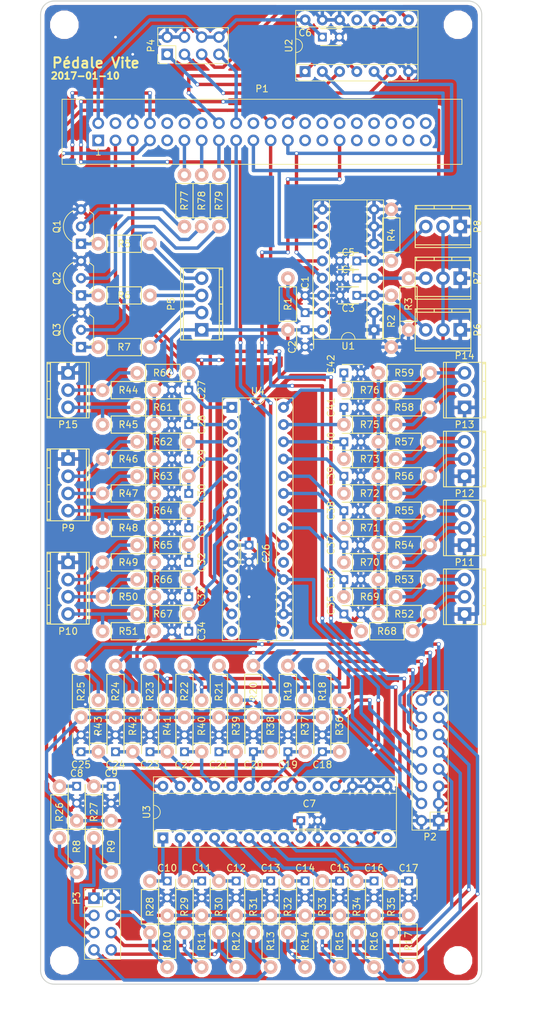
<source format=kicad_pcb>
(kicad_pcb (version 4) (host pcbnew 4.0.5)
  (layers (0 F.Cu signal) (31 B.Cu signal) (34 B.Paste user) (35 F.Paste user) (36 B.SilkS user) (37 F.SilkS user) (38 B.Mask user) (39 F.Mask user) (44 Edge.Cuts user))
  (net 0 "")
  (net 1 "Net-(C1-Pad1)")
  (net 2 GND)
  (net 3 +3V3)
  (net 4 "Net-(C3-Pad1)")
  (net 5 "Net-(C4-Pad1)")
  (net 6 "Net-(C5-Pad1)")
  (net 7 +5V)
  (net 8 Escape)
  (net 9 Select)
  (net 10 "Net-(C10-Pad1)")
  (net 11 "Net-(C11-Pad1)")
  (net 12 "Net-(C12-Pad1)")
  (net 13 "Net-(C13-Pad1)")
  (net 14 "Net-(C14-Pad1)")
  (net 15 "Net-(C15-Pad1)")
  (net 16 "Net-(C16-Pad1)")
  (net 17 "Net-(C17-Pad1)")
  (net 18 "Net-(C18-Pad1)")
  (net 19 "Net-(C19-Pad1)")
  (net 20 "Net-(C20-Pad1)")
  (net 21 "Net-(C21-Pad1)")
  (net 22 "Net-(C22-Pad1)")
  (net 23 "Net-(C23-Pad1)")
  (net 24 "Net-(C24-Pad1)")
  (net 25 "Net-(C25-Pad1)")
  (net 26 "Net-(C27-Pad1)")
  (net 27 "Net-(C28-Pad1)")
  (net 28 "Net-(C29-Pad1)")
  (net 29 "Net-(C30-Pad1)")
  (net 30 "Net-(C31-Pad1)")
  (net 31 "Net-(C32-Pad1)")
  (net 32 "Net-(C33-Pad1)")
  (net 33 "Net-(C34-Pad1)")
  (net 34 "Net-(C35-Pad1)")
  (net 35 "Net-(C36-Pad1)")
  (net 36 "Net-(C37-Pad1)")
  (net 37 "Net-(C38-Pad1)")
  (net 38 "Net-(C39-Pad1)")
  (net 39 "Net-(C40-Pad1)")
  (net 40 "Net-(C41-Pad1)")
  (net 41 "Net-(C42-Pad1)")
  (net 42 I2C_SDA)
  (net 43 "Net-(P1-Pad4)")
  (net 44 I2C_SCL)
  (net 45 Int1)
  (net 46 "Net-(P1-Pad9)")
  (net 47 "Net-(P1-Pad10)")
  (net 48 LED_0R)
  (net 49 "Net-(P1-Pad12)")
  (net 50 LED_1G)
  (net 51 "Net-(P1-Pad14)")
  (net 52 LED_2R)
  (net 53 ~Disp_CS)
  (net 54 ~Reset)
  (net 55 SPI_MOSI)
  (net 56 "Net-(P1-Pad20)")
  (net 57 SPI_MISO)
  (net 58 SPI_SCLK)
  (net 59 SPI_CE0)
  (net 60 "Net-(P1-Pad25)")
  (net 61 "Net-(P1-Pad26)")
  (net 62 "Net-(P1-Pad27)")
  (net 63 "Net-(P1-Pad28)")
  (net 64 Int2)
  (net 65 "Net-(P1-Pad30)")
  (net 66 "Net-(P1-Pad31)")
  (net 67 "Net-(P1-Pad32)")
  (net 68 "Net-(P1-Pad33)")
  (net 69 "Net-(P1-Pad34)")
  (net 70 "Net-(P1-Pad35)")
  (net 71 "Net-(P1-Pad36)")
  (net 72 "Net-(P1-Pad37)")
  (net 73 "Net-(P1-Pad38)")
  (net 74 "Net-(P1-Pad39)")
  (net 75 "Net-(P1-Pad40)")
  (net 76 "Net-(P2-Pad4)")
  (net 77 "Net-(P2-Pad6)")
  (net 78 "Net-(P2-Pad7)")
  (net 79 "Net-(P2-Pad8)")
  (net 80 "Net-(P2-Pad9)")
  (net 81 "Net-(P2-Pad10)")
  (net 82 "Net-(P2-Pad11)")
  (net 83 "Net-(P2-Pad12)")
  (net 84 "Net-(P2-Pad13)")
  (net 85 "Net-(P2-Pad14)")
  (net 86 "Net-(P2-Pad15)")
  (net 87 "Net-(P2-Pad16)")
  (net 88 "Net-(P3-Pad3)")
  (net 89 "Net-(P3-Pad4)")
  (net 90 "Net-(P3-Pad5)")
  (net 91 "Net-(P3-Pad6)")
  (net 92 "Net-(P3-Pad7)")
  (net 93 "Net-(P3-Pad8)")
  (net 94 "Net-(P4-Pad1)")
  (net 95 "Net-(P4-Pad3)")
  (net 96 "Net-(P4-Pad5)")
  (net 97 "Net-(P5-Pad2)")
  (net 98 "Net-(P5-Pad3)")
  (net 99 "Net-(P9-Pad2)")
  (net 100 "Net-(P9-Pad3)")
  (net 101 "Net-(P10-Pad2)")
  (net 102 "Net-(P10-Pad3)")
  (net 103 "Net-(P11-Pad2)")
  (net 104 "Net-(P12-Pad2)")
  (net 105 "Net-(P13-Pad2)")
  (net 106 "Net-(P14-Pad2)")
  (net 107 "Net-(P15-Pad2)")
  (net 108 "Net-(Q1-Pad2)")
  (net 109 "Net-(Q1-Pad1)")
  (net 110 "Net-(Q2-Pad2)")
  (net 111 "Net-(Q2-Pad1)")
  (net 112 "Net-(Q3-Pad2)")
  (net 113 "Net-(Q3-Pad1)")
  (net 114 "Net-(U2-Pad11)")
  (net 115 "Net-(U3-Pad19)")
  (net 116 "Net-(U4-Pad19)")
  (net 117 "Net-(P5-Pad4)")
  (net 118 "Net-(P9-Pad4)")
  (net 119 "Net-(P10-Pad4)")
  (net 120 "Net-(P11-Pad3)")
  (net 121 "Net-(P12-Pad3)")
  (net 122 "Net-(P13-Pad3)")
  (net 123 "Net-(P14-Pad3)")
  (net 124 "Net-(P15-Pad3)")
  (net 125 "Net-(P1-Pad1)")
  (module Housings_DIP:DIP-28_W7.62mm_Socket (layer F.Cu) (at 43.18 74.93)
    (fp_text reference U4 (at 3.81 -2.39) (layer F.SilkS))
    (fp_text value MCP23017)
    (pad 1 thru_hole rect (at 0 0) (size 1.6 1.6) (drill 0.8) (layers *.Cu *.Mask) (net 26 "Net-(C27-Pad1)"))
    (pad 15 thru_hole oval (at 7.62 33.02) (size 1.6 1.6) (drill 0.8) (layers *.Cu *.Mask) (net 3 +3V3))
    (pad 2 thru_hole oval (at 0 2.54) (size 1.6 1.6) (drill 0.8) (layers *.Cu *.Mask) (net 27 "Net-(C28-Pad1)"))
    (pad 16 thru_hole oval (at 7.62 30.48) (size 1.6 1.6) (drill 0.8) (layers *.Cu *.Mask) (net 2 GND))
    (pad 3 thru_hole oval (at 0 5.08) (size 1.6 1.6) (drill 0.8) (layers *.Cu *.Mask) (net 28 "Net-(C29-Pad1)"))
    (pad 17 thru_hole oval (at 7.62 27.94) (size 1.6 1.6) (drill 0.8) (layers *.Cu *.Mask) (net 2 GND))
    (pad 4 thru_hole oval (at 0 7.62) (size 1.6 1.6) (drill 0.8) (layers *.Cu *.Mask) (net 29 "Net-(C30-Pad1)"))
    (pad 18 thru_hole oval (at 7.62 25.4) (size 1.6 1.6) (drill 0.8) (layers *.Cu *.Mask) (net 54 ~Reset))
    (pad 5 thru_hole oval (at 0 10.16) (size 1.6 1.6) (drill 0.8) (layers *.Cu *.Mask) (net 30 "Net-(C31-Pad1)"))
    (pad 19 thru_hole oval (at 7.62 22.86) (size 1.6 1.6) (drill 0.8) (layers *.Cu *.Mask) (net 116 "Net-(U4-Pad19)"))
    (pad 6 thru_hole oval (at 0 12.7) (size 1.6 1.6) (drill 0.8) (layers *.Cu *.Mask) (net 31 "Net-(C32-Pad1)"))
    (pad 20 thru_hole oval (at 7.62 20.32) (size 1.6 1.6) (drill 0.8) (layers *.Cu *.Mask) (net 64 Int2))
    (pad 7 thru_hole oval (at 0 15.24) (size 1.6 1.6) (drill 0.8) (layers *.Cu *.Mask) (net 32 "Net-(C33-Pad1)"))
    (pad 21 thru_hole oval (at 7.62 17.78) (size 1.6 1.6) (drill 0.8) (layers *.Cu *.Mask) (net 34 "Net-(C35-Pad1)"))
    (pad 8 thru_hole oval (at 0 17.78) (size 1.6 1.6) (drill 0.8) (layers *.Cu *.Mask) (net 33 "Net-(C34-Pad1)"))
    (pad 22 thru_hole oval (at 7.62 15.24) (size 1.6 1.6) (drill 0.8) (layers *.Cu *.Mask) (net 35 "Net-(C36-Pad1)"))
    (pad 9 thru_hole oval (at 0 20.32) (size 1.6 1.6) (drill 0.8) (layers *.Cu *.Mask) (net 3 +3V3))
    (pad 23 thru_hole oval (at 7.62 12.7) (size 1.6 1.6) (drill 0.8) (layers *.Cu *.Mask) (net 36 "Net-(C37-Pad1)"))
    (pad 10 thru_hole oval (at 0 22.86) (size 1.6 1.6) (drill 0.8) (layers *.Cu *.Mask) (net 2 GND))
    (pad 24 thru_hole oval (at 7.62 10.16) (size 1.6 1.6) (drill 0.8) (layers *.Cu *.Mask) (net 37 "Net-(C38-Pad1)"))
    (pad 11 thru_hole oval (at 0 25.4) (size 1.6 1.6) (drill 0.8) (layers *.Cu *.Mask))
    (pad 25 thru_hole oval (at 7.62 7.62) (size 1.6 1.6) (drill 0.8) (layers *.Cu *.Mask) (net 38 "Net-(C39-Pad1)"))
    (pad 12 thru_hole oval (at 0 27.94) (size 1.6 1.6) (drill 0.8) (layers *.Cu *.Mask) (net 44 I2C_SCL))
    (pad 26 thru_hole oval (at 7.62 5.08) (size 1.6 1.6) (drill 0.8) (layers *.Cu *.Mask) (net 39 "Net-(C40-Pad1)"))
    (pad 13 thru_hole oval (at 0 30.48) (size 1.6 1.6) (drill 0.8) (layers *.Cu *.Mask) (net 42 I2C_SDA))
    (pad 27 thru_hole oval (at 7.62 2.54) (size 1.6 1.6) (drill 0.8) (layers *.Cu *.Mask) (net 40 "Net-(C41-Pad1)"))
    (pad 14 thru_hole oval (at 0 33.02) (size 1.6 1.6) (drill 0.8) (layers *.Cu *.Mask))
    (pad 28 thru_hole oval (at 7.62 0) (size 1.6 1.6) (drill 0.8) (layers *.Cu *.Mask) (net 41 "Net-(C42-Pad1)"))
  )
  (module Capacitors_THT:C_Disc_D3_P2.5 (layer F.Cu) (at 59.69 69.85)
    (fp_text reference C42 (at -1.905 -1.27 90) (layer F.SilkS))
    (fp_text value 100n)
    (pad 1 thru_hole rect (at 0 0) (size 1.3 1.3) (drill 0.8) (layers *.Cu *.Mask) (net 41 "Net-(C42-Pad1)"))
    (pad 2 thru_hole circle (at 2.5 0) (size 1.3 1.3) (drill 0.8001) (layers *.Cu *.Mask) (net 2 GND))
  )
  (module Resistors_THT:Resistor_Horizontal_RM7mm (layer F.Cu) (at 59.69 72.39)
    (fp_text reference R76 (at 3.81 0) (layer F.SilkS))
    (fp_text value 10k)
    (pad 1 thru_hole circle (at 0 0) (size 1.99898 1.99898) (drill 1.00076) (layers *.Cu *.SilkS *.Mask) (net 41 "Net-(C42-Pad1)"))
    (pad 2 thru_hole circle (at 7.62 0) (size 1.99898 1.99898) (drill 1.00076) (layers *.Cu *.SilkS *.Mask) (net 123 "Net-(P14-Pad3)"))
  )
  (module Resistors_THT:Resistor_Horizontal_RM7mm (layer F.Cu) (at 61.595 144.78 270)
    (fp_text reference R34 (at 3.81 0 270) (layer F.SilkS))
    (fp_text value 10k)
    (pad 1 thru_hole circle (at 0 0 270) (size 1.99898 1.99898) (drill 1.00076) (layers *.Cu *.SilkS *.Mask) (net 16 "Net-(C16-Pad1)"))
    (pad 2 thru_hole circle (at 7.62 0 270) (size 1.99898 1.99898) (drill 1.00076) (layers *.Cu *.SilkS *.Mask) (net 80 "Net-(P2-Pad9)"))
  )
  (module Resistors_THT:Resistor_Horizontal_RM7mm (layer F.Cu) (at 38.735 125.73 90)
    (fp_text reference R40 (at 3.81 0 90) (layer F.SilkS))
    (fp_text value 10k)
    (pad 1 thru_hole circle (at 0 0 90) (size 1.99898 1.99898) (drill 1.00076) (layers *.Cu *.SilkS *.Mask) (net 22 "Net-(C22-Pad1)"))
    (pad 2 thru_hole circle (at 7.62 0 90) (size 1.99898 1.99898) (drill 1.00076) (layers *.Cu *.SilkS *.Mask) (net 83 "Net-(P2-Pad12)"))
  )
  (module Resistors_THT:Resistor_Horizontal_RM7mm (layer F.Cu) (at 36.83 80.01 180)
    (fp_text reference R62 (at 3.81 0 180) (layer F.SilkS))
    (fp_text value 10k)
    (pad 1 thru_hole circle (at 0 0 180) (size 1.99898 1.99898) (drill 1.00076) (layers *.Cu *.SilkS *.Mask) (net 28 "Net-(C29-Pad1)"))
    (pad 2 thru_hole circle (at 7.62 0 180) (size 1.99898 1.99898) (drill 1.00076) (layers *.Cu *.SilkS *.Mask) (net 99 "Net-(P9-Pad2)"))
  )
  (module Resistors_THT:Resistor_Horizontal_RM7mm (layer F.Cu) (at 59.69 102.87)
    (fp_text reference R69 (at 3.81 0) (layer F.SilkS))
    (fp_text value 10k)
    (pad 1 thru_hole circle (at 0 0) (size 1.99898 1.99898) (drill 1.00076) (layers *.Cu *.SilkS *.Mask) (net 35 "Net-(C36-Pad1)"))
    (pad 2 thru_hole circle (at 7.62 0) (size 1.99898 1.99898) (drill 1.00076) (layers *.Cu *.SilkS *.Mask) (net 120 "Net-(P11-Pad3)"))
  )
  (module Connectors_Terminal_Blocks:TerminalBlock_Pheonix_MPT-2.54mm_3pol (layer F.Cu) (at 77.47 85.09 90)
    (fp_text reference P13 (at 7.62 0 180) (layer F.SilkS))
    (fp_text value CONN_01X03)
    (pad 3 thru_hole oval (at 5.08 0 90) (size 1.99898 1.99898) (drill 1.09728) (layers *.Cu *.Mask) (net 122 "Net-(P13-Pad3)"))
    (pad 1 thru_hole rect (at 0 0 90) (size 1.99898 1.99898) (drill 1.09728) (layers *.Cu *.Mask) (net 2 GND))
    (pad 2 thru_hole oval (at 2.54 0 90) (size 1.99898 1.99898) (drill 1.09728) (layers *.Cu *.Mask) (net 105 "Net-(P13-Pad2)"))
  )
  (module Connectors_Terminal_Blocks:TerminalBlock_Pheonix_MPT-2.54mm_3pol (layer F.Cu) (at 76.835 55.88 180)
    (fp_text reference P7 (at -2.54 0 270) (layer F.SilkS))
    (fp_text value CONN_01X03)
    (pad 3 thru_hole oval (at 5.08 0 180) (size 1.99898 1.99898) (drill 1.09728) (layers *.Cu *.Mask) (net 5 "Net-(C4-Pad1)"))
    (pad 1 thru_hole rect (at 0 0 180) (size 1.99898 1.99898) (drill 1.09728) (layers *.Cu *.Mask) (net 2 GND))
    (pad 2 thru_hole oval (at 2.54 0 180) (size 1.99898 1.99898) (drill 1.09728) (layers *.Cu *.Mask) (net 1 "Net-(C1-Pad1)"))
  )
  (module Capacitors_THT:C_Disc_D3_P2.5 (layer F.Cu) (at 53.975 60.96 90)
    (fp_text reference C1 (at 4.445 0 90) (layer F.SilkS))
    (fp_text value 1u)
    (pad 1 thru_hole rect (at 0 0 90) (size 1.3 1.3) (drill 0.8) (layers *.Cu *.Mask) (net 1 "Net-(C1-Pad1)"))
    (pad 2 thru_hole circle (at 2.5 0 90) (size 1.3 1.3) (drill 0.8001) (layers *.Cu *.Mask) (net 2 GND))
  )
  (module Capacitors_THT:C_Disc_D3_P2.5 (layer F.Cu) (at 53.975 63.5 270)
    (fp_text reference C2 (at 2.54 1.905 270) (layer F.SilkS))
    (fp_text value 1u)
    (pad 1 thru_hole rect (at 0 0 270) (size 1.3 1.3) (drill 0.8) (layers *.Cu *.Mask) (net 3 +3V3))
    (pad 2 thru_hole circle (at 2.5 0 270) (size 1.3 1.3) (drill 0.8001) (layers *.Cu *.Mask) (net 2 GND))
  )
  (module Capacitors_THT:C_Disc_D3_P2.5 (layer F.Cu) (at 61.595 58.42 180)
    (fp_text reference C3 (at 1.27 -1.905 180) (layer F.SilkS))
    (fp_text value 100n)
    (pad 1 thru_hole rect (at 0 0 180) (size 1.3 1.3) (drill 0.8) (layers *.Cu *.Mask) (net 4 "Net-(C3-Pad1)"))
    (pad 2 thru_hole circle (at 2.5 0 180) (size 1.3 1.3) (drill 0.8001) (layers *.Cu *.Mask) (net 2 GND))
  )
  (module Capacitors_THT:C_Disc_D3_P2.5 (layer F.Cu) (at 61.595 55.88 180)
    (fp_text reference C4 (at 1.27 1.27 180) (layer F.SilkS))
    (fp_text value 100n)
    (pad 1 thru_hole rect (at 0 0 180) (size 1.3 1.3) (drill 0.8) (layers *.Cu *.Mask) (net 5 "Net-(C4-Pad1)"))
    (pad 2 thru_hole circle (at 2.5 0 180) (size 1.3 1.3) (drill 0.8001) (layers *.Cu *.Mask) (net 2 GND))
  )
  (module Capacitors_THT:C_Disc_D3_P2.5 (layer F.Cu) (at 61.595 53.34 180)
    (fp_text reference C5 (at 1.27 1.27 180) (layer F.SilkS))
    (fp_text value 100n)
    (pad 1 thru_hole rect (at 0 0 180) (size 1.3 1.3) (drill 0.8) (layers *.Cu *.Mask) (net 6 "Net-(C5-Pad1)"))
    (pad 2 thru_hole circle (at 2.5 0 180) (size 1.3 1.3) (drill 0.8001) (layers *.Cu *.Mask) (net 2 GND))
  )
  (module Capacitors_THT:C_Disc_D3_P2.5 (layer F.Cu) (at 56.515 20.32)
    (fp_text reference C6 (at -2.54 -0.635) (layer F.SilkS))
    (fp_text value 100n)
    (pad 1 thru_hole rect (at 0 0) (size 1.3 1.3) (drill 0.8) (layers *.Cu *.Mask) (net 7 +5V))
    (pad 2 thru_hole circle (at 2.5 0) (size 1.3 1.3) (drill 0.8001) (layers *.Cu *.Mask) (net 2 GND))
  )
  (module Capacitors_THT:C_Disc_D3_P2.5 (layer F.Cu) (at 53.34 135.89)
    (fp_text reference C7 (at 1.25 -2.5) (layer F.SilkS))
    (fp_text value 100n)
    (pad 1 thru_hole rect (at 0 0) (size 1.3 1.3) (drill 0.8) (layers *.Cu *.Mask) (net 3 +3V3))
    (pad 2 thru_hole circle (at 2.5 0) (size 1.3 1.3) (drill 0.8001) (layers *.Cu *.Mask) (net 2 GND))
  )
  (module Capacitors_THT:C_Disc_D3_P2.5 (layer F.Cu) (at 20.32 130.81 270)
    (fp_text reference C8 (at -1.905 0 360) (layer F.SilkS))
    (fp_text value 100n)
    (pad 1 thru_hole rect (at 0 0 270) (size 1.3 1.3) (drill 0.8) (layers *.Cu *.Mask) (net 8 Escape))
    (pad 2 thru_hole circle (at 2.5 0 270) (size 1.3 1.3) (drill 0.8001) (layers *.Cu *.Mask) (net 2 GND))
  )
  (module Capacitors_THT:C_Disc_D3_P2.5 (layer F.Cu) (at 25.4 130.81 270)
    (fp_text reference C9 (at -1.905 0 360) (layer F.SilkS))
    (fp_text value 100n)
    (pad 1 thru_hole rect (at 0 0 270) (size 1.3 1.3) (drill 0.8) (layers *.Cu *.Mask) (net 9 Select))
    (pad 2 thru_hole circle (at 2.5 0 270) (size 1.3 1.3) (drill 0.8001) (layers *.Cu *.Mask) (net 2 GND))
  )
  (module Capacitors_THT:C_Disc_D3_P2.5 (layer F.Cu) (at 33.655 144.78 270)
    (fp_text reference C10 (at -1.905 0 360) (layer F.SilkS))
    (fp_text value 100n)
    (pad 1 thru_hole rect (at 0 0 270) (size 1.3 1.3) (drill 0.8) (layers *.Cu *.Mask) (net 10 "Net-(C10-Pad1)"))
    (pad 2 thru_hole circle (at 2.5 0 270) (size 1.3 1.3) (drill 0.8001) (layers *.Cu *.Mask) (net 2 GND))
  )
  (module Capacitors_THT:C_Disc_D3_P2.5 (layer F.Cu) (at 38.735 144.78 270)
    (fp_text reference C11 (at -1.905 0 360) (layer F.SilkS))
    (fp_text value 100n)
    (pad 1 thru_hole rect (at 0 0 270) (size 1.3 1.3) (drill 0.8) (layers *.Cu *.Mask) (net 11 "Net-(C11-Pad1)"))
    (pad 2 thru_hole circle (at 2.5 0 270) (size 1.3 1.3) (drill 0.8001) (layers *.Cu *.Mask) (net 2 GND))
  )
  (module Capacitors_THT:C_Disc_D3_P2.5 (layer F.Cu) (at 43.815 144.78 270)
    (fp_text reference C12 (at -1.905 0 360) (layer F.SilkS))
    (fp_text value 100n)
    (pad 1 thru_hole rect (at 0 0 270) (size 1.3 1.3) (drill 0.8) (layers *.Cu *.Mask) (net 12 "Net-(C12-Pad1)"))
    (pad 2 thru_hole circle (at 2.5 0 270) (size 1.3 1.3) (drill 0.8001) (layers *.Cu *.Mask) (net 2 GND))
  )
  (module Capacitors_THT:C_Disc_D3_P2.5 (layer F.Cu) (at 48.895 144.78 270)
    (fp_text reference C13 (at -1.905 0 360) (layer F.SilkS))
    (fp_text value 100n)
    (pad 1 thru_hole rect (at 0 0 270) (size 1.3 1.3) (drill 0.8) (layers *.Cu *.Mask) (net 13 "Net-(C13-Pad1)"))
    (pad 2 thru_hole circle (at 2.5 0 270) (size 1.3 1.3) (drill 0.8001) (layers *.Cu *.Mask) (net 2 GND))
  )
  (module Capacitors_THT:C_Disc_D3_P2.5 (layer F.Cu) (at 53.975 144.78 270)
    (fp_text reference C14 (at -1.905 0 360) (layer F.SilkS))
    (fp_text value 100n)
    (pad 1 thru_hole rect (at 0 0 270) (size 1.3 1.3) (drill 0.8) (layers *.Cu *.Mask) (net 14 "Net-(C14-Pad1)"))
    (pad 2 thru_hole circle (at 2.5 0 270) (size 1.3 1.3) (drill 0.8001) (layers *.Cu *.Mask) (net 2 GND))
  )
  (module Capacitors_THT:C_Disc_D3_P2.5 (layer F.Cu) (at 59.055 144.78 270)
    (fp_text reference C15 (at -1.905 0 360) (layer F.SilkS))
    (fp_text value 100n)
    (pad 1 thru_hole rect (at 0 0 270) (size 1.3 1.3) (drill 0.8) (layers *.Cu *.Mask) (net 15 "Net-(C15-Pad1)"))
    (pad 2 thru_hole circle (at 2.5 0 270) (size 1.3 1.3) (drill 0.8001) (layers *.Cu *.Mask) (net 2 GND))
  )
  (module Capacitors_THT:C_Disc_D3_P2.5 (layer F.Cu) (at 64.135 144.78 270)
    (fp_text reference C16 (at -1.905 0 360) (layer F.SilkS))
    (fp_text value 100n)
    (pad 1 thru_hole rect (at 0 0 270) (size 1.3 1.3) (drill 0.8) (layers *.Cu *.Mask) (net 16 "Net-(C16-Pad1)"))
    (pad 2 thru_hole circle (at 2.5 0 270) (size 1.3 1.3) (drill 0.8001) (layers *.Cu *.Mask) (net 2 GND))
  )
  (module Capacitors_THT:C_Disc_D3_P2.5 (layer F.Cu) (at 69.215 144.78 270)
    (fp_text reference C17 (at -1.905 0 360) (layer F.SilkS))
    (fp_text value 100n)
    (pad 1 thru_hole rect (at 0 0 270) (size 1.3 1.3) (drill 0.8) (layers *.Cu *.Mask) (net 17 "Net-(C17-Pad1)"))
    (pad 2 thru_hole circle (at 2.5 0 270) (size 1.3 1.3) (drill 0.8001) (layers *.Cu *.Mask) (net 2 GND))
  )
  (module Capacitors_THT:C_Disc_D3_P2.5 (layer F.Cu) (at 56.515 125.73 90)
    (fp_text reference C18 (at -1.905 0 180) (layer F.SilkS))
    (fp_text value 100n)
    (pad 1 thru_hole rect (at 0 0 90) (size 1.3 1.3) (drill 0.8) (layers *.Cu *.Mask) (net 18 "Net-(C18-Pad1)"))
    (pad 2 thru_hole circle (at 2.5 0 90) (size 1.3 1.3) (drill 0.8001) (layers *.Cu *.Mask) (net 2 GND))
  )
  (module Capacitors_THT:C_Disc_D3_P2.5 (layer F.Cu) (at 51.435 125.73 90)
    (fp_text reference C19 (at -1.905 0 180) (layer F.SilkS))
    (fp_text value 100n)
    (pad 1 thru_hole rect (at 0 0 90) (size 1.3 1.3) (drill 0.8) (layers *.Cu *.Mask) (net 19 "Net-(C19-Pad1)"))
    (pad 2 thru_hole circle (at 2.5 0 90) (size 1.3 1.3) (drill 0.8001) (layers *.Cu *.Mask) (net 2 GND))
  )
  (module Capacitors_THT:C_Disc_D3_P2.5 (layer F.Cu) (at 46.355 125.73 90)
    (fp_text reference C20 (at -1.905 0 180) (layer F.SilkS))
    (fp_text value 100n)
    (pad 1 thru_hole rect (at 0 0 90) (size 1.3 1.3) (drill 0.8) (layers *.Cu *.Mask) (net 20 "Net-(C20-Pad1)"))
    (pad 2 thru_hole circle (at 2.5 0 90) (size 1.3 1.3) (drill 0.8001) (layers *.Cu *.Mask) (net 2 GND))
  )
  (module Capacitors_THT:C_Disc_D3_P2.5 (layer F.Cu) (at 41.275 125.73 90)
    (fp_text reference C21 (at -1.905 0 180) (layer F.SilkS))
    (fp_text value 100n)
    (pad 1 thru_hole rect (at 0 0 90) (size 1.3 1.3) (drill 0.8) (layers *.Cu *.Mask) (net 21 "Net-(C21-Pad1)"))
    (pad 2 thru_hole circle (at 2.5 0 90) (size 1.3 1.3) (drill 0.8001) (layers *.Cu *.Mask) (net 2 GND))
  )
  (module Capacitors_THT:C_Disc_D3_P2.5 (layer F.Cu) (at 36.195 125.73 90)
    (fp_text reference C22 (at -1.905 0 180) (layer F.SilkS))
    (fp_text value 100n)
    (pad 1 thru_hole rect (at 0 0 90) (size 1.3 1.3) (drill 0.8) (layers *.Cu *.Mask) (net 22 "Net-(C22-Pad1)"))
    (pad 2 thru_hole circle (at 2.5 0 90) (size 1.3 1.3) (drill 0.8001) (layers *.Cu *.Mask) (net 2 GND))
  )
  (module Capacitors_THT:C_Disc_D3_P2.5 (layer F.Cu) (at 31.115 125.73 90)
    (fp_text reference C23 (at -1.905 0 180) (layer F.SilkS))
    (fp_text value 100n)
    (pad 1 thru_hole rect (at 0 0 90) (size 1.3 1.3) (drill 0.8) (layers *.Cu *.Mask) (net 23 "Net-(C23-Pad1)"))
    (pad 2 thru_hole circle (at 2.5 0 90) (size 1.3 1.3) (drill 0.8001) (layers *.Cu *.Mask) (net 2 GND))
  )
  (module Capacitors_THT:C_Disc_D3_P2.5 (layer F.Cu) (at 26.035 125.73 90)
    (fp_text reference C24 (at -1.905 0 180) (layer F.SilkS))
    (fp_text value 100n)
    (pad 1 thru_hole rect (at 0 0 90) (size 1.3 1.3) (drill 0.8) (layers *.Cu *.Mask) (net 24 "Net-(C24-Pad1)"))
    (pad 2 thru_hole circle (at 2.5 0 90) (size 1.3 1.3) (drill 0.8001) (layers *.Cu *.Mask) (net 2 GND))
  )
  (module Capacitors_THT:C_Disc_D3_P2.5 (layer F.Cu) (at 20.955 125.73 90)
    (fp_text reference C25 (at -1.905 0 180) (layer F.SilkS))
    (fp_text value 100n)
    (pad 1 thru_hole rect (at 0 0 90) (size 1.3 1.3) (drill 0.8) (layers *.Cu *.Mask) (net 25 "Net-(C25-Pad1)"))
    (pad 2 thru_hole circle (at 2.5 0 90) (size 1.3 1.3) (drill 0.8001) (layers *.Cu *.Mask) (net 2 GND))
  )
  (module Capacitors_THT:C_Disc_D3_P2.5 (layer F.Cu) (at 45.72 95.25 270)
    (fp_text reference C26 (at 1.25 -2.5 270) (layer F.SilkS))
    (fp_text value 100n)
    (pad 1 thru_hole rect (at 0 0 270) (size 1.3 1.3) (drill 0.8) (layers *.Cu *.Mask) (net 3 +3V3))
    (pad 2 thru_hole circle (at 2.5 0 270) (size 1.3 1.3) (drill 0.8001) (layers *.Cu *.Mask) (net 2 GND))
  )
  (module Capacitors_THT:C_Disc_D3_P2.5 (layer F.Cu) (at 36.83 72.39 180)
    (fp_text reference C27 (at -1.905 0 270) (layer F.SilkS))
    (fp_text value 100n)
    (pad 1 thru_hole rect (at 0 0 180) (size 1.3 1.3) (drill 0.8) (layers *.Cu *.Mask) (net 26 "Net-(C27-Pad1)"))
    (pad 2 thru_hole circle (at 2.5 0 180) (size 1.3 1.3) (drill 0.8001) (layers *.Cu *.Mask) (net 2 GND))
  )
  (module Capacitors_THT:C_Disc_D3_P2.5 (layer F.Cu) (at 36.83 77.47 180)
    (fp_text reference C28 (at -1.905 0 270) (layer F.SilkS))
    (fp_text value 100n)
    (pad 1 thru_hole rect (at 0 0 180) (size 1.3 1.3) (drill 0.8) (layers *.Cu *.Mask) (net 27 "Net-(C28-Pad1)"))
    (pad 2 thru_hole circle (at 2.5 0 180) (size 1.3 1.3) (drill 0.8001) (layers *.Cu *.Mask) (net 2 GND))
  )
  (module Capacitors_THT:C_Disc_D3_P2.5 (layer F.Cu) (at 36.83 82.55 180)
    (fp_text reference C29 (at -1.905 0 270) (layer F.SilkS))
    (fp_text value 100n)
    (pad 1 thru_hole rect (at 0 0 180) (size 1.3 1.3) (drill 0.8) (layers *.Cu *.Mask) (net 28 "Net-(C29-Pad1)"))
    (pad 2 thru_hole circle (at 2.5 0 180) (size 1.3 1.3) (drill 0.8001) (layers *.Cu *.Mask) (net 2 GND))
  )
  (module Capacitors_THT:C_Disc_D3_P2.5 (layer F.Cu) (at 36.83 87.63 180)
    (fp_text reference C30 (at -1.905 0 270) (layer F.SilkS))
    (fp_text value 100n)
    (pad 1 thru_hole rect (at 0 0 180) (size 1.3 1.3) (drill 0.8) (layers *.Cu *.Mask) (net 29 "Net-(C30-Pad1)"))
    (pad 2 thru_hole circle (at 2.5 0 180) (size 1.3 1.3) (drill 0.8001) (layers *.Cu *.Mask) (net 2 GND))
  )
  (module Capacitors_THT:C_Disc_D3_P2.5 (layer F.Cu) (at 36.83 92.71 180)
    (fp_text reference C31 (at -1.905 0 270) (layer F.SilkS))
    (fp_text value 100n)
    (pad 1 thru_hole rect (at 0 0 180) (size 1.3 1.3) (drill 0.8) (layers *.Cu *.Mask) (net 30 "Net-(C31-Pad1)"))
    (pad 2 thru_hole circle (at 2.5 0 180) (size 1.3 1.3) (drill 0.8001) (layers *.Cu *.Mask) (net 2 GND))
  )
  (module Capacitors_THT:C_Disc_D3_P2.5 (layer F.Cu) (at 36.83 97.79 180)
    (fp_text reference C32 (at -1.905 0 270) (layer F.SilkS))
    (fp_text value 100n)
    (pad 1 thru_hole rect (at 0 0 180) (size 1.3 1.3) (drill 0.8) (layers *.Cu *.Mask) (net 31 "Net-(C32-Pad1)"))
    (pad 2 thru_hole circle (at 2.5 0 180) (size 1.3 1.3) (drill 0.8001) (layers *.Cu *.Mask) (net 2 GND))
  )
  (module Capacitors_THT:C_Disc_D3_P2.5 (layer F.Cu) (at 36.83 102.87 180)
    (fp_text reference C33 (at -1.905 0 270) (layer F.SilkS))
    (fp_text value 100n)
    (pad 1 thru_hole rect (at 0 0 180) (size 1.3 1.3) (drill 0.8) (layers *.Cu *.Mask) (net 32 "Net-(C33-Pad1)"))
    (pad 2 thru_hole circle (at 2.5 0 180) (size 1.3 1.3) (drill 0.8001) (layers *.Cu *.Mask) (net 2 GND))
  )
  (module Capacitors_THT:C_Disc_D3_P2.5 (layer F.Cu) (at 36.83 107.95 180)
    (fp_text reference C34 (at -1.905 0 270) (layer F.SilkS))
    (fp_text value 100n)
    (pad 1 thru_hole rect (at 0 0 180) (size 1.3 1.3) (drill 0.8) (layers *.Cu *.Mask) (net 33 "Net-(C34-Pad1)"))
    (pad 2 thru_hole circle (at 2.5 0 180) (size 1.3 1.3) (drill 0.8001) (layers *.Cu *.Mask) (net 2 GND))
  )
  (module Capacitors_THT:C_Disc_D3_P2.5 (layer F.Cu) (at 59.69 105.41)
    (fp_text reference C35 (at -1.905 -1.27 90) (layer F.SilkS))
    (fp_text value 100n)
    (pad 1 thru_hole rect (at 0 0) (size 1.3 1.3) (drill 0.8) (layers *.Cu *.Mask) (net 34 "Net-(C35-Pad1)"))
    (pad 2 thru_hole circle (at 2.5 0) (size 1.3 1.3) (drill 0.8001) (layers *.Cu *.Mask) (net 2 GND))
  )
  (module Capacitors_THT:C_Disc_D3_P2.5 (layer F.Cu) (at 59.69 100.33)
    (fp_text reference C36 (at -1.905 0 90) (layer F.SilkS))
    (fp_text value 100n)
    (pad 1 thru_hole rect (at 0 0) (size 1.3 1.3) (drill 0.8) (layers *.Cu *.Mask) (net 35 "Net-(C36-Pad1)"))
    (pad 2 thru_hole circle (at 2.5 0) (size 1.3 1.3) (drill 0.8001) (layers *.Cu *.Mask) (net 2 GND))
  )
  (module Capacitors_THT:C_Disc_D3_P2.5 (layer F.Cu) (at 59.69 95.25)
    (fp_text reference C37 (at -1.905 0 90) (layer F.SilkS))
    (fp_text value 100n)
    (pad 1 thru_hole rect (at 0 0) (size 1.3 1.3) (drill 0.8) (layers *.Cu *.Mask) (net 36 "Net-(C37-Pad1)"))
    (pad 2 thru_hole circle (at 2.5 0) (size 1.3 1.3) (drill 0.8001) (layers *.Cu *.Mask) (net 2 GND))
  )
  (module Capacitors_THT:C_Disc_D3_P2.5 (layer F.Cu) (at 59.69 90.17)
    (fp_text reference C38 (at -1.905 0 90) (layer F.SilkS))
    (fp_text value 100n)
    (pad 1 thru_hole rect (at 0 0) (size 1.3 1.3) (drill 0.8) (layers *.Cu *.Mask) (net 37 "Net-(C38-Pad1)"))
    (pad 2 thru_hole circle (at 2.5 0) (size 1.3 1.3) (drill 0.8001) (layers *.Cu *.Mask) (net 2 GND))
  )
  (module Capacitors_THT:C_Disc_D3_P2.5 (layer F.Cu) (at 59.69 85.09)
    (fp_text reference C39 (at -1.905 0 90) (layer F.SilkS))
    (fp_text value 100n)
    (pad 1 thru_hole rect (at 0 0) (size 1.3 1.3) (drill 0.8) (layers *.Cu *.Mask) (net 38 "Net-(C39-Pad1)"))
    (pad 2 thru_hole circle (at 2.5 0) (size 1.3 1.3) (drill 0.8001) (layers *.Cu *.Mask) (net 2 GND))
  )
  (module Capacitors_THT:C_Disc_D3_P2.5 (layer F.Cu) (at 59.69 80.01)
    (fp_text reference C40 (at -1.905 0 90) (layer F.SilkS))
    (fp_text value 100n)
    (pad 1 thru_hole rect (at 0 0) (size 1.3 1.3) (drill 0.8) (layers *.Cu *.Mask) (net 39 "Net-(C40-Pad1)"))
    (pad 2 thru_hole circle (at 2.5 0) (size 1.3 1.3) (drill 0.8001) (layers *.Cu *.Mask) (net 2 GND))
  )
  (module Capacitors_THT:C_Disc_D3_P2.5 (layer F.Cu) (at 59.69 74.93)
    (fp_text reference C41 (at -1.905 0 90) (layer F.SilkS))
    (fp_text value 100n)
    (pad 1 thru_hole rect (at 0 0) (size 1.3 1.3) (drill 0.8) (layers *.Cu *.Mask) (net 40 "Net-(C41-Pad1)"))
    (pad 2 thru_hole circle (at 2.5 0) (size 1.3 1.3) (drill 0.8001) (layers *.Cu *.Mask) (net 2 GND))
  )
  (module Connectors:IDC_Header_Straight_40pins (layer F.Cu) (at 23.495 35.56)
    (fp_text reference P1 (at 24.13 -7.62) (layer F.SilkS))
    (fp_text value Raspberry_Pi_2_3)
    (fp_text user 1 (at 0.02 1.72) (layer F.SilkS) (effects (font (thickness 0.12))))
    (pad 1 thru_hole rect (at 0 0) (size 1.7272 1.7272) (drill 1.016) (layers *.Cu *.Mask) (net 125 "Net-(P1-Pad1)"))
    (pad 2 thru_hole oval (at 0 -2.54) (size 1.7272 1.7272) (drill 1.016) (layers *.Cu *.Mask) (net 7 +5V))
    (pad 3 thru_hole oval (at 2.54 0) (size 1.7272 1.7272) (drill 1.016) (layers *.Cu *.Mask) (net 42 I2C_SDA))
    (pad 4 thru_hole oval (at 2.54 -2.54) (size 1.7272 1.7272) (drill 1.016) (layers *.Cu *.Mask) (net 43 "Net-(P1-Pad4)"))
    (pad 5 thru_hole oval (at 5.08 0) (size 1.7272 1.7272) (drill 1.016) (layers *.Cu *.Mask) (net 44 I2C_SCL))
    (pad 6 thru_hole oval (at 5.08 -2.54) (size 1.7272 1.7272) (drill 1.016) (layers *.Cu *.Mask) (net 2 GND))
    (pad 7 thru_hole oval (at 7.62 0) (size 1.7272 1.7272) (drill 1.016) (layers *.Cu *.Mask) (net 9 Select))
    (pad 8 thru_hole oval (at 7.62 -2.54) (size 1.7272 1.7272) (drill 1.016) (layers *.Cu *.Mask) (net 45 Int1))
    (pad 9 thru_hole oval (at 10.16 0) (size 1.7272 1.7272) (drill 1.016) (layers *.Cu *.Mask) (net 46 "Net-(P1-Pad9)"))
    (pad 10 thru_hole oval (at 10.16 -2.54) (size 1.7272 1.7272) (drill 1.016) (layers *.Cu *.Mask) (net 47 "Net-(P1-Pad10)"))
    (pad 11 thru_hole oval (at 12.7 0) (size 1.7272 1.7272) (drill 1.016) (layers *.Cu *.Mask) (net 48 LED_0R))
    (pad 12 thru_hole oval (at 12.7 -2.54) (size 1.7272 1.7272) (drill 1.016) (layers *.Cu *.Mask) (net 49 "Net-(P1-Pad12)"))
    (pad 13 thru_hole oval (at 15.24 0) (size 1.7272 1.7272) (drill 1.016) (layers *.Cu *.Mask) (net 50 LED_1G))
    (pad 14 thru_hole oval (at 15.24 -2.54) (size 1.7272 1.7272) (drill 1.016) (layers *.Cu *.Mask) (net 51 "Net-(P1-Pad14)"))
    (pad 15 thru_hole oval (at 17.78 0) (size 1.7272 1.7272) (drill 1.016) (layers *.Cu *.Mask) (net 52 LED_2R))
    (pad 16 thru_hole oval (at 17.78 -2.54) (size 1.7272 1.7272) (drill 1.016) (layers *.Cu *.Mask) (net 53 ~Disp_CS))
    (pad 17 thru_hole oval (at 20.32 0) (size 1.7272 1.7272) (drill 1.016) (layers *.Cu *.Mask) (net 3 +3V3))
    (pad 18 thru_hole oval (at 20.32 -2.54) (size 1.7272 1.7272) (drill 1.016) (layers *.Cu *.Mask) (net 54 ~Reset))
    (pad 19 thru_hole oval (at 22.86 0) (size 1.7272 1.7272) (drill 1.016) (layers *.Cu *.Mask) (net 55 SPI_MOSI))
    (pad 20 thru_hole oval (at 22.86 -2.54) (size 1.7272 1.7272) (drill 1.016) (layers *.Cu *.Mask) (net 56 "Net-(P1-Pad20)"))
    (pad 21 thru_hole oval (at 25.4 0) (size 1.7272 1.7272) (drill 1.016) (layers *.Cu *.Mask) (net 57 SPI_MISO))
    (pad 22 thru_hole oval (at 25.4 -2.54) (size 1.7272 1.7272) (drill 1.016) (layers *.Cu *.Mask) (net 8 Escape))
    (pad 23 thru_hole oval (at 27.94 0) (size 1.7272 1.7272) (drill 1.016) (layers *.Cu *.Mask) (net 58 SPI_SCLK))
    (pad 24 thru_hole oval (at 27.94 -2.54) (size 1.7272 1.7272) (drill 1.016) (layers *.Cu *.Mask) (net 59 SPI_CE0))
    (pad 25 thru_hole oval (at 30.48 0) (size 1.7272 1.7272) (drill 1.016) (layers *.Cu *.Mask) (net 60 "Net-(P1-Pad25)"))
    (pad 26 thru_hole oval (at 30.48 -2.54) (size 1.7272 1.7272) (drill 1.016) (layers *.Cu *.Mask) (net 61 "Net-(P1-Pad26)"))
    (pad 27 thru_hole oval (at 33.02 0) (size 1.7272 1.7272) (drill 1.016) (layers *.Cu *.Mask) (net 62 "Net-(P1-Pad27)"))
    (pad 28 thru_hole oval (at 33.02 -2.54) (size 1.7272 1.7272) (drill 1.016) (layers *.Cu *.Mask) (net 63 "Net-(P1-Pad28)"))
    (pad 29 thru_hole oval (at 35.56 0) (size 1.7272 1.7272) (drill 1.016) (layers *.Cu *.Mask) (net 64 Int2))
    (pad 30 thru_hole oval (at 35.56 -2.54) (size 1.7272 1.7272) (drill 1.016) (layers *.Cu *.Mask) (net 65 "Net-(P1-Pad30)"))
    (pad 31 thru_hole oval (at 38.1 0) (size 1.7272 1.7272) (drill 1.016) (layers *.Cu *.Mask) (net 66 "Net-(P1-Pad31)"))
    (pad 32 thru_hole oval (at 38.1 -2.54) (size 1.7272 1.7272) (drill 1.016) (layers *.Cu *.Mask) (net 67 "Net-(P1-Pad32)"))
    (pad 33 thru_hole oval (at 40.64 0) (size 1.7272 1.7272) (drill 1.016) (layers *.Cu *.Mask) (net 68 "Net-(P1-Pad33)"))
    (pad 34 thru_hole oval (at 40.64 -2.54) (size 1.7272 1.7272) (drill 1.016) (layers *.Cu *.Mask) (net 69 "Net-(P1-Pad34)"))
    (pad 35 thru_hole oval (at 43.18 0) (size 1.7272 1.7272) (drill 1.016) (layers *.Cu *.Mask) (net 70 "Net-(P1-Pad35)"))
    (pad 36 thru_hole oval (at 43.18 -2.54) (size 1.7272 1.7272) (drill 1.016) (layers *.Cu *.Mask) (net 71 "Net-(P1-Pad36)"))
    (pad 37 thru_hole oval (at 45.72 0) (size 1.7272 1.7272) (drill 1.016) (layers *.Cu *.Mask) (net 72 "Net-(P1-Pad37)"))
    (pad 38 thru_hole oval (at 45.72 -2.54) (size 1.7272 1.7272) (drill 1.016) (layers *.Cu *.Mask) (net 73 "Net-(P1-Pad38)"))
    (pad 39 thru_hole oval (at 48.26 0) (size 1.7272 1.7272) (drill 1.016) (layers *.Cu *.Mask) (net 74 "Net-(P1-Pad39)"))
    (pad 40 thru_hole oval (at 48.26 -2.54) (size 1.7272 1.7272) (drill 1.016) (layers *.Cu *.Mask) (net 75 "Net-(P1-Pad40)"))
  )
  (module Pin_Headers:Pin_Header_Straight_2x08_Pitch2.54mm (layer F.Cu) (at 73.66 135.89 180)
    (fp_text reference P2 (at 1.27 -2.39 180) (layer F.SilkS))
    (fp_text value CONN_02X08)
    (pad 1 thru_hole rect (at 0 0 180) (size 1.7 1.7) (drill 1) (layers *.Cu *.Mask) (net 2 GND))
    (pad 2 thru_hole oval (at 2.54 0 180) (size 1.7 1.7) (drill 1) (layers *.Cu *.Mask) (net 2 GND))
    (pad 3 thru_hole oval (at 0 2.54 180) (size 1.7 1.7) (drill 1) (layers *.Cu *.Mask) (net 2 GND))
    (pad 4 thru_hole oval (at 2.54 2.54 180) (size 1.7 1.7) (drill 1) (layers *.Cu *.Mask) (net 76 "Net-(P2-Pad4)"))
    (pad 5 thru_hole oval (at 0 5.08 180) (size 1.7 1.7) (drill 1) (layers *.Cu *.Mask) (net 2 GND))
    (pad 6 thru_hole oval (at 2.54 5.08 180) (size 1.7 1.7) (drill 1) (layers *.Cu *.Mask) (net 77 "Net-(P2-Pad6)"))
    (pad 7 thru_hole oval (at 0 7.62 180) (size 1.7 1.7) (drill 1) (layers *.Cu *.Mask) (net 78 "Net-(P2-Pad7)"))
    (pad 8 thru_hole oval (at 2.54 7.62 180) (size 1.7 1.7) (drill 1) (layers *.Cu *.Mask) (net 79 "Net-(P2-Pad8)"))
    (pad 9 thru_hole oval (at 0 10.16 180) (size 1.7 1.7) (drill 1) (layers *.Cu *.Mask) (net 80 "Net-(P2-Pad9)"))
    (pad 10 thru_hole oval (at 2.54 10.16 180) (size 1.7 1.7) (drill 1) (layers *.Cu *.Mask) (net 81 "Net-(P2-Pad10)"))
    (pad 11 thru_hole oval (at 0 12.7 180) (size 1.7 1.7) (drill 1) (layers *.Cu *.Mask) (net 82 "Net-(P2-Pad11)"))
    (pad 12 thru_hole oval (at 2.54 12.7 180) (size 1.7 1.7) (drill 1) (layers *.Cu *.Mask) (net 83 "Net-(P2-Pad12)"))
    (pad 13 thru_hole oval (at 0 15.24 180) (size 1.7 1.7) (drill 1) (layers *.Cu *.Mask) (net 84 "Net-(P2-Pad13)"))
    (pad 14 thru_hole oval (at 2.54 15.24 180) (size 1.7 1.7) (drill 1) (layers *.Cu *.Mask) (net 85 "Net-(P2-Pad14)"))
    (pad 15 thru_hole oval (at 0 17.78 180) (size 1.7 1.7) (drill 1) (layers *.Cu *.Mask) (net 86 "Net-(P2-Pad15)"))
    (pad 16 thru_hole oval (at 2.54 17.78 180) (size 1.7 1.7) (drill 1) (layers *.Cu *.Mask) (net 87 "Net-(P2-Pad16)"))
  )
  (module Pin_Headers:Pin_Header_Straight_2x04_Pitch2.54mm (layer F.Cu) (at 22.86 147.32)
    (fp_text reference P3 (at -2.54 0 90) (layer F.SilkS))
    (fp_text value CONN_02X04)
    (pad 1 thru_hole rect (at 0 0) (size 1.7 1.7) (drill 1) (layers *.Cu *.Mask) (net 2 GND))
    (pad 2 thru_hole oval (at 2.54 0) (size 1.7 1.7) (drill 1) (layers *.Cu *.Mask) (net 2 GND))
    (pad 3 thru_hole oval (at 0 2.54) (size 1.7 1.7) (drill 1) (layers *.Cu *.Mask) (net 88 "Net-(P3-Pad3)"))
    (pad 4 thru_hole oval (at 2.54 2.54) (size 1.7 1.7) (drill 1) (layers *.Cu *.Mask) (net 89 "Net-(P3-Pad4)"))
    (pad 5 thru_hole oval (at 0 5.08) (size 1.7 1.7) (drill 1) (layers *.Cu *.Mask) (net 90 "Net-(P3-Pad5)"))
    (pad 6 thru_hole oval (at 2.54 5.08) (size 1.7 1.7) (drill 1) (layers *.Cu *.Mask) (net 91 "Net-(P3-Pad6)"))
    (pad 7 thru_hole oval (at 0 7.62) (size 1.7 1.7) (drill 1) (layers *.Cu *.Mask) (net 92 "Net-(P3-Pad7)"))
    (pad 8 thru_hole oval (at 2.54 7.62) (size 1.7 1.7) (drill 1) (layers *.Cu *.Mask) (net 93 "Net-(P3-Pad8)"))
  )
  (module Pin_Headers:Pin_Header_Straight_2x04_Pitch2.54mm (layer F.Cu) (at 33.655 22.86 90)
    (fp_text reference P4 (at 1.27 -2.39 90) (layer F.SilkS))
    (fp_text value CONN_02X04)
    (pad 1 thru_hole rect (at 0 0 90) (size 1.7 1.7) (drill 1) (layers *.Cu *.Mask) (net 94 "Net-(P4-Pad1)"))
    (pad 2 thru_hole oval (at 2.54 0 90) (size 1.7 1.7) (drill 1) (layers *.Cu *.Mask) (net 2 GND))
    (pad 3 thru_hole oval (at 0 2.54 90) (size 1.7 1.7) (drill 1) (layers *.Cu *.Mask) (net 95 "Net-(P4-Pad3)"))
    (pad 4 thru_hole oval (at 2.54 2.54 90) (size 1.7 1.7) (drill 1) (layers *.Cu *.Mask) (net 2 GND))
    (pad 5 thru_hole oval (at 0 5.08 90) (size 1.7 1.7) (drill 1) (layers *.Cu *.Mask) (net 96 "Net-(P4-Pad5)"))
    (pad 6 thru_hole oval (at 2.54 5.08 90) (size 1.7 1.7) (drill 1) (layers *.Cu *.Mask) (net 7 +5V))
    (pad 7 thru_hole oval (at 0 7.62 90) (size 1.7 1.7) (drill 1) (layers *.Cu *.Mask) (net 54 ~Reset))
    (pad 8 thru_hole oval (at 2.54 7.62 90) (size 1.7 1.7) (drill 1) (layers *.Cu *.Mask) (net 7 +5V))
  )
  (module Connectors_Terminal_Blocks:TerminalBlock_Pheonix_MPT-2.54mm_4pol (layer F.Cu) (at 38.735 63.5 90)
    (fp_text reference P5 (at 3.81 -4.50088 90) (layer F.SilkS))
    (fp_text value CONN_01X04)
    (pad 4 thru_hole oval (at 7.62 0 270) (size 1.99898 1.99898) (drill 1.09728) (layers *.Cu *.Mask) (net 117 "Net-(P5-Pad4)"))
    (pad 1 thru_hole rect (at 0 0 270) (size 1.99898 1.99898) (drill 1.09728) (layers *.Cu *.Mask) (net 3 +3V3))
    (pad 2 thru_hole oval (at 2.54 0 270) (size 1.99898 1.99898) (drill 1.09728) (layers *.Cu *.Mask) (net 97 "Net-(P5-Pad2)"))
    (pad 3 thru_hole oval (at 5.08 0 270) (size 1.99898 1.99898) (drill 1.09728) (layers *.Cu *.Mask) (net 98 "Net-(P5-Pad3)"))
  )
  (module Connectors_Terminal_Blocks:TerminalBlock_Pheonix_MPT-2.54mm_3pol (layer F.Cu) (at 76.835 63.5 180)
    (fp_text reference P6 (at -2.54 0 270) (layer F.SilkS))
    (fp_text value CONN_01X03)
    (pad 3 thru_hole oval (at 5.08 0 180) (size 1.99898 1.99898) (drill 1.09728) (layers *.Cu *.Mask) (net 4 "Net-(C3-Pad1)"))
    (pad 1 thru_hole rect (at 0 0 180) (size 1.99898 1.99898) (drill 1.09728) (layers *.Cu *.Mask) (net 2 GND))
    (pad 2 thru_hole oval (at 2.54 0 180) (size 1.99898 1.99898) (drill 1.09728) (layers *.Cu *.Mask) (net 1 "Net-(C1-Pad1)"))
  )
  (module Connectors_Terminal_Blocks:TerminalBlock_Pheonix_MPT-2.54mm_3pol (layer F.Cu) (at 76.835 48.26 180)
    (fp_text reference P8 (at -2.54 0 270) (layer F.SilkS))
    (fp_text value CONN_01X03)
    (pad 3 thru_hole oval (at 5.08 0 180) (size 1.99898 1.99898) (drill 1.09728) (layers *.Cu *.Mask) (net 6 "Net-(C5-Pad1)"))
    (pad 1 thru_hole rect (at 0 0 180) (size 1.99898 1.99898) (drill 1.09728) (layers *.Cu *.Mask) (net 2 GND))
    (pad 2 thru_hole oval (at 2.54 0 180) (size 1.99898 1.99898) (drill 1.09728) (layers *.Cu *.Mask) (net 1 "Net-(C1-Pad1)"))
  )
  (module Connectors_Terminal_Blocks:TerminalBlock_Pheonix_MPT-2.54mm_4pol (layer F.Cu) (at 19.05 82.55 270)
    (fp_text reference P9 (at 10.16 0 360) (layer F.SilkS))
    (fp_text value CONN_01X04)
    (pad 4 thru_hole oval (at 7.62 0 90) (size 1.99898 1.99898) (drill 1.09728) (layers *.Cu *.Mask) (net 118 "Net-(P9-Pad4)"))
    (pad 1 thru_hole rect (at 0 0 90) (size 1.99898 1.99898) (drill 1.09728) (layers *.Cu *.Mask) (net 2 GND))
    (pad 2 thru_hole oval (at 2.54 0 90) (size 1.99898 1.99898) (drill 1.09728) (layers *.Cu *.Mask) (net 99 "Net-(P9-Pad2)"))
    (pad 3 thru_hole oval (at 5.08 0 90) (size 1.99898 1.99898) (drill 1.09728) (layers *.Cu *.Mask) (net 100 "Net-(P9-Pad3)"))
  )
  (module Connectors_Terminal_Blocks:TerminalBlock_Pheonix_MPT-2.54mm_4pol (layer F.Cu) (at 19.05 97.79 270)
    (fp_text reference P10 (at 10.16 0 360) (layer F.SilkS))
    (fp_text value CONN_01X04)
    (pad 4 thru_hole oval (at 7.62 0 90) (size 1.99898 1.99898) (drill 1.09728) (layers *.Cu *.Mask) (net 119 "Net-(P10-Pad4)"))
    (pad 1 thru_hole rect (at 0 0 90) (size 1.99898 1.99898) (drill 1.09728) (layers *.Cu *.Mask) (net 2 GND))
    (pad 2 thru_hole oval (at 2.54 0 90) (size 1.99898 1.99898) (drill 1.09728) (layers *.Cu *.Mask) (net 101 "Net-(P10-Pad2)"))
    (pad 3 thru_hole oval (at 5.08 0 90) (size 1.99898 1.99898) (drill 1.09728) (layers *.Cu *.Mask) (net 102 "Net-(P10-Pad3)"))
  )
  (module Connectors_Terminal_Blocks:TerminalBlock_Pheonix_MPT-2.54mm_3pol (layer F.Cu) (at 77.47 105.41 90)
    (fp_text reference P11 (at 7.62 0 180) (layer F.SilkS))
    (fp_text value CONN_01X03)
    (pad 3 thru_hole oval (at 5.08 0 90) (size 1.99898 1.99898) (drill 1.09728) (layers *.Cu *.Mask) (net 120 "Net-(P11-Pad3)"))
    (pad 1 thru_hole rect (at 0 0 90) (size 1.99898 1.99898) (drill 1.09728) (layers *.Cu *.Mask) (net 2 GND))
    (pad 2 thru_hole oval (at 2.54 0 90) (size 1.99898 1.99898) (drill 1.09728) (layers *.Cu *.Mask) (net 103 "Net-(P11-Pad2)"))
  )
  (module Connectors_Terminal_Blocks:TerminalBlock_Pheonix_MPT-2.54mm_3pol (layer F.Cu) (at 77.47 95.25 90)
    (fp_text reference P12 (at 7.62 0 180) (layer F.SilkS))
    (fp_text value CONN_01X03)
    (pad 3 thru_hole oval (at 5.08 0 90) (size 1.99898 1.99898) (drill 1.09728) (layers *.Cu *.Mask) (net 121 "Net-(P12-Pad3)"))
    (pad 1 thru_hole rect (at 0 0 90) (size 1.99898 1.99898) (drill 1.09728) (layers *.Cu *.Mask) (net 2 GND))
    (pad 2 thru_hole oval (at 2.54 0 90) (size 1.99898 1.99898) (drill 1.09728) (layers *.Cu *.Mask) (net 104 "Net-(P12-Pad2)"))
  )
  (module Connectors_Terminal_Blocks:TerminalBlock_Pheonix_MPT-2.54mm_3pol (layer F.Cu) (at 77.47 74.93 90)
    (fp_text reference P14 (at 7.62 0 180) (layer F.SilkS))
    (fp_text value CONN_01X03)
    (pad 3 thru_hole oval (at 5.08 0 90) (size 1.99898 1.99898) (drill 1.09728) (layers *.Cu *.Mask) (net 123 "Net-(P14-Pad3)"))
    (pad 1 thru_hole rect (at 0 0 90) (size 1.99898 1.99898) (drill 1.09728) (layers *.Cu *.Mask) (net 2 GND))
    (pad 2 thru_hole oval (at 2.54 0 90) (size 1.99898 1.99898) (drill 1.09728) (layers *.Cu *.Mask) (net 106 "Net-(P14-Pad2)"))
  )
  (module Connectors_Terminal_Blocks:TerminalBlock_Pheonix_MPT-2.54mm_3pol (layer F.Cu) (at 19.05 69.85 270)
    (fp_text reference P15 (at 7.62 0 360) (layer F.SilkS))
    (fp_text value CONN_01X03)
    (pad 3 thru_hole oval (at 5.08 0 270) (size 1.99898 1.99898) (drill 1.09728) (layers *.Cu *.Mask) (net 124 "Net-(P15-Pad3)"))
    (pad 1 thru_hole rect (at 0 0 270) (size 1.99898 1.99898) (drill 1.09728) (layers *.Cu *.Mask) (net 2 GND))
    (pad 2 thru_hole oval (at 2.54 0 270) (size 1.99898 1.99898) (drill 1.09728) (layers *.Cu *.Mask) (net 107 "Net-(P15-Pad2)"))
  )
  (module TO_SOT_Packages_THT:TO-92_Inline_Wide (layer F.Cu) (at 20.955 50.8 90)
    (fp_text reference Q1 (at 2.54 -3.556 270) (layer F.SilkS))
    (fp_text value BC547)
    (pad 2 thru_hole circle (at 2.54 0 180) (size 1.524 1.524) (drill 0.8) (layers *.Cu *.Mask) (net 108 "Net-(Q1-Pad2)"))
    (pad 3 thru_hole circle (at 5.08 0 180) (size 1.524 1.524) (drill 0.8) (layers *.Cu *.Mask) (net 2 GND))
    (pad 1 thru_hole rect (at 0 0 180) (size 1.524 1.524) (drill 0.8) (layers *.Cu *.Mask) (net 109 "Net-(Q1-Pad1)"))
  )
  (module TO_SOT_Packages_THT:TO-92_Inline_Wide (layer F.Cu) (at 20.955 58.42 90)
    (fp_text reference Q2 (at 2.54 -3.556 270) (layer F.SilkS))
    (fp_text value BC547)
    (pad 2 thru_hole circle (at 2.54 0 180) (size 1.524 1.524) (drill 0.8) (layers *.Cu *.Mask) (net 110 "Net-(Q2-Pad2)"))
    (pad 3 thru_hole circle (at 5.08 0 180) (size 1.524 1.524) (drill 0.8) (layers *.Cu *.Mask) (net 2 GND))
    (pad 1 thru_hole rect (at 0 0 180) (size 1.524 1.524) (drill 0.8) (layers *.Cu *.Mask) (net 111 "Net-(Q2-Pad1)"))
  )
  (module TO_SOT_Packages_THT:TO-92_Inline_Wide (layer F.Cu) (at 20.955 66.04 90)
    (fp_text reference Q3 (at 2.54 -3.556 270) (layer F.SilkS))
    (fp_text value BC547)
    (pad 2 thru_hole circle (at 2.54 0 180) (size 1.524 1.524) (drill 0.8) (layers *.Cu *.Mask) (net 112 "Net-(Q3-Pad2)"))
    (pad 3 thru_hole circle (at 5.08 0 180) (size 1.524 1.524) (drill 0.8) (layers *.Cu *.Mask) (net 2 GND))
    (pad 1 thru_hole rect (at 0 0 180) (size 1.524 1.524) (drill 0.8) (layers *.Cu *.Mask) (net 113 "Net-(Q3-Pad1)"))
  )
  (module Resistors_THT:Resistor_Horizontal_RM7mm (layer F.Cu) (at 51.435 63.5 90)
    (fp_text reference R1 (at 3.81 0 90) (layer F.SilkS))
    (fp_text value 1k5)
    (pad 1 thru_hole circle (at 0 0 90) (size 1.99898 1.99898) (drill 1.00076) (layers *.Cu *.SilkS *.Mask) (net 3 +3V3))
    (pad 2 thru_hole circle (at 7.62 0 90) (size 1.99898 1.99898) (drill 1.00076) (layers *.Cu *.SilkS *.Mask) (net 1 "Net-(C1-Pad1)"))
  )
  (module Resistors_THT:Resistor_Horizontal_RM7mm (layer F.Cu) (at 66.675 58.42 270)
    (fp_text reference R2 (at 3.81 0 270) (layer F.SilkS))
    (fp_text value 1M)
    (pad 1 thru_hole circle (at 0 0 270) (size 1.99898 1.99898) (drill 1.00076) (layers *.Cu *.SilkS *.Mask) (net 4 "Net-(C3-Pad1)"))
    (pad 2 thru_hole circle (at 7.62 0 270) (size 1.99898 1.99898) (drill 1.00076) (layers *.Cu *.SilkS *.Mask) (net 2 GND))
  )
  (module Resistors_THT:Resistor_Horizontal_RM7mm (layer F.Cu) (at 69.215 55.88 270)
    (fp_text reference R3 (at 3.81 0 270) (layer F.SilkS))
    (fp_text value 1M)
    (pad 1 thru_hole circle (at 0 0 270) (size 1.99898 1.99898) (drill 1.00076) (layers *.Cu *.SilkS *.Mask) (net 5 "Net-(C4-Pad1)"))
    (pad 2 thru_hole circle (at 7.62 0 270) (size 1.99898 1.99898) (drill 1.00076) (layers *.Cu *.SilkS *.Mask) (net 2 GND))
  )
  (module Resistors_THT:Resistor_Horizontal_RM7mm (layer F.Cu) (at 66.675 53.34 90)
    (fp_text reference R4 (at 3.81 0 90) (layer F.SilkS))
    (fp_text value 1M)
    (pad 1 thru_hole circle (at 0 0 90) (size 1.99898 1.99898) (drill 1.00076) (layers *.Cu *.SilkS *.Mask) (net 6 "Net-(C5-Pad1)"))
    (pad 2 thru_hole circle (at 7.62 0 90) (size 1.99898 1.99898) (drill 1.00076) (layers *.Cu *.SilkS *.Mask) (net 2 GND))
  )
  (module Resistors_THT:Resistor_Horizontal_RM7mm (layer F.Cu) (at 31.115 50.8 180)
    (fp_text reference R5 (at 3.81 0 180) (layer F.SilkS))
    (fp_text value 56)
    (pad 1 thru_hole circle (at 0 0 180) (size 1.99898 1.99898) (drill 1.00076) (layers *.Cu *.SilkS *.Mask) (net 117 "Net-(P5-Pad4)"))
    (pad 2 thru_hole circle (at 7.62 0 180) (size 1.99898 1.99898) (drill 1.00076) (layers *.Cu *.SilkS *.Mask) (net 109 "Net-(Q1-Pad1)"))
  )
  (module Resistors_THT:Resistor_Horizontal_RM7mm (layer F.Cu) (at 31.115 58.42 180)
    (fp_text reference R6 (at 3.81 0 180) (layer F.SilkS))
    (fp_text value 39)
    (pad 1 thru_hole circle (at 0 0 180) (size 1.99898 1.99898) (drill 1.00076) (layers *.Cu *.SilkS *.Mask) (net 98 "Net-(P5-Pad3)"))
    (pad 2 thru_hole circle (at 7.62 0 180) (size 1.99898 1.99898) (drill 1.00076) (layers *.Cu *.SilkS *.Mask) (net 111 "Net-(Q2-Pad1)"))
  )
  (module Resistors_THT:Resistor_Horizontal_RM7mm (layer F.Cu) (at 31.115 66.04 180)
    (fp_text reference R7 (at 3.81 0 180) (layer F.SilkS))
    (fp_text value 56)
    (pad 1 thru_hole circle (at 0 0 180) (size 1.99898 1.99898) (drill 1.00076) (layers *.Cu *.SilkS *.Mask) (net 97 "Net-(P5-Pad2)"))
    (pad 2 thru_hole circle (at 7.62 0 180) (size 1.99898 1.99898) (drill 1.00076) (layers *.Cu *.SilkS *.Mask) (net 113 "Net-(Q3-Pad1)"))
  )
  (module Resistors_THT:Resistor_Horizontal_RM7mm (layer F.Cu) (at 20.32 135.89 270)
    (fp_text reference R8 (at 3.81 0 270) (layer F.SilkS))
    (fp_text value 10k)
    (pad 1 thru_hole circle (at 0 0 270) (size 1.99898 1.99898) (drill 1.00076) (layers *.Cu *.SilkS *.Mask) (net 3 +3V3))
    (pad 2 thru_hole circle (at 7.62 0 270) (size 1.99898 1.99898) (drill 1.00076) (layers *.Cu *.SilkS *.Mask) (net 90 "Net-(P3-Pad5)"))
  )
  (module Resistors_THT:Resistor_Horizontal_RM7mm (layer F.Cu) (at 25.4 135.89 270)
    (fp_text reference R9 (at 3.81 0 270) (layer F.SilkS))
    (fp_text value 10k)
    (pad 1 thru_hole circle (at 0 0 270) (size 1.99898 1.99898) (drill 1.00076) (layers *.Cu *.SilkS *.Mask) (net 3 +3V3))
    (pad 2 thru_hole circle (at 7.62 0 270) (size 1.99898 1.99898) (drill 1.00076) (layers *.Cu *.SilkS *.Mask) (net 88 "Net-(P3-Pad3)"))
  )
  (module Resistors_THT:Resistor_Horizontal_RM7mm (layer F.Cu) (at 33.655 149.86 270)
    (fp_text reference R10 (at 3.81 0 270) (layer F.SilkS))
    (fp_text value 10k)
    (pad 1 thru_hole circle (at 0 0 270) (size 1.99898 1.99898) (drill 1.00076) (layers *.Cu *.SilkS *.Mask) (net 3 +3V3))
    (pad 2 thru_hole circle (at 7.62 0 270) (size 1.99898 1.99898) (drill 1.00076) (layers *.Cu *.SilkS *.Mask) (net 89 "Net-(P3-Pad4)"))
  )
  (module Resistors_THT:Resistor_Horizontal_RM7mm (layer F.Cu) (at 38.735 149.86 270)
    (fp_text reference R11 (at 3.81 0 270) (layer F.SilkS))
    (fp_text value 10k)
    (pad 1 thru_hole circle (at 0 0 270) (size 1.99898 1.99898) (drill 1.00076) (layers *.Cu *.SilkS *.Mask) (net 3 +3V3))
    (pad 2 thru_hole circle (at 7.62 0 270) (size 1.99898 1.99898) (drill 1.00076) (layers *.Cu *.SilkS *.Mask) (net 91 "Net-(P3-Pad6)"))
  )
  (module Resistors_THT:Resistor_Horizontal_RM7mm (layer F.Cu) (at 43.815 149.86 270)
    (fp_text reference R12 (at 3.81 0 270) (layer F.SilkS))
    (fp_text value 10k)
    (pad 1 thru_hole circle (at 0 0 270) (size 1.99898 1.99898) (drill 1.00076) (layers *.Cu *.SilkS *.Mask) (net 3 +3V3))
    (pad 2 thru_hole circle (at 7.62 0 270) (size 1.99898 1.99898) (drill 1.00076) (layers *.Cu *.SilkS *.Mask) (net 93 "Net-(P3-Pad8)"))
  )
  (module Resistors_THT:Resistor_Horizontal_RM7mm (layer F.Cu) (at 48.895 149.86 270)
    (fp_text reference R13 (at 3.81 0 270) (layer F.SilkS))
    (fp_text value 10k)
    (pad 1 thru_hole circle (at 0 0 270) (size 1.99898 1.99898) (drill 1.00076) (layers *.Cu *.SilkS *.Mask) (net 3 +3V3))
    (pad 2 thru_hole circle (at 7.62 0 270) (size 1.99898 1.99898) (drill 1.00076) (layers *.Cu *.SilkS *.Mask) (net 92 "Net-(P3-Pad7)"))
  )
  (module Resistors_THT:Resistor_Horizontal_RM7mm (layer F.Cu) (at 53.975 149.86 270)
    (fp_text reference R14 (at 3.81 0 270) (layer F.SilkS))
    (fp_text value 10k)
    (pad 1 thru_hole circle (at 0 0 270) (size 1.99898 1.99898) (drill 1.00076) (layers *.Cu *.SilkS *.Mask) (net 3 +3V3))
    (pad 2 thru_hole circle (at 7.62 0 270) (size 1.99898 1.99898) (drill 1.00076) (layers *.Cu *.SilkS *.Mask) (net 84 "Net-(P2-Pad13)"))
  )
  (module Resistors_THT:Resistor_Horizontal_RM7mm (layer F.Cu) (at 59.055 149.86 270)
    (fp_text reference R15 (at 3.81 0 270) (layer F.SilkS))
    (fp_text value 10k)
    (pad 1 thru_hole circle (at 0 0 270) (size 1.99898 1.99898) (drill 1.00076) (layers *.Cu *.SilkS *.Mask) (net 3 +3V3))
    (pad 2 thru_hole circle (at 7.62 0 270) (size 1.99898 1.99898) (drill 1.00076) (layers *.Cu *.SilkS *.Mask) (net 82 "Net-(P2-Pad11)"))
  )
  (module Resistors_THT:Resistor_Horizontal_RM7mm (layer F.Cu) (at 64.135 149.86 270)
    (fp_text reference R16 (at 3.81 0 270) (layer F.SilkS))
    (fp_text value 10k)
    (pad 1 thru_hole circle (at 0 0 270) (size 1.99898 1.99898) (drill 1.00076) (layers *.Cu *.SilkS *.Mask) (net 3 +3V3))
    (pad 2 thru_hole circle (at 7.62 0 270) (size 1.99898 1.99898) (drill 1.00076) (layers *.Cu *.SilkS *.Mask) (net 80 "Net-(P2-Pad9)"))
  )
  (module Resistors_THT:Resistor_Horizontal_RM7mm (layer F.Cu) (at 69.215 149.86 270)
    (fp_text reference R17 (at 3.81 0 270) (layer F.SilkS))
    (fp_text value 10k)
    (pad 1 thru_hole circle (at 0 0 270) (size 1.99898 1.99898) (drill 1.00076) (layers *.Cu *.SilkS *.Mask) (net 3 +3V3))
    (pad 2 thru_hole circle (at 7.62 0 270) (size 1.99898 1.99898) (drill 1.00076) (layers *.Cu *.SilkS *.Mask) (net 78 "Net-(P2-Pad7)"))
  )
  (module Resistors_THT:Resistor_Horizontal_RM7mm (layer F.Cu) (at 56.515 120.65 90)
    (fp_text reference R18 (at 3.81 0 90) (layer F.SilkS))
    (fp_text value 10k)
    (pad 1 thru_hole circle (at 0 0 90) (size 1.99898 1.99898) (drill 1.00076) (layers *.Cu *.SilkS *.Mask) (net 3 +3V3))
    (pad 2 thru_hole circle (at 7.62 0 90) (size 1.99898 1.99898) (drill 1.00076) (layers *.Cu *.SilkS *.Mask) (net 76 "Net-(P2-Pad4)"))
  )
  (module Resistors_THT:Resistor_Horizontal_RM7mm (layer F.Cu) (at 51.435 120.65 90)
    (fp_text reference R19 (at 3.81 0 90) (layer F.SilkS))
    (fp_text value 10k)
    (pad 1 thru_hole circle (at 0 0 90) (size 1.99898 1.99898) (drill 1.00076) (layers *.Cu *.SilkS *.Mask) (net 3 +3V3))
    (pad 2 thru_hole circle (at 7.62 0 90) (size 1.99898 1.99898) (drill 1.00076) (layers *.Cu *.SilkS *.Mask) (net 77 "Net-(P2-Pad6)"))
  )
  (module Resistors_THT:Resistor_Horizontal_RM7mm (layer F.Cu) (at 46.355 120.65 90)
    (fp_text reference R20 (at 3.81 0 90) (layer F.SilkS))
    (fp_text value 10k)
    (pad 1 thru_hole circle (at 0 0 90) (size 1.99898 1.99898) (drill 1.00076) (layers *.Cu *.SilkS *.Mask) (net 3 +3V3))
    (pad 2 thru_hole circle (at 7.62 0 90) (size 1.99898 1.99898) (drill 1.00076) (layers *.Cu *.SilkS *.Mask) (net 79 "Net-(P2-Pad8)"))
  )
  (module Resistors_THT:Resistor_Horizontal_RM7mm (layer F.Cu) (at 41.275 120.65 90)
    (fp_text reference R21 (at 3.81 0 90) (layer F.SilkS))
    (fp_text value 10k)
    (pad 1 thru_hole circle (at 0 0 90) (size 1.99898 1.99898) (drill 1.00076) (layers *.Cu *.SilkS *.Mask) (net 3 +3V3))
    (pad 2 thru_hole circle (at 7.62 0 90) (size 1.99898 1.99898) (drill 1.00076) (layers *.Cu *.SilkS *.Mask) (net 81 "Net-(P2-Pad10)"))
  )
  (module Resistors_THT:Resistor_Horizontal_RM7mm (layer F.Cu) (at 36.195 120.65 90)
    (fp_text reference R22 (at 3.81 0 90) (layer F.SilkS))
    (fp_text value 10k)
    (pad 1 thru_hole circle (at 0 0 90) (size 1.99898 1.99898) (drill 1.00076) (layers *.Cu *.SilkS *.Mask) (net 3 +3V3))
    (pad 2 thru_hole circle (at 7.62 0 90) (size 1.99898 1.99898) (drill 1.00076) (layers *.Cu *.SilkS *.Mask) (net 83 "Net-(P2-Pad12)"))
  )
  (module Resistors_THT:Resistor_Horizontal_RM7mm (layer F.Cu) (at 31.115 120.65 90)
    (fp_text reference R23 (at 3.81 0 90) (layer F.SilkS))
    (fp_text value 10k)
    (pad 1 thru_hole circle (at 0 0 90) (size 1.99898 1.99898) (drill 1.00076) (layers *.Cu *.SilkS *.Mask) (net 3 +3V3))
    (pad 2 thru_hole circle (at 7.62 0 90) (size 1.99898 1.99898) (drill 1.00076) (layers *.Cu *.SilkS *.Mask) (net 85 "Net-(P2-Pad14)"))
  )
  (module Resistors_THT:Resistor_Horizontal_RM7mm (layer F.Cu) (at 26.035 120.65 90)
    (fp_text reference R24 (at 3.81 0 90) (layer F.SilkS))
    (fp_text value 10k)
    (pad 1 thru_hole circle (at 0 0 90) (size 1.99898 1.99898) (drill 1.00076) (layers *.Cu *.SilkS *.Mask) (net 3 +3V3))
    (pad 2 thru_hole circle (at 7.62 0 90) (size 1.99898 1.99898) (drill 1.00076) (layers *.Cu *.SilkS *.Mask) (net 87 "Net-(P2-Pad16)"))
  )
  (module Resistors_THT:Resistor_Horizontal_RM7mm (layer F.Cu) (at 20.955 120.65 90)
    (fp_text reference R25 (at 3.81 0 90) (layer F.SilkS))
    (fp_text value 10k)
    (pad 1 thru_hole circle (at 0 0 90) (size 1.99898 1.99898) (drill 1.00076) (layers *.Cu *.SilkS *.Mask) (net 3 +3V3))
    (pad 2 thru_hole circle (at 7.62 0 90) (size 1.99898 1.99898) (drill 1.00076) (layers *.Cu *.SilkS *.Mask) (net 86 "Net-(P2-Pad15)"))
  )
  (module Resistors_THT:Resistor_Horizontal_RM7mm (layer F.Cu) (at 17.78 130.81 270)
    (fp_text reference R26 (at 3.81 0 270) (layer F.SilkS))
    (fp_text value 10k)
    (pad 1 thru_hole circle (at 0 0 270) (size 1.99898 1.99898) (drill 1.00076) (layers *.Cu *.SilkS *.Mask) (net 8 Escape))
    (pad 2 thru_hole circle (at 7.62 0 270) (size 1.99898 1.99898) (drill 1.00076) (layers *.Cu *.SilkS *.Mask) (net 90 "Net-(P3-Pad5)"))
  )
  (module Resistors_THT:Resistor_Horizontal_RM7mm (layer F.Cu) (at 22.86 130.81 270)
    (fp_text reference R27 (at 3.81 0 270) (layer F.SilkS))
    (fp_text value 10k)
    (pad 1 thru_hole circle (at 0 0 270) (size 1.99898 1.99898) (drill 1.00076) (layers *.Cu *.SilkS *.Mask) (net 9 Select))
    (pad 2 thru_hole circle (at 7.62 0 270) (size 1.99898 1.99898) (drill 1.00076) (layers *.Cu *.SilkS *.Mask) (net 88 "Net-(P3-Pad3)"))
  )
  (module Resistors_THT:Resistor_Horizontal_RM7mm (layer F.Cu) (at 31.115 144.78 270)
    (fp_text reference R28 (at 3.81 0 270) (layer F.SilkS))
    (fp_text value 10k)
    (pad 1 thru_hole circle (at 0 0 270) (size 1.99898 1.99898) (drill 1.00076) (layers *.Cu *.SilkS *.Mask) (net 10 "Net-(C10-Pad1)"))
    (pad 2 thru_hole circle (at 7.62 0 270) (size 1.99898 1.99898) (drill 1.00076) (layers *.Cu *.SilkS *.Mask) (net 89 "Net-(P3-Pad4)"))
  )
  (module Resistors_THT:Resistor_Horizontal_RM7mm (layer F.Cu) (at 36.195 144.78 270)
    (fp_text reference R29 (at 3.81 0 270) (layer F.SilkS))
    (fp_text value 10k)
    (pad 1 thru_hole circle (at 0 0 270) (size 1.99898 1.99898) (drill 1.00076) (layers *.Cu *.SilkS *.Mask) (net 11 "Net-(C11-Pad1)"))
    (pad 2 thru_hole circle (at 7.62 0 270) (size 1.99898 1.99898) (drill 1.00076) (layers *.Cu *.SilkS *.Mask) (net 91 "Net-(P3-Pad6)"))
  )
  (module Resistors_THT:Resistor_Horizontal_RM7mm (layer F.Cu) (at 41.275 144.78 270)
    (fp_text reference R30 (at 3.81 0 270) (layer F.SilkS))
    (fp_text value 10k)
    (pad 1 thru_hole circle (at 0 0 270) (size 1.99898 1.99898) (drill 1.00076) (layers *.Cu *.SilkS *.Mask) (net 12 "Net-(C12-Pad1)"))
    (pad 2 thru_hole circle (at 7.62 0 270) (size 1.99898 1.99898) (drill 1.00076) (layers *.Cu *.SilkS *.Mask) (net 93 "Net-(P3-Pad8)"))
  )
  (module Resistors_THT:Resistor_Horizontal_RM7mm (layer F.Cu) (at 46.355 144.78 270)
    (fp_text reference R31 (at 3.81 0 270) (layer F.SilkS))
    (fp_text value 10k)
    (pad 1 thru_hole circle (at 0 0 270) (size 1.99898 1.99898) (drill 1.00076) (layers *.Cu *.SilkS *.Mask) (net 13 "Net-(C13-Pad1)"))
    (pad 2 thru_hole circle (at 7.62 0 270) (size 1.99898 1.99898) (drill 1.00076) (layers *.Cu *.SilkS *.Mask) (net 92 "Net-(P3-Pad7)"))
  )
  (module Resistors_THT:Resistor_Horizontal_RM7mm (layer F.Cu) (at 51.435 144.78 270)
    (fp_text reference R32 (at 3.81 0 270) (layer F.SilkS))
    (fp_text value 10k)
    (pad 1 thru_hole circle (at 0 0 270) (size 1.99898 1.99898) (drill 1.00076) (layers *.Cu *.SilkS *.Mask) (net 14 "Net-(C14-Pad1)"))
    (pad 2 thru_hole circle (at 7.62 0 270) (size 1.99898 1.99898) (drill 1.00076) (layers *.Cu *.SilkS *.Mask) (net 84 "Net-(P2-Pad13)"))
  )
  (module Resistors_THT:Resistor_Horizontal_RM7mm (layer F.Cu) (at 56.515 144.78 270)
    (fp_text reference R33 (at 3.81 0 270) (layer F.SilkS))
    (fp_text value 10k)
    (pad 1 thru_hole circle (at 0 0 270) (size 1.99898 1.99898) (drill 1.00076) (layers *.Cu *.SilkS *.Mask) (net 15 "Net-(C15-Pad1)"))
    (pad 2 thru_hole circle (at 7.62 0 270) (size 1.99898 1.99898) (drill 1.00076) (layers *.Cu *.SilkS *.Mask) (net 82 "Net-(P2-Pad11)"))
  )
  (module Resistors_THT:Resistor_Horizontal_RM7mm (layer F.Cu) (at 66.675 144.78 270)
    (fp_text reference R35 (at 3.81 0 270) (layer F.SilkS))
    (fp_text value 10k)
    (pad 1 thru_hole circle (at 0 0 270) (size 1.99898 1.99898) (drill 1.00076) (layers *.Cu *.SilkS *.Mask) (net 17 "Net-(C17-Pad1)"))
    (pad 2 thru_hole circle (at 7.62 0 270) (size 1.99898 1.99898) (drill 1.00076) (layers *.Cu *.SilkS *.Mask) (net 78 "Net-(P2-Pad7)"))
  )
  (module Resistors_THT:Resistor_Horizontal_RM7mm (layer F.Cu) (at 59.055 125.73 90)
    (fp_text reference R36 (at 3.81 0 90) (layer F.SilkS))
    (fp_text value 10k)
    (pad 1 thru_hole circle (at 0 0 90) (size 1.99898 1.99898) (drill 1.00076) (layers *.Cu *.SilkS *.Mask) (net 18 "Net-(C18-Pad1)"))
    (pad 2 thru_hole circle (at 7.62 0 90) (size 1.99898 1.99898) (drill 1.00076) (layers *.Cu *.SilkS *.Mask) (net 76 "Net-(P2-Pad4)"))
  )
  (module Resistors_THT:Resistor_Horizontal_RM7mm (layer F.Cu) (at 53.975 125.73 90)
    (fp_text reference R37 (at 3.81 0 90) (layer F.SilkS))
    (fp_text value 10k)
    (pad 1 thru_hole circle (at 0 0 90) (size 1.99898 1.99898) (drill 1.00076) (layers *.Cu *.SilkS *.Mask) (net 19 "Net-(C19-Pad1)"))
    (pad 2 thru_hole circle (at 7.62 0 90) (size 1.99898 1.99898) (drill 1.00076) (layers *.Cu *.SilkS *.Mask) (net 77 "Net-(P2-Pad6)"))
  )
  (module Resistors_THT:Resistor_Horizontal_RM7mm (layer F.Cu) (at 48.895 125.73 90)
    (fp_text reference R38 (at 3.81 0 90) (layer F.SilkS))
    (fp_text value 10k)
    (pad 1 thru_hole circle (at 0 0 90) (size 1.99898 1.99898) (drill 1.00076) (layers *.Cu *.SilkS *.Mask) (net 20 "Net-(C20-Pad1)"))
    (pad 2 thru_hole circle (at 7.62 0 90) (size 1.99898 1.99898) (drill 1.00076) (layers *.Cu *.SilkS *.Mask) (net 79 "Net-(P2-Pad8)"))
  )
  (module Resistors_THT:Resistor_Horizontal_RM7mm (layer F.Cu) (at 43.815 125.73 90)
    (fp_text reference R39 (at 3.81 0 90) (layer F.SilkS))
    (fp_text value 10k)
    (pad 1 thru_hole circle (at 0 0 90) (size 1.99898 1.99898) (drill 1.00076) (layers *.Cu *.SilkS *.Mask) (net 21 "Net-(C21-Pad1)"))
    (pad 2 thru_hole circle (at 7.62 0 90) (size 1.99898 1.99898) (drill 1.00076) (layers *.Cu *.SilkS *.Mask) (net 81 "Net-(P2-Pad10)"))
  )
  (module Resistors_THT:Resistor_Horizontal_RM7mm (layer F.Cu) (at 33.655 125.73 90)
    (fp_text reference R41 (at 3.81 0 90) (layer F.SilkS))
    (fp_text value 10k)
    (pad 1 thru_hole circle (at 0 0 90) (size 1.99898 1.99898) (drill 1.00076) (layers *.Cu *.SilkS *.Mask) (net 23 "Net-(C23-Pad1)"))
    (pad 2 thru_hole circle (at 7.62 0 90) (size 1.99898 1.99898) (drill 1.00076) (layers *.Cu *.SilkS *.Mask) (net 85 "Net-(P2-Pad14)"))
  )
  (module Resistors_THT:Resistor_Horizontal_RM7mm (layer F.Cu) (at 28.575 125.73 90)
    (fp_text reference R42 (at 3.81 0 90) (layer F.SilkS))
    (fp_text value 10k)
    (pad 1 thru_hole circle (at 0 0 90) (size 1.99898 1.99898) (drill 1.00076) (layers *.Cu *.SilkS *.Mask) (net 24 "Net-(C24-Pad1)"))
    (pad 2 thru_hole circle (at 7.62 0 90) (size 1.99898 1.99898) (drill 1.00076) (layers *.Cu *.SilkS *.Mask) (net 87 "Net-(P2-Pad16)"))
  )
  (module Resistors_THT:Resistor_Horizontal_RM7mm (layer F.Cu) (at 23.495 125.73 90)
    (fp_text reference R43 (at 3.81 0 90) (layer F.SilkS))
    (fp_text value 10k)
    (pad 1 thru_hole circle (at 0 0 90) (size 1.99898 1.99898) (drill 1.00076) (layers *.Cu *.SilkS *.Mask) (net 25 "Net-(C25-Pad1)"))
    (pad 2 thru_hole circle (at 7.62 0 90) (size 1.99898 1.99898) (drill 1.00076) (layers *.Cu *.SilkS *.Mask) (net 86 "Net-(P2-Pad15)"))
  )
  (module Resistors_THT:Resistor_Horizontal_RM7mm (layer F.Cu) (at 31.75 72.39 180)
    (fp_text reference R44 (at 3.81 0 180) (layer F.SilkS))
    (fp_text value 10k)
    (pad 1 thru_hole circle (at 0 0 180) (size 1.99898 1.99898) (drill 1.00076) (layers *.Cu *.SilkS *.Mask) (net 3 +3V3))
    (pad 2 thru_hole circle (at 7.62 0 180) (size 1.99898 1.99898) (drill 1.00076) (layers *.Cu *.SilkS *.Mask) (net 107 "Net-(P15-Pad2)"))
  )
  (module Resistors_THT:Resistor_Horizontal_RM7mm (layer F.Cu) (at 31.75 77.47 180)
    (fp_text reference R45 (at 3.81 0 180) (layer F.SilkS))
    (fp_text value 10k)
    (pad 1 thru_hole circle (at 0 0 180) (size 1.99898 1.99898) (drill 1.00076) (layers *.Cu *.SilkS *.Mask) (net 3 +3V3))
    (pad 2 thru_hole circle (at 7.62 0 180) (size 1.99898 1.99898) (drill 1.00076) (layers *.Cu *.SilkS *.Mask) (net 124 "Net-(P15-Pad3)"))
  )
  (module Resistors_THT:Resistor_Horizontal_RM7mm (layer F.Cu) (at 31.75 82.55 180)
    (fp_text reference R46 (at 3.81 0 180) (layer F.SilkS))
    (fp_text value 10k)
    (pad 1 thru_hole circle (at 0 0 180) (size 1.99898 1.99898) (drill 1.00076) (layers *.Cu *.SilkS *.Mask) (net 3 +3V3))
    (pad 2 thru_hole circle (at 7.62 0 180) (size 1.99898 1.99898) (drill 1.00076) (layers *.Cu *.SilkS *.Mask) (net 99 "Net-(P9-Pad2)"))
  )
  (module Resistors_THT:Resistor_Horizontal_RM7mm (layer F.Cu) (at 31.75 87.63 180)
    (fp_text reference R47 (at 3.81 0 180) (layer F.SilkS))
    (fp_text value 10k)
    (pad 1 thru_hole circle (at 0 0 180) (size 1.99898 1.99898) (drill 1.00076) (layers *.Cu *.SilkS *.Mask) (net 3 +3V3))
    (pad 2 thru_hole circle (at 7.62 0 180) (size 1.99898 1.99898) (drill 1.00076) (layers *.Cu *.SilkS *.Mask) (net 100 "Net-(P9-Pad3)"))
  )
  (module Resistors_THT:Resistor_Horizontal_RM7mm (layer F.Cu) (at 31.75 92.71 180)
    (fp_text reference R48 (at 3.81 0 180) (layer F.SilkS))
    (fp_text value 10k)
    (pad 1 thru_hole circle (at 0 0 180) (size 1.99898 1.99898) (drill 1.00076) (layers *.Cu *.SilkS *.Mask) (net 3 +3V3))
    (pad 2 thru_hole circle (at 7.62 0 180) (size 1.99898 1.99898) (drill 1.00076) (layers *.Cu *.SilkS *.Mask) (net 118 "Net-(P9-Pad4)"))
  )
  (module Resistors_THT:Resistor_Horizontal_RM7mm (layer F.Cu) (at 31.75 97.79 180)
    (fp_text reference R49 (at 3.81 0 180) (layer F.SilkS))
    (fp_text value 10k)
    (pad 1 thru_hole circle (at 0 0 180) (size 1.99898 1.99898) (drill 1.00076) (layers *.Cu *.SilkS *.Mask) (net 3 +3V3))
    (pad 2 thru_hole circle (at 7.62 0 180) (size 1.99898 1.99898) (drill 1.00076) (layers *.Cu *.SilkS *.Mask) (net 101 "Net-(P10-Pad2)"))
  )
  (module Resistors_THT:Resistor_Horizontal_RM7mm (layer F.Cu) (at 31.75 102.87 180)
    (fp_text reference R50 (at 3.81 0 180) (layer F.SilkS))
    (fp_text value 10k)
    (pad 1 thru_hole circle (at 0 0 180) (size 1.99898 1.99898) (drill 1.00076) (layers *.Cu *.SilkS *.Mask) (net 3 +3V3))
    (pad 2 thru_hole circle (at 7.62 0 180) (size 1.99898 1.99898) (drill 1.00076) (layers *.Cu *.SilkS *.Mask) (net 102 "Net-(P10-Pad3)"))
  )
  (module Resistors_THT:Resistor_Horizontal_RM7mm (layer F.Cu) (at 31.75 107.95 180)
    (fp_text reference R51 (at 3.81 0 180) (layer F.SilkS))
    (fp_text value 10k)
    (pad 1 thru_hole circle (at 0 0 180) (size 1.99898 1.99898) (drill 1.00076) (layers *.Cu *.SilkS *.Mask) (net 3 +3V3))
    (pad 2 thru_hole circle (at 7.62 0 180) (size 1.99898 1.99898) (drill 1.00076) (layers *.Cu *.SilkS *.Mask) (net 119 "Net-(P10-Pad4)"))
  )
  (module Resistors_THT:Resistor_Horizontal_RM7mm (layer F.Cu) (at 64.77 105.41)
    (fp_text reference R52 (at 3.81 0) (layer F.SilkS))
    (fp_text value 10k)
    (pad 1 thru_hole circle (at 0 0) (size 1.99898 1.99898) (drill 1.00076) (layers *.Cu *.SilkS *.Mask) (net 3 +3V3))
    (pad 2 thru_hole circle (at 7.62 0) (size 1.99898 1.99898) (drill 1.00076) (layers *.Cu *.SilkS *.Mask) (net 103 "Net-(P11-Pad2)"))
  )
  (module Resistors_THT:Resistor_Horizontal_RM7mm (layer F.Cu) (at 64.77 100.33)
    (fp_text reference R53 (at 3.81 0) (layer F.SilkS))
    (fp_text value 10k)
    (pad 1 thru_hole circle (at 0 0) (size 1.99898 1.99898) (drill 1.00076) (layers *.Cu *.SilkS *.Mask) (net 3 +3V3))
    (pad 2 thru_hole circle (at 7.62 0) (size 1.99898 1.99898) (drill 1.00076) (layers *.Cu *.SilkS *.Mask) (net 120 "Net-(P11-Pad3)"))
  )
  (module Resistors_THT:Resistor_Horizontal_RM7mm (layer F.Cu) (at 64.77 95.25)
    (fp_text reference R54 (at 3.81 0) (layer F.SilkS))
    (fp_text value 10k)
    (pad 1 thru_hole circle (at 0 0) (size 1.99898 1.99898) (drill 1.00076) (layers *.Cu *.SilkS *.Mask) (net 3 +3V3))
    (pad 2 thru_hole circle (at 7.62 0) (size 1.99898 1.99898) (drill 1.00076) (layers *.Cu *.SilkS *.Mask) (net 104 "Net-(P12-Pad2)"))
  )
  (module Resistors_THT:Resistor_Horizontal_RM7mm (layer F.Cu) (at 64.77 90.17)
    (fp_text reference R55 (at 3.81 0) (layer F.SilkS))
    (fp_text value 10k)
    (pad 1 thru_hole circle (at 0 0) (size 1.99898 1.99898) (drill 1.00076) (layers *.Cu *.SilkS *.Mask) (net 3 +3V3))
    (pad 2 thru_hole circle (at 7.62 0) (size 1.99898 1.99898) (drill 1.00076) (layers *.Cu *.SilkS *.Mask) (net 121 "Net-(P12-Pad3)"))
  )
  (module Resistors_THT:Resistor_Horizontal_RM7mm (layer F.Cu) (at 64.77 85.09)
    (fp_text reference R56 (at 3.81 0) (layer F.SilkS))
    (fp_text value 10k)
    (pad 1 thru_hole circle (at 0 0) (size 1.99898 1.99898) (drill 1.00076) (layers *.Cu *.SilkS *.Mask) (net 3 +3V3))
    (pad 2 thru_hole circle (at 7.62 0) (size 1.99898 1.99898) (drill 1.00076) (layers *.Cu *.SilkS *.Mask) (net 105 "Net-(P13-Pad2)"))
  )
  (module Resistors_THT:Resistor_Horizontal_RM7mm (layer F.Cu) (at 64.77 80.01)
    (fp_text reference R57 (at 3.81 0) (layer F.SilkS))
    (fp_text value 10k)
    (pad 1 thru_hole circle (at 0 0) (size 1.99898 1.99898) (drill 1.00076) (layers *.Cu *.SilkS *.Mask) (net 3 +3V3))
    (pad 2 thru_hole circle (at 7.62 0) (size 1.99898 1.99898) (drill 1.00076) (layers *.Cu *.SilkS *.Mask) (net 122 "Net-(P13-Pad3)"))
  )
  (module Resistors_THT:Resistor_Horizontal_RM7mm (layer F.Cu) (at 64.77 74.93)
    (fp_text reference R58 (at 3.81 0) (layer F.SilkS))
    (fp_text value 10k)
    (pad 1 thru_hole circle (at 0 0) (size 1.99898 1.99898) (drill 1.00076) (layers *.Cu *.SilkS *.Mask) (net 3 +3V3))
    (pad 2 thru_hole circle (at 7.62 0) (size 1.99898 1.99898) (drill 1.00076) (layers *.Cu *.SilkS *.Mask) (net 106 "Net-(P14-Pad2)"))
  )
  (module Resistors_THT:Resistor_Horizontal_RM7mm (layer F.Cu) (at 64.77 69.85)
    (fp_text reference R59 (at 3.81 0) (layer F.SilkS))
    (fp_text value 10k)
    (pad 1 thru_hole circle (at 0 0) (size 1.99898 1.99898) (drill 1.00076) (layers *.Cu *.SilkS *.Mask) (net 3 +3V3))
    (pad 2 thru_hole circle (at 7.62 0) (size 1.99898 1.99898) (drill 1.00076) (layers *.Cu *.SilkS *.Mask) (net 123 "Net-(P14-Pad3)"))
  )
  (module Resistors_THT:Resistor_Horizontal_RM7mm (layer F.Cu) (at 36.83 69.85 180)
    (fp_text reference R60 (at 3.81 0 180) (layer F.SilkS))
    (fp_text value 10k)
    (pad 1 thru_hole circle (at 0 0 180) (size 1.99898 1.99898) (drill 1.00076) (layers *.Cu *.SilkS *.Mask) (net 26 "Net-(C27-Pad1)"))
    (pad 2 thru_hole circle (at 7.62 0 180) (size 1.99898 1.99898) (drill 1.00076) (layers *.Cu *.SilkS *.Mask) (net 107 "Net-(P15-Pad2)"))
  )
  (module Resistors_THT:Resistor_Horizontal_RM7mm (layer F.Cu) (at 36.83 74.93 180)
    (fp_text reference R61 (at 3.81 0 180) (layer F.SilkS))
    (fp_text value 10k)
    (pad 1 thru_hole circle (at 0 0 180) (size 1.99898 1.99898) (drill 1.00076) (layers *.Cu *.SilkS *.Mask) (net 27 "Net-(C28-Pad1)"))
    (pad 2 thru_hole circle (at 7.62 0 180) (size 1.99898 1.99898) (drill 1.00076) (layers *.Cu *.SilkS *.Mask) (net 124 "Net-(P15-Pad3)"))
  )
  (module Resistors_THT:Resistor_Horizontal_RM7mm (layer F.Cu) (at 36.83 85.09 180)
    (fp_text reference R63 (at 3.81 0 180) (layer F.SilkS))
    (fp_text value 10k)
    (pad 1 thru_hole circle (at 0 0 180) (size 1.99898 1.99898) (drill 1.00076) (layers *.Cu *.SilkS *.Mask) (net 29 "Net-(C30-Pad1)"))
    (pad 2 thru_hole circle (at 7.62 0 180) (size 1.99898 1.99898) (drill 1.00076) (layers *.Cu *.SilkS *.Mask) (net 100 "Net-(P9-Pad3)"))
  )
  (module Resistors_THT:Resistor_Horizontal_RM7mm (layer F.Cu) (at 36.83 90.17 180)
    (fp_text reference R64 (at 3.81 0 180) (layer F.SilkS))
    (fp_text value 10k)
    (pad 1 thru_hole circle (at 0 0 180) (size 1.99898 1.99898) (drill 1.00076) (layers *.Cu *.SilkS *.Mask) (net 30 "Net-(C31-Pad1)"))
    (pad 2 thru_hole circle (at 7.62 0 180) (size 1.99898 1.99898) (drill 1.00076) (layers *.Cu *.SilkS *.Mask) (net 118 "Net-(P9-Pad4)"))
  )
  (module Resistors_THT:Resistor_Horizontal_RM7mm (layer F.Cu) (at 36.83 95.25 180)
    (fp_text reference R65 (at 3.81 0 180) (layer F.SilkS))
    (fp_text value 10k)
    (pad 1 thru_hole circle (at 0 0 180) (size 1.99898 1.99898) (drill 1.00076) (layers *.Cu *.SilkS *.Mask) (net 31 "Net-(C32-Pad1)"))
    (pad 2 thru_hole circle (at 7.62 0 180) (size 1.99898 1.99898) (drill 1.00076) (layers *.Cu *.SilkS *.Mask) (net 101 "Net-(P10-Pad2)"))
  )
  (module Resistors_THT:Resistor_Horizontal_RM7mm (layer F.Cu) (at 36.83 100.33 180)
    (fp_text reference R66 (at 3.81 0 180) (layer F.SilkS))
    (fp_text value 10k)
    (pad 1 thru_hole circle (at 0 0 180) (size 1.99898 1.99898) (drill 1.00076) (layers *.Cu *.SilkS *.Mask) (net 32 "Net-(C33-Pad1)"))
    (pad 2 thru_hole circle (at 7.62 0 180) (size 1.99898 1.99898) (drill 1.00076) (layers *.Cu *.SilkS *.Mask) (net 102 "Net-(P10-Pad3)"))
  )
  (module Resistors_THT:Resistor_Horizontal_RM7mm (layer F.Cu) (at 36.83 105.41 180)
    (fp_text reference R67 (at 3.81 0 180) (layer F.SilkS))
    (fp_text value 10k)
    (pad 1 thru_hole circle (at 0 0 180) (size 1.99898 1.99898) (drill 1.00076) (layers *.Cu *.SilkS *.Mask) (net 33 "Net-(C34-Pad1)"))
    (pad 2 thru_hole circle (at 7.62 0 180) (size 1.99898 1.99898) (drill 1.00076) (layers *.Cu *.SilkS *.Mask) (net 119 "Net-(P10-Pad4)"))
  )
  (module Resistors_THT:Resistor_Horizontal_RM7mm (layer F.Cu) (at 62.23 107.95)
    (fp_text reference R68 (at 3.81 0) (layer F.SilkS))
    (fp_text value 10k)
    (pad 1 thru_hole circle (at 0 0) (size 1.99898 1.99898) (drill 1.00076) (layers *.Cu *.SilkS *.Mask) (net 34 "Net-(C35-Pad1)"))
    (pad 2 thru_hole circle (at 7.62 0) (size 1.99898 1.99898) (drill 1.00076) (layers *.Cu *.SilkS *.Mask) (net 103 "Net-(P11-Pad2)"))
  )
  (module Resistors_THT:Resistor_Horizontal_RM7mm (layer F.Cu) (at 59.69 97.79)
    (fp_text reference R70 (at 3.81 0) (layer F.SilkS))
    (fp_text value 10k)
    (pad 1 thru_hole circle (at 0 0) (size 1.99898 1.99898) (drill 1.00076) (layers *.Cu *.SilkS *.Mask) (net 36 "Net-(C37-Pad1)"))
    (pad 2 thru_hole circle (at 7.62 0) (size 1.99898 1.99898) (drill 1.00076) (layers *.Cu *.SilkS *.Mask) (net 104 "Net-(P12-Pad2)"))
  )
  (module Resistors_THT:Resistor_Horizontal_RM7mm (layer F.Cu) (at 59.69 92.71)
    (fp_text reference R71 (at 3.81 0) (layer F.SilkS))
    (fp_text value 10k)
    (pad 1 thru_hole circle (at 0 0) (size 1.99898 1.99898) (drill 1.00076) (layers *.Cu *.SilkS *.Mask) (net 37 "Net-(C38-Pad1)"))
    (pad 2 thru_hole circle (at 7.62 0) (size 1.99898 1.99898) (drill 1.00076) (layers *.Cu *.SilkS *.Mask) (net 121 "Net-(P12-Pad3)"))
  )
  (module Resistors_THT:Resistor_Horizontal_RM7mm (layer F.Cu) (at 59.69 87.63)
    (fp_text reference R72 (at 3.81 0) (layer F.SilkS))
    (fp_text value 10k)
    (pad 1 thru_hole circle (at 0 0) (size 1.99898 1.99898) (drill 1.00076) (layers *.Cu *.SilkS *.Mask) (net 38 "Net-(C39-Pad1)"))
    (pad 2 thru_hole circle (at 7.62 0) (size 1.99898 1.99898) (drill 1.00076) (layers *.Cu *.SilkS *.Mask) (net 105 "Net-(P13-Pad2)"))
  )
  (module Resistors_THT:Resistor_Horizontal_RM7mm (layer F.Cu) (at 59.69 82.55)
    (fp_text reference R73 (at 3.81 0) (layer F.SilkS))
    (fp_text value 10k)
    (pad 1 thru_hole circle (at 0 0) (size 1.99898 1.99898) (drill 1.00076) (layers *.Cu *.SilkS *.Mask) (net 39 "Net-(C40-Pad1)"))
    (pad 2 thru_hole circle (at 7.62 0) (size 1.99898 1.99898) (drill 1.00076) (layers *.Cu *.SilkS *.Mask) (net 122 "Net-(P13-Pad3)"))
  )
  (module Resistors_THT:Resistor_Horizontal_RM7mm (layer F.Cu) (at 59.69 77.47)
    (fp_text reference R75 (at 3.81 0) (layer F.SilkS))
    (fp_text value 10k)
    (pad 1 thru_hole circle (at 0 0) (size 1.99898 1.99898) (drill 1.00076) (layers *.Cu *.SilkS *.Mask) (net 40 "Net-(C41-Pad1)"))
    (pad 2 thru_hole circle (at 7.62 0) (size 1.99898 1.99898) (drill 1.00076) (layers *.Cu *.SilkS *.Mask) (net 106 "Net-(P14-Pad2)"))
  )
  (module Resistors_THT:Resistor_Horizontal_RM7mm (layer F.Cu) (at 36.195 48.26 90)
    (fp_text reference R77 (at 3.81 0 90) (layer F.SilkS))
    (fp_text value 10k)
    (pad 1 thru_hole circle (at 0 0 90) (size 1.99898 1.99898) (drill 1.00076) (layers *.Cu *.SilkS *.Mask) (net 108 "Net-(Q1-Pad2)"))
    (pad 2 thru_hole circle (at 7.62 0 90) (size 1.99898 1.99898) (drill 1.00076) (layers *.Cu *.SilkS *.Mask) (net 48 LED_0R))
  )
  (module Resistors_THT:Resistor_Horizontal_RM7mm (layer F.Cu) (at 38.735 48.26 90)
    (fp_text reference R78 (at 3.81 0 90) (layer F.SilkS))
    (fp_text value 10k)
    (pad 1 thru_hole circle (at 0 0 90) (size 1.99898 1.99898) (drill 1.00076) (layers *.Cu *.SilkS *.Mask) (net 110 "Net-(Q2-Pad2)"))
    (pad 2 thru_hole circle (at 7.62 0 90) (size 1.99898 1.99898) (drill 1.00076) (layers *.Cu *.SilkS *.Mask) (net 50 LED_1G))
  )
  (module Resistors_THT:Resistor_Horizontal_RM7mm (layer F.Cu) (at 41.275 48.26 90)
    (fp_text reference R79 (at 3.81 0 90) (layer F.SilkS))
    (fp_text value 10k)
    (pad 1 thru_hole circle (at 0 0 90) (size 1.99898 1.99898) (drill 1.00076) (layers *.Cu *.SilkS *.Mask) (net 112 "Net-(Q3-Pad2)"))
    (pad 2 thru_hole circle (at 7.62 0 90) (size 1.99898 1.99898) (drill 1.00076) (layers *.Cu *.SilkS *.Mask) (net 52 LED_2R))
  )
  (module Housings_DIP:DIP-16_W7.62mm_Socket (layer F.Cu) (at 64.135 63.5 180)
    (fp_text reference U1 (at 3.81 -2.39 180) (layer F.SilkS))
    (fp_text value MCP3008)
    (pad 1 thru_hole rect (at 0 0 180) (size 1.6 1.6) (drill 0.8) (layers *.Cu *.Mask) (net 2 GND))
    (pad 9 thru_hole oval (at 7.62 17.78 180) (size 1.6 1.6) (drill 0.8) (layers *.Cu *.Mask) (net 2 GND))
    (pad 2 thru_hole oval (at 0 2.54 180) (size 1.6 1.6) (drill 0.8) (layers *.Cu *.Mask) (net 2 GND))
    (pad 10 thru_hole oval (at 7.62 15.24 180) (size 1.6 1.6) (drill 0.8) (layers *.Cu *.Mask) (net 59 SPI_CE0))
    (pad 3 thru_hole oval (at 0 5.08 180) (size 1.6 1.6) (drill 0.8) (layers *.Cu *.Mask) (net 4 "Net-(C3-Pad1)"))
    (pad 11 thru_hole oval (at 7.62 12.7 180) (size 1.6 1.6) (drill 0.8) (layers *.Cu *.Mask) (net 55 SPI_MOSI))
    (pad 4 thru_hole oval (at 0 7.62 180) (size 1.6 1.6) (drill 0.8) (layers *.Cu *.Mask) (net 5 "Net-(C4-Pad1)"))
    (pad 12 thru_hole oval (at 7.62 10.16 180) (size 1.6 1.6) (drill 0.8) (layers *.Cu *.Mask) (net 57 SPI_MISO))
    (pad 5 thru_hole oval (at 0 10.16 180) (size 1.6 1.6) (drill 0.8) (layers *.Cu *.Mask) (net 6 "Net-(C5-Pad1)"))
    (pad 13 thru_hole oval (at 7.62 7.62 180) (size 1.6 1.6) (drill 0.8) (layers *.Cu *.Mask) (net 58 SPI_SCLK))
    (pad 6 thru_hole oval (at 0 12.7 180) (size 1.6 1.6) (drill 0.8) (layers *.Cu *.Mask) (net 2 GND))
    (pad 14 thru_hole oval (at 7.62 5.08 180) (size 1.6 1.6) (drill 0.8) (layers *.Cu *.Mask) (net 2 GND))
    (pad 7 thru_hole oval (at 0 15.24 180) (size 1.6 1.6) (drill 0.8) (layers *.Cu *.Mask) (net 2 GND))
    (pad 15 thru_hole oval (at 7.62 2.54 180) (size 1.6 1.6) (drill 0.8) (layers *.Cu *.Mask) (net 1 "Net-(C1-Pad1)"))
    (pad 8 thru_hole oval (at 0 17.78 180) (size 1.6 1.6) (drill 0.8) (layers *.Cu *.Mask) (net 2 GND))
    (pad 16 thru_hole oval (at 7.62 0 180) (size 1.6 1.6) (drill 0.8) (layers *.Cu *.Mask) (net 3 +3V3))
  )
  (module Housings_DIP:DIP-14_W7.62mm_Socket (layer F.Cu) (at 53.975 25.4 90)
    (fp_text reference U2 (at 3.81 -2.39 90) (layer F.SilkS))
    (fp_text value 74LS08)
    (pad 1 thru_hole rect (at 0 0 90) (size 1.6 1.6) (drill 0.8) (layers *.Cu *.Mask) (net 53 ~Disp_CS))
    (pad 8 thru_hole oval (at 7.62 15.24 90) (size 1.6 1.6) (drill 0.8) (layers *.Cu *.Mask) (net 96 "Net-(P4-Pad5)"))
    (pad 2 thru_hole oval (at 0 2.54 90) (size 1.6 1.6) (drill 0.8) (layers *.Cu *.Mask) (net 58 SPI_SCLK))
    (pad 9 thru_hole oval (at 7.62 12.7 90) (size 1.6 1.6) (drill 0.8) (layers *.Cu *.Mask) (net 53 ~Disp_CS))
    (pad 3 thru_hole oval (at 0 5.08 90) (size 1.6 1.6) (drill 0.8) (layers *.Cu *.Mask) (net 94 "Net-(P4-Pad1)"))
    (pad 10 thru_hole oval (at 7.62 10.16 90) (size 1.6 1.6) (drill 0.8) (layers *.Cu *.Mask) (net 53 ~Disp_CS))
    (pad 4 thru_hole oval (at 0 7.62 90) (size 1.6 1.6) (drill 0.8) (layers *.Cu *.Mask) (net 53 ~Disp_CS))
    (pad 11 thru_hole oval (at 7.62 7.62 90) (size 1.6 1.6) (drill 0.8) (layers *.Cu *.Mask) (net 114 "Net-(U2-Pad11)"))
    (pad 5 thru_hole oval (at 0 10.16 90) (size 1.6 1.6) (drill 0.8) (layers *.Cu *.Mask) (net 55 SPI_MOSI))
    (pad 12 thru_hole oval (at 7.62 5.08 90) (size 1.6 1.6) (drill 0.8) (layers *.Cu *.Mask) (net 2 GND))
    (pad 6 thru_hole oval (at 0 12.7 90) (size 1.6 1.6) (drill 0.8) (layers *.Cu *.Mask) (net 95 "Net-(P4-Pad3)"))
    (pad 13 thru_hole oval (at 7.62 2.54 90) (size 1.6 1.6) (drill 0.8) (layers *.Cu *.Mask) (net 2 GND))
    (pad 7 thru_hole oval (at 0 15.24 90) (size 1.6 1.6) (drill 0.8) (layers *.Cu *.Mask) (net 2 GND))
    (pad 14 thru_hole oval (at 7.62 0 90) (size 1.6 1.6) (drill 0.8) (layers *.Cu *.Mask) (net 7 +5V))
  )
  (module Housings_DIP:DIP-28_W7.62mm_Socket (layer F.Cu) (at 33.02 138.43 90)
    (fp_text reference U3 (at 3.81 -2.39 90) (layer F.SilkS))
    (fp_text value MCP23017)
    (pad 1 thru_hole rect (at 0 0 90) (size 1.6 1.6) (drill 0.8) (layers *.Cu *.Mask) (net 10 "Net-(C10-Pad1)"))
    (pad 15 thru_hole oval (at 7.62 33.02 90) (size 1.6 1.6) (drill 0.8) (layers *.Cu *.Mask) (net 2 GND))
    (pad 2 thru_hole oval (at 0 2.54 90) (size 1.6 1.6) (drill 0.8) (layers *.Cu *.Mask) (net 11 "Net-(C11-Pad1)"))
    (pad 16 thru_hole oval (at 7.62 30.48 90) (size 1.6 1.6) (drill 0.8) (layers *.Cu *.Mask) (net 2 GND))
    (pad 3 thru_hole oval (at 0 5.08 90) (size 1.6 1.6) (drill 0.8) (layers *.Cu *.Mask) (net 12 "Net-(C12-Pad1)"))
    (pad 17 thru_hole oval (at 7.62 27.94 90) (size 1.6 1.6) (drill 0.8) (layers *.Cu *.Mask) (net 2 GND))
    (pad 4 thru_hole oval (at 0 7.62 90) (size 1.6 1.6) (drill 0.8) (layers *.Cu *.Mask) (net 13 "Net-(C13-Pad1)"))
    (pad 18 thru_hole oval (at 7.62 25.4 90) (size 1.6 1.6) (drill 0.8) (layers *.Cu *.Mask) (net 54 ~Reset))
    (pad 5 thru_hole oval (at 0 10.16 90) (size 1.6 1.6) (drill 0.8) (layers *.Cu *.Mask) (net 14 "Net-(C14-Pad1)"))
    (pad 19 thru_hole oval (at 7.62 22.86 90) (size 1.6 1.6) (drill 0.8) (layers *.Cu *.Mask) (net 115 "Net-(U3-Pad19)"))
    (pad 6 thru_hole oval (at 0 12.7 90) (size 1.6 1.6) (drill 0.8) (layers *.Cu *.Mask) (net 15 "Net-(C15-Pad1)"))
    (pad 20 thru_hole oval (at 7.62 20.32 90) (size 1.6 1.6) (drill 0.8) (layers *.Cu *.Mask) (net 45 Int1))
    (pad 7 thru_hole oval (at 0 15.24 90) (size 1.6 1.6) (drill 0.8) (layers *.Cu *.Mask) (net 16 "Net-(C16-Pad1)"))
    (pad 21 thru_hole oval (at 7.62 17.78 90) (size 1.6 1.6) (drill 0.8) (layers *.Cu *.Mask) (net 18 "Net-(C18-Pad1)"))
    (pad 8 thru_hole oval (at 0 17.78 90) (size 1.6 1.6) (drill 0.8) (layers *.Cu *.Mask) (net 17 "Net-(C17-Pad1)"))
    (pad 22 thru_hole oval (at 7.62 15.24 90) (size 1.6 1.6) (drill 0.8) (layers *.Cu *.Mask) (net 19 "Net-(C19-Pad1)"))
    (pad 9 thru_hole oval (at 0 20.32 90) (size 1.6 1.6) (drill 0.8) (layers *.Cu *.Mask) (net 3 +3V3))
    (pad 23 thru_hole oval (at 7.62 12.7 90) (size 1.6 1.6) (drill 0.8) (layers *.Cu *.Mask) (net 20 "Net-(C20-Pad1)"))
    (pad 10 thru_hole oval (at 0 22.86 90) (size 1.6 1.6) (drill 0.8) (layers *.Cu *.Mask) (net 2 GND))
    (pad 24 thru_hole oval (at 7.62 10.16 90) (size 1.6 1.6) (drill 0.8) (layers *.Cu *.Mask) (net 21 "Net-(C21-Pad1)"))
    (pad 11 thru_hole oval (at 0 25.4 90) (size 1.6 1.6) (drill 0.8) (layers *.Cu *.Mask))
    (pad 25 thru_hole oval (at 7.62 7.62 90) (size 1.6 1.6) (drill 0.8) (layers *.Cu *.Mask) (net 22 "Net-(C22-Pad1)"))
    (pad 12 thru_hole oval (at 0 27.94 90) (size 1.6 1.6) (drill 0.8) (layers *.Cu *.Mask) (net 44 I2C_SCL))
    (pad 26 thru_hole oval (at 7.62 5.08 90) (size 1.6 1.6) (drill 0.8) (layers *.Cu *.Mask) (net 23 "Net-(C23-Pad1)"))
    (pad 13 thru_hole oval (at 0 30.48 90) (size 1.6 1.6) (drill 0.8) (layers *.Cu *.Mask) (net 42 I2C_SDA))
    (pad 27 thru_hole oval (at 7.62 2.54 90) (size 1.6 1.6) (drill 0.8) (layers *.Cu *.Mask) (net 24 "Net-(C24-Pad1)"))
    (pad 14 thru_hole oval (at 0 33.02 90) (size 1.6 1.6) (drill 0.8) (layers *.Cu *.Mask))
    (pad 28 thru_hole oval (at 7.62 0 90) (size 1.6 1.6) (drill 0.8) (layers *.Cu *.Mask) (net 25 "Net-(C25-Pad1)"))
  )
  (module Mounting_Holes:MountingHole_3.2mm_M3 (layer F.Cu) (at 18.5 18.5)
    (fp_text reference REF** hide)
    (fp_text value MountingHole_3.2mm_M3)
    (pad 1 np_thru_hole circle (at 0 0) (size 3.2 3.2) (drill 3.2) (layers *.Cu *.Mask))
  )
  (module Mounting_Holes:MountingHole_3.2mm_M3 (layer F.Cu) (at 76.5 18.5)
    (fp_text reference REF** hide)
    (fp_text value MountingHole_3.2mm_M3)
    (pad 1 np_thru_hole circle (at 0 0) (size 3.2 3.2) (drill 3.2) (layers *.Cu *.Mask))
  )
  (module Mounting_Holes:MountingHole_3.2mm_M3 (layer F.Cu) (at 18.5 156.5)
    (fp_text reference REF** hide)
    (fp_text value MountingHole_3.2mm_M3)
    (pad 1 np_thru_hole circle (at 0 0) (size 3.2 3.2) (drill 3.2) (layers *.Cu *.Mask))
  )
  (module Mounting_Holes:MountingHole_3.2mm_M3 (layer F.Cu) (at 76.5 156.5)
    (fp_text reference REF** hide)
    (fp_text value MountingHole_3.2mm_M3)
    (pad 1 np_thru_hole circle (at 0 0) (size 3.2 3.2) (drill 3.2) (layers *.Cu *.Mask))
  )
  (gr_line (start 78 160) (end 17 160) (angle 90) (layer Edge.Cuts) (width 0.15))
  (gr_line (start 80 17) (end 80 158) (angle 90) (layer Edge.Cuts) (width 0.15))
  (gr_line (start 17 15) (end 78 15) (angle 90) (layer Edge.Cuts) (width 0.15))
  (gr_line (start 15 158) (end 15 17) (angle 90) (layer Edge.Cuts) (width 0.15))
  (gr_arc (start 17 158) (end 17 160) (angle 90) (layer Edge.Cuts) (width 0.15))
  (gr_arc (start 78 158) (end 80 158) (angle 90) (layer Edge.Cuts) (width 0.15))
  (gr_arc (start 78 17) (end 78 15) (angle 90) (layer Edge.Cuts) (width 0.15))
  (gr_arc (start 17 17) (end 15 17) (angle 90) (layer Edge.Cuts) (width 0.15))
  (gr_text 2017-01-10 (at 21.59 26.035) (layer F.SilkS) (effects (font (size 1 1) (thickness 0.25))))
  (gr_text "Pédale Vite" (at 16.51 24.13) (layer F.SilkS) (effects (font (size 1.5 1.5) (thickness 0.3)) (justify left)))
  (segment (start 74.295 66.675) (end 74.295 63.5) (width 0.5) (layer F.Cu) (net 1))
  (segment (start 73.025 67.945) (end 74.295 66.675) (width 0.5) (layer F.Cu) (net 1))
  (segment (start 69.85 67.945) (end 73.025 67.945) (width 0.5) (layer F.Cu) (net 1))
  (segment (start 58.42 60.96) (end 65.405 67.945) (width 0.5) (layer F.Cu) (net 1))
  (segment (start 58.42 60.96) (end 56.515 60.96) (width 0.5) (layer F.Cu) (net 1))
  (segment (start 69.85 67.945) (end 65.405 67.945) (width 0.5) (layer F.Cu) (net 1))
  (segment (start 51.435 55.88) (end 51.435 58.42) (width 0.5) (layer B.Cu) (net 1))
  (segment (start 51.435 58.42) (end 53.975 60.96) (width 0.5) (layer B.Cu) (net 1))
  (segment (start 56.515 60.96) (end 53.975 60.96) (width 0.5) (layer B.Cu) (net 1))
  (segment (start 74.295 48.26) (end 74.295 55.88) (width 0.5) (layer B.Cu) (net 1))
  (segment (start 74.295 55.88) (end 74.295 63.5) (width 0.5) (layer B.Cu) (net 1))
  (segment (start 62.865 21.59) (end 64.77 23.495) (width 0.5) (layer B.Cu) (net 2))
  (segment (start 67.31 23.495) (end 69.215 25.4) (width 0.5) (layer B.Cu) (net 2))
  (segment (start 64.77 23.495) (end 67.31 23.495) (width 0.5) (layer B.Cu) (net 2))
  (segment (start 59.015 20.32) (end 60.305 19.03) (width 0.5) (layer B.Cu) (net 2))
  (segment (start 60.305 19.03) (end 60.325 19.05) (width 0.5) (layer B.Cu) (net 2))
  (segment (start 73.66 133.35) (end 73.66 130.81) (width 0.5) (layer B.Cu) (net 2))
  (segment (start 73.66 135.89) (end 73.66 133.35) (width 0.5) (layer B.Cu) (net 2))
  (segment (start 73.66 135.89) (end 71.12 135.89) (width 0.5) (layer B.Cu) (net 2))
  (segment (start 71.12 147.32) (end 73.66 144.78) (width 0.5) (layer B.Cu) (net 2))
  (segment (start 69.255 147.32) (end 71.12 147.32) (width 0.5) (layer B.Cu) (net 2))
  (segment (start 73.66 144.78) (end 73.66 135.89) (width 0.5) (layer B.Cu) (net 2))
  (segment (start 66.04 130.81) (end 71.12 135.89) (width 0.5) (layer B.Cu) (net 2))
  (segment (start 66.04 130.81) (end 63.5 130.81) (width 0.5) (layer B.Cu) (net 2))
  (segment (start 63.5 130.81) (end 60.96 130.81) (width 0.5) (layer B.Cu) (net 2))
  (segment (start 60.96 130.81) (end 55.88 135.89) (width 0.5) (layer B.Cu) (net 2))
  (segment (start 55.88 135.89) (end 55.84 135.89) (width 0.5) (layer B.Cu) (net 2))
  (segment (start 55.84 135.89) (end 55.88 135.93) (width 0.5) (layer B.Cu) (net 2))
  (segment (start 55.88 135.93) (end 55.88 138.43) (width 0.5) (layer B.Cu) (net 2))
  (segment (start 59.055 123.19) (end 60.96 125.095) (width 0.5) (layer B.Cu) (net 2))
  (segment (start 60.96 125.095) (end 60.96 130.81) (width 0.5) (layer B.Cu) (net 2))
  (segment (start 77.47 95.25) (end 79.375 95.25) (width 0.5) (layer B.Cu) (net 2))
  (segment (start 77.47 85.09) (end 79.375 85.09) (width 0.5) (layer B.Cu) (net 2))
  (segment (start 79.375 74.93) (end 79.375 85.09) (width 0.5) (layer B.Cu) (net 2))
  (segment (start 79.375 95.25) (end 79.375 105.41) (width 0.5) (layer B.Cu) (net 2))
  (segment (start 79.375 85.09) (end 79.375 95.25) (width 0.5) (layer B.Cu) (net 2))
  (segment (start 79.375 68.58) (end 79.375 74.93) (width 0.5) (layer B.Cu) (net 2))
  (segment (start 54.61 15.875) (end 30.48 15.875) (width 0.5) (layer B.Cu) (net 2))
  (segment (start 46.355 123.23) (end 51.435 123.23) (width 0.5) (layer B.Cu) (net 2))
  (segment (start 51.435 123.23) (end 56.515 123.23) (width 0.5) (layer B.Cu) (net 2))
  (segment (start 59.095 58.42) (end 59.055 58.46) (width 0.5) (layer B.Cu) (net 2))
  (segment (start 59.055 58.46) (end 59.055 66.04) (width 0.5) (layer B.Cu) (net 2))
  (segment (start 62.19 80.01) (end 62.19 85.09) (width 0.5) (layer B.Cu) (net 2))
  (segment (start 62.19 85.09) (end 62.19 90.17) (width 0.5) (layer B.Cu) (net 2))
  (segment (start 62.19 90.17) (end 62.19 95.25) (width 0.5) (layer B.Cu) (net 2))
  (segment (start 62.19 95.25) (end 62.19 100.33) (width 0.5) (layer B.Cu) (net 2))
  (segment (start 17.145 118.745) (end 21.59 118.745) (width 0.5) (layer B.Cu) (net 2))
  (via (at 23.495 123.19) (size 0.6) (drill 0.4) (layers F.Cu B.Cu) (net 2))
  (segment (start 23.495 120.65) (end 23.495 123.19) (width 0.5) (layer F.Cu) (net 2))
  (segment (start 21.59 118.745) (end 23.495 120.65) (width 0.5) (layer F.Cu) (net 2))
  (via (at 21.59 118.745) (size 0.6) (drill 0.4) (layers F.Cu B.Cu) (net 2))
  (segment (start 23.495 123.19) (end 23.495 123.23) (width 0.5) (layer B.Cu) (net 2))
  (segment (start 23.495 123.23) (end 23.495 123.19) (width 0.5) (layer B.Cu) (net 2))
  (segment (start 23.495 123.19) (end 23.495 123.23) (width 0.5) (layer B.Cu) (net 2))
  (segment (start 34.33 107.95) (end 36.195 109.815) (width 0.5) (layer F.Cu) (net 2))
  (via (at 45.72 102.87) (size 0.6) (drill 0.4) (layers F.Cu B.Cu) (net 2))
  (segment (start 45.68 102.91) (end 45.72 102.87) (width 0.5) (layer F.Cu) (net 2))
  (segment (start 45.68 109.815) (end 45.68 102.91) (width 0.5) (layer F.Cu) (net 2))
  (segment (start 36.195 109.815) (end 45.68 109.815) (width 0.5) (layer F.Cu) (net 2))
  (segment (start 45.72 97.75) (end 45.76 97.79) (width 0.5) (layer B.Cu) (net 2))
  (segment (start 45.72 97.75) (end 45.72 102.87) (width 0.5) (layer B.Cu) (net 2))
  (segment (start 45.72 102.87) (end 50.8 102.87) (width 0.5) (layer B.Cu) (net 2))
  (segment (start 59.055 123.19) (end 59.055 123.156042) (width 0.5) (layer B.Cu) (net 2))
  (segment (start 59.021042 123.156042) (end 59.055 123.19) (width 0.5) (layer B.Cu) (net 2))
  (segment (start 19.05 69.85) (end 17.145 69.85) (width 0.5) (layer B.Cu) (net 2))
  (segment (start 19.05 82.55) (end 17.145 82.55) (width 0.5) (layer B.Cu) (net 2))
  (segment (start 19.05 97.79) (end 17.145 97.79) (width 0.5) (layer B.Cu) (net 2))
  (segment (start 62.19 69.85) (end 62.23 69.81) (width 0.5) (layer B.Cu) (net 2))
  (segment (start 62.23 69.81) (end 62.23 66.04) (width 0.5) (layer B.Cu) (net 2))
  (segment (start 76.835 66.04) (end 79.375 68.58) (width 0.5) (layer B.Cu) (net 2))
  (segment (start 17.145 60.96) (end 17.145 69.85) (width 0.5) (layer B.Cu) (net 2))
  (segment (start 17.145 53.34) (end 17.145 60.96) (width 0.5) (layer B.Cu) (net 2))
  (segment (start 17.145 60.96) (end 20.955 60.96) (width 0.5) (layer B.Cu) (net 2))
  (segment (start 17.145 45.72) (end 17.145 53.34) (width 0.5) (layer B.Cu) (net 2))
  (segment (start 17.145 53.34) (end 20.955 53.34) (width 0.5) (layer B.Cu) (net 2))
  (segment (start 20.955 45.72) (end 17.145 45.72) (width 0.5) (layer B.Cu) (net 2))
  (segment (start 17.145 29.21) (end 17.145 45.72) (width 0.5) (layer B.Cu) (net 2))
  (segment (start 17.145 29.21) (end 26.035 20.32) (width 0.5) (layer B.Cu) (net 2))
  (segment (start 34.33 72.39) (end 29.885 67.945) (width 0.5) (layer B.Cu) (net 2))
  (segment (start 20.955 67.945) (end 19.05 69.85) (width 0.5) (layer B.Cu) (net 2))
  (segment (start 29.885 67.945) (end 20.955 67.945) (width 0.5) (layer B.Cu) (net 2))
  (segment (start 17.145 118.745) (end 17.145 97.79) (width 0.5) (layer B.Cu) (net 2))
  (segment (start 56.515 45.72) (end 64.135 45.72) (width 0.5) (layer B.Cu) (net 2))
  (segment (start 64.135 63.5) (end 64.135 60.96) (width 0.5) (layer B.Cu) (net 2))
  (segment (start 64.135 66.04) (end 66.675 66.04) (width 0.5) (layer B.Cu) (net 2))
  (segment (start 66.675 66.04) (end 69.215 66.04) (width 0.5) (layer B.Cu) (net 2))
  (segment (start 62.19 74.93) (end 62.19 69.85) (width 0.5) (layer B.Cu) (net 2))
  (segment (start 61.555 66.04) (end 61.595 66.04) (width 0.5) (layer B.Cu) (net 2))
  (segment (start 28.575 147.32) (end 28.575 133.35) (width 0.5) (layer B.Cu) (net 2))
  (segment (start 25.4 133.31) (end 25.44 133.35) (width 0.5) (layer B.Cu) (net 2))
  (segment (start 25.44 133.35) (end 28.575 133.35) (width 0.5) (layer B.Cu) (net 2))
  (segment (start 28.575 133.35) (end 28.575 130.175) (width 0.5) (layer B.Cu) (net 2))
  (segment (start 28.575 130.175) (end 27.305 128.905) (width 0.5) (layer B.Cu) (net 2))
  (segment (start 20.955 123.23) (end 19.09 125.095) (width 0.5) (layer B.Cu) (net 2))
  (segment (start 19.09 125.095) (end 19.09 126.325) (width 0.5) (layer B.Cu) (net 2))
  (segment (start 19.09 126.325) (end 19.09 126.405) (width 0.5) (layer B.Cu) (net 2))
  (segment (start 19.09 126.405) (end 21.59 128.905) (width 0.5) (layer B.Cu) (net 2))
  (segment (start 21.59 128.905) (end 27.305 128.905) (width 0.5) (layer B.Cu) (net 2))
  (segment (start 33.655 147.28) (end 33.615 147.32) (width 0.5) (layer B.Cu) (net 2))
  (segment (start 33.615 147.32) (end 28.575 147.32) (width 0.5) (layer B.Cu) (net 2))
  (segment (start 28.575 147.32) (end 27.94 147.32) (width 0.5) (layer B.Cu) (net 2))
  (segment (start 27.94 147.32) (end 25.4 147.32) (width 0.5) (layer B.Cu) (net 2))
  (segment (start 22.86 147.32) (end 25.4 147.32) (width 0.5) (layer B.Cu) (net 2))
  (segment (start 69.215 147.28) (end 69.255 147.32) (width 0.5) (layer B.Cu) (net 2))
  (segment (start 59.055 123.156042) (end 56.588958 123.156042) (width 0.5) (layer B.Cu) (net 2))
  (segment (start 56.515 123.23) (end 56.588958 123.156042) (width 0.5) (layer B.Cu) (net 2))
  (segment (start 61.555 130.81) (end 61.595 130.81) (width 0.5) (layer B.Cu) (net 2))
  (segment (start 64.135 63.5) (end 64.135 66.04) (width 0.5) (layer B.Cu) (net 2))
  (segment (start 45.72 97.79) (end 45.72 97.75) (width 0.5) (layer B.Cu) (net 2))
  (segment (start 69.215 63.5) (end 69.215 66.04) (width 0.5) (layer B.Cu) (net 2))
  (segment (start 53.975 66) (end 54.015 66.04) (width 0.5) (layer B.Cu) (net 2))
  (segment (start 54.015 66.04) (end 59.055 66.04) (width 0.5) (layer B.Cu) (net 2))
  (segment (start 59.055 66.04) (end 61.595 66.04) (width 0.5) (layer B.Cu) (net 2))
  (segment (start 61.595 66.04) (end 62.23 66.04) (width 0.5) (layer B.Cu) (net 2))
  (segment (start 62.23 66.04) (end 64.135 66.04) (width 0.5) (layer B.Cu) (net 2))
  (segment (start 69.215 66.04) (end 76.835 66.04) (width 0.5) (layer B.Cu) (net 2))
  (segment (start 66.675 45.72) (end 76.835 45.72) (width 0.5) (layer B.Cu) (net 2))
  (segment (start 69.215 25.4) (end 76.835 25.4) (width 0.5) (layer B.Cu) (net 2))
  (segment (start 76.835 25.4) (end 76.835 45.72) (width 0.5) (layer B.Cu) (net 2))
  (segment (start 76.835 45.72) (end 76.835 48.26) (width 0.5) (layer B.Cu) (net 2))
  (segment (start 28.575 33.02) (end 28.575 22.86) (width 0.5) (layer B.Cu) (net 2))
  (via (at 28.575 22.86) (size 0.6) (drill 0.4) (layers F.Cu B.Cu) (net 2))
  (segment (start 54.61 15.875) (end 56.515 17.78) (width 0.5) (layer B.Cu) (net 2))
  (segment (start 26.035 20.32) (end 30.48 15.875) (width 0.5) (layer B.Cu) (net 2))
  (via (at 26.035 20.32) (size 0.6) (drill 0.4) (layers F.Cu B.Cu) (net 2))
  (segment (start 28.575 22.86) (end 26.035 20.32) (width 0.5) (layer F.Cu) (net 2))
  (segment (start 59.055 17.78) (end 60.325 19.05) (width 0.5) (layer B.Cu) (net 2))
  (segment (start 60.325 19.05) (end 62.865 21.59) (width 0.5) (layer B.Cu) (net 2))
  (segment (start 31.115 20.32) (end 33.655 20.32) (width 0.5) (layer B.Cu) (net 2))
  (segment (start 28.575 22.86) (end 31.115 20.32) (width 0.5) (layer B.Cu) (net 2))
  (segment (start 33.655 20.32) (end 36.195 20.32) (width 0.5) (layer B.Cu) (net 2))
  (segment (start 59.055 17.78) (end 56.515 17.78) (width 0.5) (layer B.Cu) (net 2))
  (segment (start 50.8 105.41) (end 50.8 102.87) (width 0.5) (layer B.Cu) (net 2))
  (segment (start 45.72 97.75) (end 43.22 97.75) (width 0.5) (layer B.Cu) (net 2))
  (segment (start 43.22 97.75) (end 43.18 97.79) (width 0.5) (layer B.Cu) (net 2))
  (segment (start 77.47 74.93) (end 79.375 74.93) (width 0.5) (layer B.Cu) (net 2))
  (segment (start 76.835 66.04) (end 76.835 63.5) (width 0.5) (layer B.Cu) (net 2))
  (segment (start 77.47 105.41) (end 79.375 105.41) (width 0.5) (layer B.Cu) (net 2))
  (segment (start 17.145 69.85) (end 17.145 82.55) (width 0.5) (layer B.Cu) (net 2))
  (segment (start 17.145 82.55) (end 17.145 97.79) (width 0.5) (layer B.Cu) (net 2))
  (segment (start 53.975 58.46) (end 56.475 58.46) (width 0.5) (layer B.Cu) (net 2))
  (segment (start 56.475 58.46) (end 56.515 58.42) (width 0.5) (layer B.Cu) (net 2))
  (segment (start 56.515 58.42) (end 59.095 58.42) (width 0.5) (layer B.Cu) (net 2))
  (segment (start 59.095 58.42) (end 59.095 55.88) (width 0.5) (layer B.Cu) (net 2))
  (segment (start 59.095 55.88) (end 59.095 53.34) (width 0.5) (layer B.Cu) (net 2))
  (segment (start 66.675 45.72) (end 64.135 45.72) (width 0.5) (layer B.Cu) (net 2))
  (segment (start 64.135 45.72) (end 64.135 48.26) (width 0.5) (layer B.Cu) (net 2))
  (segment (start 64.135 48.26) (end 64.135 50.8) (width 0.5) (layer B.Cu) (net 2))
  (segment (start 20.32 133.31) (end 25.4 133.31) (width 0.5) (layer B.Cu) (net 2))
  (segment (start 33.655 147.28) (end 38.735 147.28) (width 0.5) (layer B.Cu) (net 2))
  (segment (start 38.735 147.28) (end 43.815 147.28) (width 0.5) (layer B.Cu) (net 2))
  (segment (start 43.815 147.28) (end 48.895 147.28) (width 0.5) (layer B.Cu) (net 2))
  (segment (start 48.895 147.28) (end 53.975 147.28) (width 0.5) (layer B.Cu) (net 2))
  (segment (start 53.975 147.28) (end 59.055 147.28) (width 0.5) (layer B.Cu) (net 2))
  (segment (start 59.055 147.28) (end 64.135 147.28) (width 0.5) (layer B.Cu) (net 2))
  (segment (start 64.135 147.28) (end 64.175 147.32) (width 0.5) (layer B.Cu) (net 2))
  (segment (start 64.175 147.32) (end 69.215 147.32) (width 0.5) (layer B.Cu) (net 2))
  (segment (start 69.215 147.32) (end 69.215 147.28) (width 0.5) (layer B.Cu) (net 2))
  (segment (start 56.475 138.39) (end 56.515 138.43) (width 0.5) (layer B.Cu) (net 2))
  (segment (start 20.955 123.23) (end 23.495 123.23) (width 0.5) (layer B.Cu) (net 2))
  (segment (start 23.495 123.23) (end 26.035 123.23) (width 0.5) (layer B.Cu) (net 2))
  (segment (start 26.035 123.23) (end 36.195 123.23) (width 0.5) (layer B.Cu) (net 2))
  (segment (start 36.195 123.23) (end 31.115 123.23) (width 0.5) (layer B.Cu) (net 2))
  (segment (start 31.115 123.23) (end 41.275 123.23) (width 0.5) (layer B.Cu) (net 2))
  (segment (start 41.275 123.23) (end 46.355 123.23) (width 0.5) (layer B.Cu) (net 2))
  (segment (start 46.355 123.23) (end 46.395 123.19) (width 0.5) (layer B.Cu) (net 2))
  (segment (start 56.475 123.19) (end 56.515 123.23) (width 0.5) (layer B.Cu) (net 2))
  (segment (start 62.19 74.93) (end 62.19 80.01) (width 0.5) (layer B.Cu) (net 2))
  (segment (start 62.19 80.01) (end 62.23 80.05) (width 0.5) (layer B.Cu) (net 2))
  (segment (start 62.23 90.13) (end 62.19 90.17) (width 0.5) (layer B.Cu) (net 2))
  (segment (start 62.19 100.33) (end 62.19 105.41) (width 0.5) (layer B.Cu) (net 2))
  (segment (start 34.33 72.39) (end 34.33 77.47) (width 0.5) (layer B.Cu) (net 2))
  (segment (start 34.33 77.47) (end 34.33 82.55) (width 0.5) (layer B.Cu) (net 2))
  (segment (start 34.33 82.55) (end 34.33 87.63) (width 0.5) (layer B.Cu) (net 2))
  (segment (start 34.33 87.63) (end 34.33 92.71) (width 0.5) (layer B.Cu) (net 2))
  (segment (start 34.33 92.71) (end 34.33 97.79) (width 0.5) (layer B.Cu) (net 2))
  (segment (start 34.33 97.79) (end 34.33 102.87) (width 0.5) (layer B.Cu) (net 2))
  (segment (start 34.33 102.87) (end 34.33 107.95) (width 0.5) (layer B.Cu) (net 2))
  (segment (start 76.835 48.26) (end 76.835 55.88) (width 0.5) (layer B.Cu) (net 2))
  (segment (start 76.835 55.88) (end 76.835 63.5) (width 0.5) (layer B.Cu) (net 2))
  (segment (start 34.29 67.945) (end 34.29 64.77) (width 0.5) (layer B.Cu) (net 3))
  (segment (start 35.56 63.5) (end 38.735 63.5) (width 0.5) (layer B.Cu) (net 3))
  (segment (start 34.29 64.77) (end 35.56 63.5) (width 0.5) (layer B.Cu) (net 3))
  (segment (start 53.34 135.89) (end 28.575 135.89) (width 0.5) (layer F.Cu) (net 3))
  (segment (start 28.575 135.89) (end 27.305 135.89) (width 0.5) (layer F.Cu) (net 3))
  (segment (start 53.34 135.89) (end 53.34 138.43) (width 0.5) (layer B.Cu) (net 3))
  (segment (start 47.625 100.33) (end 47.625 104.775) (width 0.5) (layer F.Cu) (net 3))
  (segment (start 45.72 95.25) (end 47.625 97.155) (width 0.5) (layer F.Cu) (net 3))
  (segment (start 47.625 100.33) (end 47.625 97.155) (width 0.5) (layer F.Cu) (net 3))
  (segment (start 47.625 104.775) (end 50.8 107.95) (width 0.5) (layer F.Cu) (net 3))
  (segment (start 29.21 110.49) (end 29.21 111.125) (width 0.5) (layer F.Cu) (net 3))
  (segment (start 29.21 111.125) (end 29.21 114.3) (width 0.5) (layer F.Cu) (net 3))
  (segment (start 29.21 114.3) (end 31.115 116.205) (width 0.5) (layer F.Cu) (net 3))
  (segment (start 31.115 116.205) (end 31.115 120.65) (width 0.5) (layer F.Cu) (net 3))
  (segment (start 31.75 72.39) (end 34.29 69.85) (width 0.5) (layer F.Cu) (net 3))
  (via (at 34.29 69.85) (size 0.6) (drill 0.4) (layers F.Cu B.Cu) (net 3))
  (segment (start 34.29 69.85) (end 34.29 67.945) (width 0.5) (layer B.Cu) (net 3))
  (segment (start 45.72 74.93) (end 51.435 69.215) (width 0.5) (layer F.Cu) (net 3))
  (segment (start 51.435 69.215) (end 51.435 63.5) (width 0.5) (layer F.Cu) (net 3))
  (segment (start 57.15 69.215) (end 57.785 69.215) (width 0.5) (layer F.Cu) (net 3))
  (segment (start 57.15 69.215) (end 51.435 69.215) (width 0.5) (layer F.Cu) (net 3))
  (segment (start 59.055 67.945) (end 57.785 69.215) (width 0.5) (layer F.Cu) (net 3))
  (segment (start 62.865 67.945) (end 59.055 67.945) (width 0.5) (layer F.Cu) (net 3))
  (segment (start 64.77 69.85) (end 62.865 67.945) (width 0.5) (layer F.Cu) (net 3))
  (segment (start 45.72 95.25) (end 45.72 74.93) (width 0.5) (layer F.Cu) (net 3))
  (segment (start 31.75 107.95) (end 29.21 110.49) (width 0.5) (layer F.Cu) (net 3))
  (segment (start 43.815 63.5) (end 51.435 63.5) (width 0.5) (layer B.Cu) (net 3))
  (segment (start 43.815 35.56) (end 43.815 63.5) (width 0.5) (layer B.Cu) (net 3))
  (segment (start 43.815 63.5) (end 38.735 63.5) (width 0.5) (layer B.Cu) (net 3))
  (segment (start 27.305 135.89) (end 25.4 135.89) (width 0.5) (layer F.Cu) (net 3))
  (segment (start 27.305 135.89) (end 27.305 147.32) (width 0.5) (layer F.Cu) (net 3))
  (segment (start 27.305 147.32) (end 29.845 149.86) (width 0.5) (layer F.Cu) (net 3))
  (segment (start 29.845 149.86) (end 33.655 149.86) (width 0.5) (layer F.Cu) (net 3))
  (segment (start 20.955 120.65) (end 15.875 125.73) (width 0.5) (layer B.Cu) (net 3))
  (segment (start 15.875 131.445) (end 20.32 135.89) (width 0.5) (layer B.Cu) (net 3))
  (segment (start 15.875 125.73) (end 15.875 131.445) (width 0.5) (layer B.Cu) (net 3))
  (segment (start 43.18 95.25) (end 45.72 95.25) (width 0.5) (layer B.Cu) (net 3))
  (segment (start 51.435 63.5) (end 53.975 63.5) (width 0.5) (layer B.Cu) (net 3))
  (segment (start 53.975 63.5) (end 56.515 63.5) (width 0.5) (layer B.Cu) (net 3))
  (segment (start 20.32 135.89) (end 25.4 135.89) (width 0.5) (layer B.Cu) (net 3))
  (segment (start 33.655 149.86) (end 38.735 149.86) (width 0.5) (layer B.Cu) (net 3))
  (segment (start 38.735 149.86) (end 43.815 149.86) (width 0.5) (layer B.Cu) (net 3))
  (segment (start 43.815 149.86) (end 48.895 149.86) (width 0.5) (layer B.Cu) (net 3))
  (segment (start 48.895 149.86) (end 53.975 149.86) (width 0.5) (layer B.Cu) (net 3))
  (segment (start 53.975 149.86) (end 59.055 149.86) (width 0.5) (layer B.Cu) (net 3))
  (segment (start 59.055 149.86) (end 64.135 149.86) (width 0.5) (layer B.Cu) (net 3))
  (segment (start 64.135 149.86) (end 69.215 149.86) (width 0.5) (layer B.Cu) (net 3))
  (segment (start 20.955 120.65) (end 26.035 120.65) (width 0.5) (layer B.Cu) (net 3))
  (segment (start 26.035 120.65) (end 31.115 120.65) (width 0.5) (layer B.Cu) (net 3))
  (segment (start 31.115 120.65) (end 36.195 120.65) (width 0.5) (layer B.Cu) (net 3))
  (segment (start 36.195 120.65) (end 41.275 120.65) (width 0.5) (layer B.Cu) (net 3))
  (segment (start 41.275 120.65) (end 46.355 120.65) (width 0.5) (layer B.Cu) (net 3))
  (segment (start 46.355 120.65) (end 51.435 120.65) (width 0.5) (layer B.Cu) (net 3))
  (segment (start 51.435 120.65) (end 56.515 120.65) (width 0.5) (layer B.Cu) (net 3))
  (segment (start 64.77 69.85) (end 64.77 74.93) (width 0.5) (layer B.Cu) (net 3))
  (segment (start 64.77 74.93) (end 64.77 80.01) (width 0.5) (layer B.Cu) (net 3))
  (segment (start 64.77 80.01) (end 64.77 85.09) (width 0.5) (layer B.Cu) (net 3))
  (segment (start 64.77 85.09) (end 64.77 90.17) (width 0.5) (layer B.Cu) (net 3))
  (segment (start 64.77 90.17) (end 64.77 95.25) (width 0.5) (layer B.Cu) (net 3))
  (segment (start 64.77 95.25) (end 64.77 100.33) (width 0.5) (layer B.Cu) (net 3))
  (segment (start 64.77 100.33) (end 64.77 105.41) (width 0.5) (layer B.Cu) (net 3))
  (segment (start 31.75 72.39) (end 31.75 77.47) (width 0.5) (layer B.Cu) (net 3))
  (segment (start 31.75 77.47) (end 31.75 82.55) (width 0.5) (layer B.Cu) (net 3))
  (segment (start 31.75 82.55) (end 31.75 87.63) (width 0.5) (layer B.Cu) (net 3))
  (segment (start 31.75 87.63) (end 31.75 92.71) (width 0.5) (layer B.Cu) (net 3))
  (segment (start 31.75 92.71) (end 31.75 97.79) (width 0.5) (layer B.Cu) (net 3))
  (segment (start 31.75 97.79) (end 31.75 102.87) (width 0.5) (layer B.Cu) (net 3))
  (segment (start 31.75 102.87) (end 31.75 107.95) (width 0.5) (layer B.Cu) (net 3))
  (segment (start 66.675 58.42) (end 71.755 63.5) (width 0.5) (layer B.Cu) (net 4))
  (segment (start 61.595 58.42) (end 64.135 58.42) (width 0.5) (layer B.Cu) (net 4))
  (segment (start 64.135 58.42) (end 66.675 58.42) (width 0.5) (layer B.Cu) (net 4))
  (segment (start 69.215 55.88) (end 71.755 55.88) (width 0.5) (layer B.Cu) (net 5))
  (segment (start 61.595 55.88) (end 64.135 55.88) (width 0.5) (layer B.Cu) (net 5))
  (segment (start 64.135 55.88) (end 69.215 55.88) (width 0.5) (layer B.Cu) (net 5))
  (segment (start 66.675 53.34) (end 71.755 48.26) (width 0.5) (layer B.Cu) (net 6))
  (segment (start 61.595 53.34) (end 64.135 53.34) (width 0.5) (layer B.Cu) (net 6))
  (segment (start 64.135 53.34) (end 66.675 53.34) (width 0.5) (layer B.Cu) (net 6))
  (segment (start 53.975 17.78) (end 56.515 20.32) (width 0.5) (layer B.Cu) (net 7))
  (segment (start 56.515 20.28) (end 56.475 20.32) (width 0.5) (layer B.Cu) (net 7))
  (segment (start 41.275 20.32) (end 43.815 17.78) (width 0.5) (layer B.Cu) (net 7))
  (segment (start 43.815 17.78) (end 53.975 17.78) (width 0.5) (layer B.Cu) (net 7))
  (segment (start 23.495 33.02) (end 23.495 25.4) (width 0.5) (layer B.Cu) (net 7))
  (segment (start 36.195 17.78) (end 38.735 20.32) (width 0.5) (layer B.Cu) (net 7))
  (segment (start 31.115 17.78) (end 36.195 17.78) (width 0.5) (layer B.Cu) (net 7))
  (segment (start 23.495 25.4) (end 31.115 17.78) (width 0.5) (layer B.Cu) (net 7))
  (segment (start 41.275 20.32) (end 38.735 20.32) (width 0.5) (layer B.Cu) (net 7))
  (segment (start 42.545 31.115) (end 32.385 31.115) (width 0.5) (layer F.Cu) (net 8))
  (segment (start 20.955 31.115) (end 15.875 36.195) (width 0.5) (layer F.Cu) (net 8))
  (segment (start 46.99 31.115) (end 42.545 31.115) (width 0.5) (layer F.Cu) (net 8))
  (segment (start 48.895 33.02) (end 46.99 31.115) (width 0.5) (layer F.Cu) (net 8))
  (segment (start 32.385 31.115) (end 20.955 31.115) (width 0.5) (layer F.Cu) (net 8))
  (segment (start 15.875 128.905) (end 17.145 130.175) (width 0.5) (layer F.Cu) (net 8))
  (segment (start 15.875 36.195) (end 15.875 128.905) (width 0.5) (layer F.Cu) (net 8))
  (segment (start 20.32 130.81) (end 17.78 130.81) (width 0.5) (layer B.Cu) (net 8))
  (segment (start 17.145 128.27) (end 17.78 128.905) (width 0.5) (layer F.Cu) (net 9))
  (segment (start 20.955 128.905) (end 17.78 128.905) (width 0.5) (layer F.Cu) (net 9))
  (segment (start 20.955 128.905) (end 22.86 130.81) (width 0.5) (layer F.Cu) (net 9))
  (segment (start 17.145 128.27) (end 17.145 125.095) (width 0.5) (layer F.Cu) (net 9))
  (segment (start 21.59 37.465) (end 18.415 37.465) (width 0.5) (layer B.Cu) (net 9))
  (segment (start 29.21 37.465) (end 21.59 37.465) (width 0.5) (layer B.Cu) (net 9))
  (segment (start 31.115 35.56) (end 29.21 37.465) (width 0.5) (layer B.Cu) (net 9))
  (segment (start 17.145 38.735) (end 17.145 125.095) (width 0.5) (layer F.Cu) (net 9))
  (segment (start 18.415 37.465) (end 17.145 38.735) (width 0.5) (layer F.Cu) (net 9))
  (via (at 18.415 37.465) (size 0.6) (drill 0.4) (layers F.Cu B.Cu) (net 9))
  (segment (start 25.4 130.81) (end 22.86 130.81) (width 0.5) (layer B.Cu) (net 9))
  (segment (start 33.655 144.78) (end 33.02 144.78) (width 0.5) (layer B.Cu) (net 10))
  (segment (start 33.02 144.78) (end 33.02 138.43) (width 0.5) (layer B.Cu) (net 10))
  (segment (start 31.115 144.78) (end 33.655 144.78) (width 0.5) (layer B.Cu) (net 10))
  (segment (start 36.195 144.78) (end 35.56 144.145) (width 0.5) (layer B.Cu) (net 11))
  (segment (start 35.56 144.145) (end 35.56 138.43) (width 0.5) (layer B.Cu) (net 11))
  (segment (start 38.735 144.78) (end 36.195 144.78) (width 0.5) (layer B.Cu) (net 11))
  (segment (start 41.275 144.78) (end 38.1 141.605) (width 0.5) (layer B.Cu) (net 12))
  (segment (start 38.1 141.605) (end 38.1 138.43) (width 0.5) (layer B.Cu) (net 12))
  (segment (start 43.815 144.78) (end 41.275 144.78) (width 0.5) (layer B.Cu) (net 12))
  (segment (start 46.355 144.78) (end 40.64 139.065) (width 0.5) (layer B.Cu) (net 13))
  (segment (start 40.64 139.065) (end 40.64 138.43) (width 0.5) (layer B.Cu) (net 13))
  (segment (start 48.895 144.78) (end 46.355 144.78) (width 0.5) (layer B.Cu) (net 13))
  (segment (start 51.435 144.78) (end 49.53 142.875) (width 0.5) (layer B.Cu) (net 14))
  (segment (start 47.625 142.875) (end 43.18 138.43) (width 0.5) (layer B.Cu) (net 14))
  (segment (start 49.53 142.875) (end 47.625 142.875) (width 0.5) (layer B.Cu) (net 14))
  (segment (start 53.975 144.78) (end 51.435 144.78) (width 0.5) (layer B.Cu) (net 14))
  (segment (start 56.515 144.78) (end 54.61 142.875) (width 0.5) (layer B.Cu) (net 15))
  (segment (start 48.895 141.605) (end 45.72 138.43) (width 0.5) (layer B.Cu) (net 15))
  (segment (start 49.53 141.605) (end 48.895 141.605) (width 0.5) (layer B.Cu) (net 15))
  (segment (start 50.8 142.875) (end 49.53 141.605) (width 0.5) (layer B.Cu) (net 15))
  (segment (start 54.61 142.875) (end 50.8 142.875) (width 0.5) (layer B.Cu) (net 15))
  (segment (start 59.055 144.78) (end 56.515 144.78) (width 0.5) (layer B.Cu) (net 15))
  (segment (start 61.595 144.78) (end 58.42 141.605) (width 0.5) (layer B.Cu) (net 16))
  (segment (start 51.435 141.605) (end 48.26 138.43) (width 0.5) (layer B.Cu) (net 16))
  (segment (start 58.42 141.605) (end 51.435 141.605) (width 0.5) (layer B.Cu) (net 16))
  (segment (start 64.135 144.78) (end 61.595 144.78) (width 0.5) (layer B.Cu) (net 16))
  (segment (start 64.77 142.875) (end 60.96 142.875) (width 0.5) (layer B.Cu) (net 17))
  (segment (start 58.42 140.335) (end 57.785 140.335) (width 0.5) (layer B.Cu) (net 17))
  (segment (start 60.96 142.875) (end 58.42 140.335) (width 0.5) (layer B.Cu) (net 17))
  (segment (start 50.8 138.43) (end 52.705 140.335) (width 0.5) (layer B.Cu) (net 17))
  (segment (start 52.705 140.335) (end 57.785 140.335) (width 0.5) (layer B.Cu) (net 17))
  (segment (start 64.77 142.875) (end 66.675 144.78) (width 0.5) (layer B.Cu) (net 17))
  (segment (start 66.675 144.78) (end 69.215 144.78) (width 0.5) (layer B.Cu) (net 17))
  (segment (start 50.8 130.81) (end 53.975 127.635) (width 0.5) (layer B.Cu) (net 18))
  (segment (start 54.61 127.635) (end 56.515 125.73) (width 0.5) (layer B.Cu) (net 18))
  (segment (start 53.975 127.635) (end 54.61 127.635) (width 0.5) (layer B.Cu) (net 18))
  (segment (start 59.055 125.73) (end 56.515 125.73) (width 0.5) (layer B.Cu) (net 18))
  (segment (start 51.435 125.73) (end 51.435 127.635) (width 0.5) (layer B.Cu) (net 19))
  (segment (start 51.435 127.635) (end 48.26 130.81) (width 0.5) (layer B.Cu) (net 19))
  (segment (start 53.975 125.73) (end 51.435 125.73) (width 0.5) (layer B.Cu) (net 19))
  (segment (start 46.355 125.73) (end 46.355 129.54) (width 0.5) (layer B.Cu) (net 20))
  (segment (start 46.355 130.175) (end 45.72 130.81) (width 0.5) (layer B.Cu) (net 20))
  (segment (start 46.355 129.54) (end 46.355 130.175) (width 0.5) (layer B.Cu) (net 20))
  (segment (start 48.895 125.73) (end 46.355 125.73) (width 0.5) (layer B.Cu) (net 20))
  (segment (start 43.815 125.73) (end 43.815 130.175) (width 0.5) (layer B.Cu) (net 21))
  (segment (start 43.815 130.175) (end 43.18 130.81) (width 0.5) (layer B.Cu) (net 21))
  (segment (start 43.815 125.73) (end 41.275 125.73) (width 0.5) (layer B.Cu) (net 21))
  (segment (start 38.735 125.73) (end 38.735 128.905) (width 0.5) (layer B.Cu) (net 22))
  (segment (start 38.735 128.905) (end 40.64 130.81) (width 0.5) (layer B.Cu) (net 22))
  (segment (start 38.735 125.73) (end 36.195 125.73) (width 0.5) (layer B.Cu) (net 22))
  (segment (start 33.655 125.73) (end 38.1 130.175) (width 0.5) (layer B.Cu) (net 23))
  (segment (start 38.1 130.175) (end 38.1 130.81) (width 0.5) (layer B.Cu) (net 23))
  (segment (start 33.655 125.73) (end 31.115 125.73) (width 0.5) (layer B.Cu) (net 23))
  (segment (start 30.48 127.635) (end 32.385 127.635) (width 0.5) (layer B.Cu) (net 24))
  (segment (start 28.575 125.73) (end 30.48 127.635) (width 0.5) (layer B.Cu) (net 24))
  (segment (start 32.385 127.635) (end 35.56 130.81) (width 0.5) (layer B.Cu) (net 24))
  (segment (start 28.575 125.73) (end 26.035 125.73) (width 0.5) (layer B.Cu) (net 24))
  (segment (start 33.02 130.81) (end 31.75 130.81) (width 0.5) (layer B.Cu) (net 25))
  (segment (start 25.4 127.635) (end 28.575 127.635) (width 0.5) (layer B.Cu) (net 25))
  (segment (start 28.575 127.635) (end 31.75 130.81) (width 0.5) (layer B.Cu) (net 25))
  (segment (start 25.4 127.635) (end 23.495 125.73) (width 0.5) (layer B.Cu) (net 25))
  (segment (start 23.495 125.73) (end 20.32 125.73) (width 0.5) (layer B.Cu) (net 25))
  (segment (start 20.32 125.73) (end 20.955 125.73) (width 0.5) (layer B.Cu) (net 25))
  (segment (start 43.18 74.93) (end 39.37 74.93) (width 0.5) (layer B.Cu) (net 26))
  (segment (start 39.37 74.93) (end 36.83 72.39) (width 0.5) (layer B.Cu) (net 26))
  (segment (start 36.83 72.39) (end 36.83 69.85) (width 0.5) (layer B.Cu) (net 26))
  (segment (start 43.18 77.47) (end 36.83 77.47) (width 0.5) (layer B.Cu) (net 27))
  (segment (start 36.83 77.47) (end 36.83 74.93) (width 0.5) (layer B.Cu) (net 27))
  (segment (start 36.83 82.55) (end 36.83 80.01) (width 0.5) (layer B.Cu) (net 28))
  (segment (start 36.83 80.01) (end 43.18 80.01) (width 0.5) (layer B.Cu) (net 28))
  (segment (start 36.83 87.63) (end 36.83 85.09) (width 0.5) (layer B.Cu) (net 29))
  (segment (start 36.83 85.09) (end 39.37 82.55) (width 0.5) (layer B.Cu) (net 29))
  (segment (start 39.37 82.55) (end 43.18 82.55) (width 0.5) (layer B.Cu) (net 29))
  (segment (start 36.83 92.71) (end 36.83 90.17) (width 0.5) (layer B.Cu) (net 30))
  (segment (start 36.83 90.17) (end 41.91 85.09) (width 0.5) (layer B.Cu) (net 30))
  (segment (start 41.91 85.09) (end 43.18 85.09) (width 0.5) (layer B.Cu) (net 30))
  (segment (start 36.83 97.79) (end 36.83 95.25) (width 0.5) (layer B.Cu) (net 31))
  (segment (start 36.83 95.25) (end 40.64 91.44) (width 0.5) (layer B.Cu) (net 31))
  (segment (start 40.64 91.44) (end 40.64 90.17) (width 0.5) (layer B.Cu) (net 31))
  (segment (start 40.64 90.17) (end 43.18 87.63) (width 0.5) (layer B.Cu) (net 31))
  (segment (start 36.83 102.87) (end 36.83 100.33) (width 0.5) (layer B.Cu) (net 32))
  (segment (start 36.83 100.33) (end 39.37 97.79) (width 0.5) (layer B.Cu) (net 32))
  (segment (start 39.37 97.79) (end 39.37 93.98) (width 0.5) (layer B.Cu) (net 32))
  (segment (start 39.37 93.98) (end 43.18 90.17) (width 0.5) (layer B.Cu) (net 32))
  (segment (start 36.83 107.95) (end 36.83 105.41) (width 0.5) (layer B.Cu) (net 33))
  (segment (start 36.83 105.41) (end 39.37 102.87) (width 0.5) (layer B.Cu) (net 33))
  (segment (start 39.37 102.87) (end 39.37 101.6) (width 0.5) (layer B.Cu) (net 33))
  (segment (start 39.37 101.6) (end 40.64 100.33) (width 0.5) (layer B.Cu) (net 33))
  (segment (start 40.64 100.33) (end 40.64 95.25) (width 0.5) (layer B.Cu) (net 33))
  (segment (start 40.64 95.25) (end 43.18 92.71) (width 0.5) (layer B.Cu) (net 33))
  (segment (start 59.69 105.41) (end 57.785 103.505) (width 0.5) (layer B.Cu) (net 34))
  (segment (start 54.61 92.71) (end 50.8 92.71) (width 0.5) (layer B.Cu) (net 34))
  (segment (start 56.515 94.615) (end 54.61 92.71) (width 0.5) (layer B.Cu) (net 34))
  (segment (start 56.515 98.425) (end 56.515 94.615) (width 0.5) (layer B.Cu) (net 34))
  (segment (start 57.785 99.695) (end 56.515 98.425) (width 0.5) (layer B.Cu) (net 34))
  (segment (start 57.785 103.505) (end 57.785 99.695) (width 0.5) (layer B.Cu) (net 34))
  (segment (start 59.69 105.41) (end 62.23 107.95) (width 0.5) (layer B.Cu) (net 34))
  (segment (start 59.69 100.33) (end 57.785 98.425) (width 0.5) (layer B.Cu) (net 35))
  (segment (start 56.515 90.17) (end 50.8 90.17) (width 0.5) (layer B.Cu) (net 35))
  (segment (start 56.515 93.345) (end 56.515 90.17) (width 0.5) (layer B.Cu) (net 35))
  (segment (start 57.785 94.615) (end 56.515 93.345) (width 0.5) (layer B.Cu) (net 35))
  (segment (start 57.785 98.425) (end 57.785 94.615) (width 0.5) (layer B.Cu) (net 35))
  (segment (start 59.69 100.33) (end 59.69 102.87) (width 0.5) (layer B.Cu) (net 35))
  (segment (start 59.69 95.25) (end 57.785 93.345) (width 0.5) (layer B.Cu) (net 36))
  (segment (start 55.88 87.63) (end 50.8 87.63) (width 0.5) (layer B.Cu) (net 36))
  (segment (start 57.785 89.535) (end 55.88 87.63) (width 0.5) (layer B.Cu) (net 36))
  (segment (start 57.785 93.345) (end 57.785 89.535) (width 0.5) (layer B.Cu) (net 36))
  (segment (start 50.833958 87.596042) (end 50.8 87.63) (width 0.5) (layer B.Cu) (net 36))
  (segment (start 59.69 95.25) (end 59.69 97.79) (width 0.5) (layer B.Cu) (net 36))
  (segment (start 59.69 90.17) (end 54.61 85.09) (width 0.5) (layer B.Cu) (net 37))
  (segment (start 54.61 85.09) (end 50.8 85.09) (width 0.5) (layer B.Cu) (net 37))
  (segment (start 59.69 90.17) (end 59.69 92.71) (width 0.5) (layer B.Cu) (net 37))
  (segment (start 56.515 82.55) (end 57.15 82.55) (width 0.5) (layer B.Cu) (net 38))
  (segment (start 59.69 85.09) (end 57.15 82.55) (width 0.5) (layer B.Cu) (net 38))
  (segment (start 56.515 82.55) (end 50.8 82.55) (width 0.5) (layer B.Cu) (net 38))
  (segment (start 59.69 85.09) (end 59.69 87.63) (width 0.5) (layer B.Cu) (net 38))
  (segment (start 50.8 80.01) (end 59.055 80.01) (width 0.5) (layer B.Cu) (net 39))
  (segment (start 59.69 80.01) (end 59.69 82.55) (width 0.5) (layer B.Cu) (net 39))
  (segment (start 50.8 77.47) (end 59.055 77.47) (width 0.5) (layer B.Cu) (net 40))
  (segment (start 59.69 74.93) (end 59.69 77.47) (width 0.5) (layer B.Cu) (net 40))
  (segment (start 59.69 69.85) (end 59.69 72.39) (width 0.5) (layer B.Cu) (net 41))
  (segment (start 50.8 74.93) (end 53.34 72.39) (width 0.5) (layer B.Cu) (net 41))
  (segment (start 53.34 72.39) (end 59.055 72.39) (width 0.5) (layer B.Cu) (net 41))
  (segment (start 56.515 106.045) (end 56.515 106.68) (width 0.5) (layer B.Cu) (net 42))
  (segment (start 56.515 106.68) (end 57.15 107.315) (width 0.5) (layer B.Cu) (net 42))
  (via (at 56.515 106.045) (size 0.6) (drill 0.4) (layers F.Cu B.Cu) (net 42))
  (segment (start 56.515 106.045) (end 56.515 71.755) (width 0.5) (layer F.Cu) (net 42))
  (segment (start 67.31 122.555) (end 67.31 116.205) (width 0.5) (layer F.Cu) (net 42))
  (segment (start 67.31 116.205) (end 66.04 116.205) (width 0.5) (layer B.Cu) (net 42))
  (via (at 67.31 116.205) (size 0.6) (drill 0.4) (layers F.Cu B.Cu) (net 42))
  (segment (start 67.945 136.525) (end 65.405 136.525) (width 0.5) (layer F.Cu) (net 42))
  (segment (start 57.15 107.315) (end 66.04 116.205) (width 0.5) (layer B.Cu) (net 42))
  (segment (start 52.07 71.755) (end 56.515 71.755) (width 0.5) (layer F.Cu) (net 42))
  (via (at 38.735 67.945) (size 0.6) (drill 0.4) (layers F.Cu B.Cu) (net 42))
  (segment (start 38.735 67.945) (end 41.275 67.945) (width 0.5) (layer B.Cu) (net 42))
  (via (at 41.275 67.945) (size 0.6) (drill 0.4) (layers F.Cu B.Cu) (net 42))
  (segment (start 41.275 67.945) (end 48.895 67.945) (width 0.5) (layer F.Cu) (net 42))
  (via (at 48.895 67.945) (size 0.6) (drill 0.4) (layers F.Cu B.Cu) (net 42))
  (segment (start 48.895 67.945) (end 48.895 71.755) (width 0.5) (layer B.Cu) (net 42))
  (segment (start 48.895 71.755) (end 52.07 71.755) (width 0.5) (layer B.Cu) (net 42))
  (via (at 52.07 71.755) (size 0.6) (drill 0.4) (layers F.Cu B.Cu) (net 42))
  (segment (start 67.31 122.555) (end 67.945 123.19) (width 0.5) (layer F.Cu) (net 42))
  (segment (start 67.945 136.525) (end 67.945 123.19) (width 0.5) (layer F.Cu) (net 42))
  (segment (start 65.405 136.525) (end 63.5 138.43) (width 0.5) (layer F.Cu) (net 42))
  (segment (start 35.56 67.945) (end 26.035 58.42) (width 0.5) (layer F.Cu) (net 42))
  (segment (start 26.035 58.42) (end 26.035 35.56) (width 0.5) (layer F.Cu) (net 42))
  (segment (start 38.735 67.945) (end 38.735 100.965) (width 0.5) (layer F.Cu) (net 42))
  (segment (start 35.56 67.945) (end 38.735 67.945) (width 0.5) (layer F.Cu) (net 42))
  (segment (start 38.735 100.965) (end 43.18 105.41) (width 0.5) (layer F.Cu) (net 42))
  (segment (start 68.58 114.935) (end 68.58 122.555) (width 0.5) (layer F.Cu) (net 44))
  (segment (start 68.58 122.555) (end 69.215 123.19) (width 0.5) (layer F.Cu) (net 44))
  (segment (start 66.04 114.935) (end 68.58 114.935) (width 0.5) (layer B.Cu) (net 44))
  (via (at 68.58 114.935) (size 0.6) (drill 0.4) (layers F.Cu B.Cu) (net 44))
  (segment (start 69.215 140.335) (end 62.865 140.335) (width 0.5) (layer F.Cu) (net 44))
  (segment (start 69.215 140.335) (end 69.215 123.19) (width 0.5) (layer F.Cu) (net 44))
  (segment (start 62.865 140.335) (end 60.96 138.43) (width 0.5) (layer F.Cu) (net 44))
  (segment (start 66.04 114.935) (end 57.785 106.68) (width 0.5) (layer B.Cu) (net 44))
  (segment (start 57.785 106.68) (end 57.785 106.045) (width 0.5) (layer B.Cu) (net 44))
  (via (at 57.785 106.045) (size 0.6) (drill 0.4) (layers F.Cu B.Cu) (net 44))
  (segment (start 40.005 66.675) (end 50.165 66.675) (width 0.5) (layer F.Cu) (net 44))
  (segment (start 57.785 70.485) (end 57.785 74.93) (width 0.5) (layer F.Cu) (net 44))
  (via (at 57.785 70.485) (size 0.6) (drill 0.4) (layers F.Cu B.Cu) (net 44))
  (segment (start 50.165 70.485) (end 57.785 70.485) (width 0.5) (layer B.Cu) (net 44))
  (segment (start 50.165 66.675) (end 50.165 70.485) (width 0.5) (layer B.Cu) (net 44))
  (via (at 50.165 66.675) (size 0.6) (drill 0.4) (layers F.Cu B.Cu) (net 44))
  (segment (start 57.785 74.93) (end 57.785 106.045) (width 0.5) (layer F.Cu) (net 44))
  (segment (start 35.56 66.675) (end 40.005 66.675) (width 0.5) (layer F.Cu) (net 44))
  (segment (start 40.005 66.675) (end 40.005 99.695) (width 0.5) (layer F.Cu) (net 44))
  (segment (start 43.18 102.87) (end 40.005 99.695) (width 0.5) (layer F.Cu) (net 44))
  (segment (start 28.575 59.69) (end 28.575 35.56) (width 0.5) (layer F.Cu) (net 44))
  (segment (start 28.575 59.69) (end 35.56 66.675) (width 0.5) (layer F.Cu) (net 44))
  (segment (start 18.415 127.635) (end 50.165 127.635) (width 0.5) (layer F.Cu) (net 45))
  (segment (start 31.115 33.02) (end 31.115 31.115) (width 0.5) (layer B.Cu) (net 45))
  (segment (start 21.59 69.85) (end 21.59 69.215) (width 0.5) (layer F.Cu) (net 45))
  (segment (start 21.59 69.215) (end 18.415 66.04) (width 0.5) (layer F.Cu) (net 45))
  (segment (start 18.415 66.04) (end 18.415 44.45) (width 0.5) (layer F.Cu) (net 45))
  (segment (start 21.59 71.12) (end 21.59 94.615) (width 0.5) (layer F.Cu) (net 45))
  (segment (start 18.415 109.22) (end 21.59 106.045) (width 0.5) (layer F.Cu) (net 45))
  (segment (start 21.59 106.045) (end 21.59 94.615) (width 0.5) (layer F.Cu) (net 45))
  (segment (start 18.415 127.635) (end 18.415 109.22) (width 0.5) (layer F.Cu) (net 45))
  (segment (start 21.59 71.12) (end 21.59 69.85) (width 0.5) (layer F.Cu) (net 45))
  (segment (start 18.415 39.37) (end 19.685 38.1) (width 0.5) (layer F.Cu) (net 45))
  (segment (start 19.685 36.195) (end 19.685 38.1) (width 0.5) (layer F.Cu) (net 45))
  (via (at 19.685 36.195) (size 0.6) (drill 0.4) (layers F.Cu B.Cu) (net 45))
  (segment (start 19.685 28.575) (end 19.685 36.195) (width 0.5) (layer B.Cu) (net 45))
  (via (at 19.685 28.575) (size 0.6) (drill 0.4) (layers F.Cu B.Cu) (net 45))
  (segment (start 29.845 28.575) (end 19.685 28.575) (width 0.5) (layer F.Cu) (net 45))
  (segment (start 18.415 44.45) (end 18.415 39.37) (width 0.5) (layer F.Cu) (net 45))
  (via (at 31.115 28.575) (size 0.6) (drill 0.4) (layers F.Cu B.Cu) (net 45))
  (segment (start 31.115 28.575) (end 29.845 28.575) (width 0.5) (layer F.Cu) (net 45))
  (segment (start 31.115 31.115) (end 31.115 28.575) (width 0.5) (layer B.Cu) (net 45))
  (segment (start 50.165 127.635) (end 53.34 130.81) (width 0.5) (layer F.Cu) (net 45))
  (segment (start 36.195 35.56) (end 36.195 40.64) (width 0.5) (layer B.Cu) (net 48))
  (segment (start 38.735 35.56) (end 38.735 40.64) (width 0.5) (layer B.Cu) (net 50))
  (segment (start 41.275 35.56) (end 41.275 40.64) (width 0.5) (layer B.Cu) (net 52))
  (segment (start 41.275 33.02) (end 36.83 28.575) (width 0.5) (layer B.Cu) (net 53))
  (segment (start 36.83 28.575) (end 36.83 26.035) (width 0.5) (layer F.Cu) (net 53))
  (segment (start 36.83 26.035) (end 53.34 26.035) (width 0.5) (layer F.Cu) (net 53))
  (via (at 36.83 28.575) (size 0.6) (drill 0.4) (layers F.Cu B.Cu) (net 53))
  (segment (start 64.135 17.78) (end 66.675 17.78) (width 0.5) (layer F.Cu) (net 53))
  (segment (start 59.69 23.495) (end 64.135 19.05) (width 0.5) (layer F.Cu) (net 53))
  (segment (start 64.135 19.05) (end 64.135 17.78) (width 0.5) (layer F.Cu) (net 53))
  (segment (start 53.975 25.4) (end 55.88 23.495) (width 0.5) (layer F.Cu) (net 53))
  (segment (start 59.69 23.495) (end 61.595 25.4) (width 0.5) (layer F.Cu) (net 53))
  (segment (start 55.88 23.495) (end 59.69 23.495) (width 0.5) (layer F.Cu) (net 53))
  (segment (start 53.34 26.035) (end 53.975 25.4) (width 0.5) (layer F.Cu) (net 53))
  (segment (start 57.15 108.585) (end 64.77 116.205) (width 0.5) (layer B.Cu) (net 54))
  (segment (start 55.245 100.33) (end 55.245 106.68) (width 0.5) (layer B.Cu) (net 54))
  (segment (start 55.245 106.68) (end 57.15 108.585) (width 0.5) (layer B.Cu) (net 54))
  (segment (start 64.77 116.205) (end 64.77 118.11) (width 0.5) (layer B.Cu) (net 54))
  (segment (start 50.8 100.33) (end 55.245 100.33) (width 0.5) (layer B.Cu) (net 54))
  (via (at 64.77 118.11) (size 0.6) (drill 0.4) (layers F.Cu B.Cu) (net 54))
  (segment (start 64.77 118.11) (end 64.77 124.46) (width 0.5) (layer F.Cu) (net 54))
  (segment (start 64.77 124.46) (end 58.42 130.81) (width 0.5) (layer F.Cu) (net 54))
  (via (at 44.45 65.405) (size 0.6) (drill 0.4) (layers F.Cu B.Cu) (net 54))
  (segment (start 44.45 65.405) (end 44.45 64.77) (width 0.5) (layer F.Cu) (net 54))
  (segment (start 32.385 29.845) (end 41.91 29.845) (width 0.5) (layer F.Cu) (net 54))
  (via (at 41.91 29.845) (size 0.6) (drill 0.4) (layers F.Cu B.Cu) (net 54))
  (segment (start 31.115 29.845) (end 32.385 29.845) (width 0.5) (layer F.Cu) (net 54))
  (segment (start 44.45 71.755) (end 44.45 65.405) (width 0.5) (layer B.Cu) (net 54))
  (segment (start 44.45 38.735) (end 33.655 38.735) (width 0.5) (layer F.Cu) (net 54))
  (via (at 20.955 38.735) (size 0.6) (drill 0.4) (layers F.Cu B.Cu) (net 54))
  (segment (start 31.115 29.845) (end 20.955 29.845) (width 0.5) (layer F.Cu) (net 54))
  (via (at 20.955 29.845) (size 0.6) (drill 0.4) (layers F.Cu B.Cu) (net 54))
  (segment (start 20.955 29.845) (end 20.955 36.195) (width 0.5) (layer B.Cu) (net 54))
  (via (at 20.955 36.195) (size 0.6) (drill 0.4) (layers F.Cu B.Cu) (net 54))
  (segment (start 20.955 36.195) (end 20.955 38.735) (width 0.5) (layer F.Cu) (net 54))
  (segment (start 41.91 29.845) (end 43.815 29.845) (width 0.5) (layer B.Cu) (net 54))
  (segment (start 44.45 38.735) (end 44.45 64.77) (width 0.5) (layer F.Cu) (net 54))
  (via (at 33.655 38.735) (size 0.6) (drill 0.4) (layers F.Cu B.Cu) (net 54))
  (segment (start 20.955 38.735) (end 33.655 38.735) (width 0.5) (layer B.Cu) (net 54))
  (segment (start 44.45 71.755) (end 48.895 76.2) (width 0.5) (layer B.Cu) (net 54))
  (segment (start 48.895 76.2) (end 48.895 98.425) (width 0.5) (layer B.Cu) (net 54))
  (segment (start 50.8 100.33) (end 48.895 98.425) (width 0.5) (layer B.Cu) (net 54))
  (segment (start 41.275 22.86) (end 43.815 25.4) (width 0.5) (layer B.Cu) (net 54))
  (segment (start 43.815 25.4) (end 43.815 29.845) (width 0.5) (layer B.Cu) (net 54))
  (segment (start 43.815 29.845) (end 43.815 33.02) (width 0.5) (layer B.Cu) (net 54))
  (segment (start 51.435 50.8) (end 50.165 50.8) (width 0.5) (layer B.Cu) (net 55))
  (segment (start 50.165 50.8) (end 50.165 40.005) (width 0.5) (layer B.Cu) (net 55))
  (segment (start 51.435 50.8) (end 56.515 50.8) (width 0.5) (layer B.Cu) (net 55))
  (segment (start 64.135 25.4) (end 66.04 27.305) (width 0.5) (layer B.Cu) (net 55))
  (segment (start 46.355 40.005) (end 46.355 35.56) (width 0.5) (layer B.Cu) (net 55))
  (segment (start 50.165 40.005) (end 46.355 40.005) (width 0.5) (layer B.Cu) (net 55))
  (segment (start 75.565 40.005) (end 51.435 40.005) (width 0.5) (layer B.Cu) (net 55))
  (segment (start 51.435 40.005) (end 50.165 40.005) (width 0.5) (layer B.Cu) (net 55))
  (segment (start 75.565 27.305) (end 75.565 40.005) (width 0.5) (layer B.Cu) (net 55))
  (segment (start 66.04 27.305) (end 75.565 27.305) (width 0.5) (layer B.Cu) (net 55))
  (segment (start 48.895 35.56) (end 48.895 53.34) (width 0.5) (layer F.Cu) (net 57))
  (segment (start 48.895 53.34) (end 56.515 53.34) (width 0.5) (layer F.Cu) (net 57))
  (via (at 52.705 37.465) (size 0.6) (drill 0.4) (layers F.Cu B.Cu) (net 58))
  (segment (start 56.515 55.88) (end 52.705 52.07) (width 0.5) (layer B.Cu) (net 58))
  (via (at 52.705 52.07) (size 0.6) (drill 0.4) (layers F.Cu B.Cu) (net 58))
  (segment (start 52.705 52.07) (end 52.705 37.465) (width 0.5) (layer F.Cu) (net 58))
  (segment (start 56.515 25.4) (end 59.69 28.575) (width 0.5) (layer B.Cu) (net 58))
  (segment (start 51.435 37.465) (end 51.435 35.56) (width 0.5) (layer B.Cu) (net 58))
  (segment (start 74.295 37.465) (end 52.705 37.465) (width 0.5) (layer B.Cu) (net 58))
  (segment (start 52.705 37.465) (end 51.435 37.465) (width 0.5) (layer B.Cu) (net 58))
  (segment (start 74.295 28.575) (end 74.295 37.465) (width 0.5) (layer B.Cu) (net 58))
  (segment (start 59.69 28.575) (end 74.295 28.575) (width 0.5) (layer B.Cu) (net 58))
  (segment (start 53.975 43.18) (end 73.66 43.18) (width 0.5) (layer F.Cu) (net 59))
  (segment (start 73.66 43.18) (end 73.66 38.735) (width 0.5) (layer F.Cu) (net 59))
  (segment (start 51.435 33.02) (end 53.34 31.115) (width 0.5) (layer F.Cu) (net 59))
  (segment (start 53.975 48.26) (end 56.515 48.26) (width 0.5) (layer F.Cu) (net 59))
  (segment (start 53.975 43.18) (end 53.975 48.26) (width 0.5) (layer F.Cu) (net 59))
  (segment (start 73.66 31.115) (end 73.66 38.735) (width 0.5) (layer F.Cu) (net 59))
  (segment (start 53.34 31.115) (end 73.66 31.115) (width 0.5) (layer F.Cu) (net 59))
  (segment (start 48.895 74.295) (end 47.625 73.025) (width 0.5) (layer B.Cu) (net 64))
  (segment (start 47.625 62.23) (end 47.625 52.07) (width 0.5) (layer F.Cu) (net 64))
  (segment (start 47.625 62.23) (end 47.625 65.405) (width 0.5) (layer F.Cu) (net 64))
  (via (at 47.625 65.405) (size 0.6) (drill 0.4) (layers F.Cu B.Cu) (net 64))
  (segment (start 47.625 65.405) (end 47.625 69.215) (width 0.5) (layer B.Cu) (net 64))
  (segment (start 59.055 41.275) (end 51.435 41.275) (width 0.5) (layer B.Cu) (net 64))
  (via (at 51.435 41.275) (size 0.6) (drill 0.4) (layers F.Cu B.Cu) (net 64))
  (segment (start 51.435 41.275) (end 51.435 52.07) (width 0.5) (layer F.Cu) (net 64))
  (via (at 51.435 52.07) (size 0.6) (drill 0.4) (layers F.Cu B.Cu) (net 64))
  (segment (start 51.435 52.07) (end 47.625 52.07) (width 0.5) (layer B.Cu) (net 64))
  (segment (start 59.055 35.56) (end 59.055 41.275) (width 0.5) (layer F.Cu) (net 64))
  (via (at 59.055 41.275) (size 0.6) (drill 0.4) (layers F.Cu B.Cu) (net 64))
  (segment (start 47.625 69.215) (end 47.625 73.025) (width 0.5) (layer B.Cu) (net 64))
  (via (at 47.625 52.07) (size 0.6) (drill 0.4) (layers F.Cu B.Cu) (net 64))
  (segment (start 48.895 93.345) (end 50.8 95.25) (width 0.5) (layer F.Cu) (net 64))
  (segment (start 48.895 74.295) (end 48.895 93.345) (width 0.5) (layer F.Cu) (net 64))
  (via (at 48.895 74.295) (size 0.6) (drill 0.4) (layers F.Cu B.Cu) (net 64))
  (segment (start 67.945 128.905) (end 59.055 120.015) (width 0.5) (layer B.Cu) (net 76))
  (segment (start 59.055 120.015) (end 59.055 118.11) (width 0.5) (layer B.Cu) (net 76))
  (segment (start 71.12 133.35) (end 67.945 130.175) (width 0.5) (layer B.Cu) (net 76))
  (segment (start 67.945 128.905) (end 67.945 129.54) (width 0.5) (layer B.Cu) (net 76))
  (segment (start 67.945 130.175) (end 67.945 129.54) (width 0.5) (layer B.Cu) (net 76))
  (segment (start 56.515 113.03) (end 59.055 115.57) (width 0.5) (layer B.Cu) (net 76))
  (segment (start 59.055 115.57) (end 59.055 118.11) (width 0.5) (layer B.Cu) (net 76))
  (segment (start 71.12 130.81) (end 60.96 120.65) (width 0.5) (layer B.Cu) (net 77))
  (segment (start 60.96 118.745) (end 60.96 114.935) (width 0.5) (layer B.Cu) (net 77))
  (segment (start 60.96 114.935) (end 57.15 111.125) (width 0.5) (layer B.Cu) (net 77))
  (segment (start 57.15 111.125) (end 53.34 111.125) (width 0.5) (layer B.Cu) (net 77))
  (segment (start 53.34 111.125) (end 51.435 113.03) (width 0.5) (layer B.Cu) (net 77))
  (segment (start 60.96 120.65) (end 60.96 118.745) (width 0.5) (layer B.Cu) (net 77))
  (segment (start 51.435 113.03) (end 53.975 115.57) (width 0.5) (layer B.Cu) (net 77))
  (segment (start 53.975 115.57) (end 53.975 118.11) (width 0.5) (layer B.Cu) (net 77))
  (segment (start 71.755 152.4) (end 75.565 148.59) (width 0.5) (layer B.Cu) (net 78))
  (segment (start 71.12 152.4) (end 71.755 152.4) (width 0.5) (layer B.Cu) (net 78))
  (segment (start 66.675 152.4) (end 69.215 152.4) (width 0.5) (layer B.Cu) (net 78))
  (segment (start 69.215 152.4) (end 71.12 152.4) (width 0.5) (layer B.Cu) (net 78))
  (segment (start 75.565 130.175) (end 73.66 128.27) (width 0.5) (layer B.Cu) (net 78))
  (segment (start 75.565 148.59) (end 75.565 130.175) (width 0.5) (layer B.Cu) (net 78))
  (segment (start 66.675 152.4) (end 66.675 154.94) (width 0.5) (layer B.Cu) (net 78))
  (segment (start 66.675 154.94) (end 69.215 157.48) (width 0.5) (layer B.Cu) (net 78))
  (segment (start 62.263958 118.745) (end 62.23 118.778958) (width 0.5) (layer B.Cu) (net 79))
  (segment (start 62.23 120.015) (end 70.485 128.27) (width 0.5) (layer B.Cu) (net 79))
  (segment (start 62.23 118.778958) (end 62.23 120.015) (width 0.5) (layer B.Cu) (net 79))
  (segment (start 70.485 128.27) (end 71.12 128.27) (width 0.5) (layer B.Cu) (net 79))
  (segment (start 57.15 109.855) (end 49.53 109.855) (width 0.5) (layer B.Cu) (net 79))
  (segment (start 62.263958 118.778958) (end 62.263958 118.745) (width 0.5) (layer B.Cu) (net 79))
  (segment (start 62.263958 118.745) (end 62.263958 114.968958) (width 0.5) (layer B.Cu) (net 79))
  (segment (start 62.263958 114.968958) (end 57.15 109.855) (width 0.5) (layer B.Cu) (net 79))
  (segment (start 49.53 109.855) (end 46.355 113.03) (width 0.5) (layer B.Cu) (net 79))
  (segment (start 46.355 113.03) (end 48.895 115.57) (width 0.5) (layer B.Cu) (net 79))
  (segment (start 48.895 115.57) (end 48.895 118.11) (width 0.5) (layer B.Cu) (net 79))
  (segment (start 71.755 154.305) (end 76.835 149.225) (width 0.5) (layer B.Cu) (net 80))
  (segment (start 71.755 158.115) (end 71.755 154.305) (width 0.5) (layer B.Cu) (net 80))
  (segment (start 64.135 157.48) (end 66.04 159.385) (width 0.5) (layer B.Cu) (net 80))
  (segment (start 70.485 159.385) (end 71.755 158.115) (width 0.5) (layer B.Cu) (net 80))
  (segment (start 66.04 159.385) (end 70.485 159.385) (width 0.5) (layer B.Cu) (net 80))
  (segment (start 76.835 128.905) (end 73.66 125.73) (width 0.5) (layer B.Cu) (net 80))
  (segment (start 76.835 149.225) (end 76.835 128.905) (width 0.5) (layer B.Cu) (net 80))
  (segment (start 64.135 157.48) (end 61.595 154.94) (width 0.5) (layer B.Cu) (net 80))
  (segment (start 61.595 154.94) (end 61.595 152.4) (width 0.5) (layer B.Cu) (net 80))
  (segment (start 71.12 125.73) (end 69.85 125.73) (width 0.5) (layer B.Cu) (net 81))
  (segment (start 61.595 118.11) (end 60.325 119.38) (width 0.5) (layer F.Cu) (net 81))
  (segment (start 63.5 118.11) (end 61.595 118.11) (width 0.5) (layer F.Cu) (net 81))
  (via (at 63.5 118.11) (size 0.6) (drill 0.4) (layers F.Cu B.Cu) (net 81))
  (segment (start 60.325 119.38) (end 59.69 120.015) (width 0.5) (layer F.Cu) (net 81))
  (via (at 46.355 118.11) (size 0.6) (drill 0.4) (layers F.Cu B.Cu) (net 81))
  (segment (start 46.355 118.11) (end 48.26 120.015) (width 0.5) (layer F.Cu) (net 81))
  (segment (start 48.26 120.015) (end 49.53 120.015) (width 0.5) (layer F.Cu) (net 81))
  (segment (start 49.53 120.015) (end 50.8 118.745) (width 0.5) (layer F.Cu) (net 81))
  (segment (start 50.8 118.745) (end 52.07 118.745) (width 0.5) (layer F.Cu) (net 81))
  (segment (start 52.07 118.745) (end 53.34 120.015) (width 0.5) (layer F.Cu) (net 81))
  (segment (start 53.34 120.015) (end 54.61 120.015) (width 0.5) (layer F.Cu) (net 81))
  (segment (start 54.61 120.015) (end 55.88 118.745) (width 0.5) (layer F.Cu) (net 81))
  (segment (start 55.88 118.745) (end 57.15 118.745) (width 0.5) (layer F.Cu) (net 81))
  (segment (start 57.15 118.745) (end 58.42 120.015) (width 0.5) (layer F.Cu) (net 81))
  (segment (start 58.42 120.015) (end 59.69 120.015) (width 0.5) (layer F.Cu) (net 81))
  (segment (start 46.355 118.11) (end 43.815 118.11) (width 0.5) (layer B.Cu) (net 81))
  (segment (start 63.5 119.38) (end 63.5 118.11) (width 0.5) (layer B.Cu) (net 81))
  (segment (start 69.85 125.73) (end 63.5 119.38) (width 0.5) (layer B.Cu) (net 81))
  (segment (start 70.485 125.73) (end 71.12 125.73) (width 0.5) (layer B.Cu) (net 81))
  (segment (start 41.275 113.03) (end 43.815 115.57) (width 0.5) (layer B.Cu) (net 81))
  (segment (start 43.815 115.57) (end 43.815 118.11) (width 0.5) (layer B.Cu) (net 81))
  (segment (start 73.66 123.19) (end 78.105 127.635) (width 0.5) (layer B.Cu) (net 82))
  (via (at 78.105 146.05) (size 0.6) (drill 0.4) (layers F.Cu B.Cu) (net 82))
  (segment (start 78.105 127.635) (end 78.105 146.05) (width 0.5) (layer B.Cu) (net 82))
  (segment (start 78.105 146.05) (end 69.85 154.305) (width 0.5) (layer F.Cu) (net 82))
  (via (at 56.515 154.305) (size 0.6) (drill 0.4) (layers F.Cu B.Cu) (net 82))
  (segment (start 69.85 154.305) (end 56.515 154.305) (width 0.5) (layer F.Cu) (net 82))
  (segment (start 56.515 152.4) (end 56.515 154.305) (width 0.5) (layer B.Cu) (net 82))
  (segment (start 56.515 154.305) (end 56.515 154.94) (width 0.5) (layer B.Cu) (net 82))
  (segment (start 56.515 154.94) (end 59.055 157.48) (width 0.5) (layer B.Cu) (net 82))
  (segment (start 71.12 123.19) (end 69.215 121.285) (width 0.5) (layer B.Cu) (net 83))
  (segment (start 38.735 116.205) (end 60.325 116.205) (width 0.5) (layer F.Cu) (net 83))
  (via (at 38.735 116.205) (size 0.6) (drill 0.4) (layers F.Cu B.Cu) (net 83))
  (segment (start 38.735 116.205) (end 38.735 118.11) (width 0.5) (layer B.Cu) (net 83))
  (segment (start 67.31 113.665) (end 60.325 113.665) (width 0.5) (layer F.Cu) (net 83))
  (segment (start 60.325 113.665) (end 60.325 116.205) (width 0.5) (layer F.Cu) (net 83))
  (segment (start 69.85 113.665) (end 67.31 113.665) (width 0.5) (layer F.Cu) (net 83))
  (via (at 69.85 113.665) (size 0.6) (drill 0.4) (layers F.Cu B.Cu) (net 83))
  (segment (start 69.85 115.57) (end 69.85 113.665) (width 0.5) (layer B.Cu) (net 83))
  (segment (start 67.945 117.475) (end 69.85 115.57) (width 0.5) (layer B.Cu) (net 83))
  (segment (start 67.945 118.745) (end 67.945 117.475) (width 0.5) (layer B.Cu) (net 83))
  (segment (start 69.215 120.015) (end 67.945 118.745) (width 0.5) (layer B.Cu) (net 83))
  (segment (start 69.215 121.285) (end 69.215 120.015) (width 0.5) (layer B.Cu) (net 83))
  (segment (start 36.195 113.03) (end 38.735 115.57) (width 0.5) (layer B.Cu) (net 83))
  (segment (start 38.735 115.57) (end 38.735 118.11) (width 0.5) (layer B.Cu) (net 83))
  (via (at 79.375 146.685) (size 0.6) (drill 0.4) (layers F.Cu B.Cu) (net 84))
  (segment (start 73.66 120.65) (end 79.375 126.365) (width 0.5) (layer B.Cu) (net 84))
  (segment (start 79.375 127) (end 79.375 126.365) (width 0.5) (layer B.Cu) (net 84))
  (segment (start 79.375 127) (end 79.375 146.685) (width 0.5) (layer B.Cu) (net 84))
  (segment (start 79.375 146.685) (end 70.485 155.575) (width 0.5) (layer F.Cu) (net 84))
  (via (at 52.07 155.575) (size 0.6) (drill 0.4) (layers F.Cu B.Cu) (net 84))
  (segment (start 70.485 155.575) (end 52.07 155.575) (width 0.5) (layer F.Cu) (net 84))
  (segment (start 53.975 157.48) (end 52.07 155.575) (width 0.5) (layer B.Cu) (net 84))
  (segment (start 52.07 155.575) (end 51.435 154.94) (width 0.5) (layer B.Cu) (net 84))
  (segment (start 51.435 154.94) (end 51.435 152.4) (width 0.5) (layer B.Cu) (net 84))
  (segment (start 71.12 120.65) (end 69.215 118.745) (width 0.5) (layer B.Cu) (net 85))
  (segment (start 33.655 114.935) (end 59.055 114.935) (width 0.5) (layer F.Cu) (net 85))
  (via (at 33.655 114.935) (size 0.6) (drill 0.4) (layers F.Cu B.Cu) (net 85))
  (segment (start 33.655 114.935) (end 33.655 118.11) (width 0.5) (layer B.Cu) (net 85))
  (segment (start 68.58 112.395) (end 59.055 112.395) (width 0.5) (layer F.Cu) (net 85))
  (segment (start 59.055 112.395) (end 59.055 114.935) (width 0.5) (layer F.Cu) (net 85))
  (segment (start 71.12 112.395) (end 68.58 112.395) (width 0.5) (layer F.Cu) (net 85))
  (via (at 71.12 112.395) (size 0.6) (drill 0.4) (layers F.Cu B.Cu) (net 85))
  (segment (start 71.12 115.57) (end 71.12 112.395) (width 0.5) (layer B.Cu) (net 85))
  (segment (start 69.215 117.475) (end 71.12 115.57) (width 0.5) (layer B.Cu) (net 85))
  (segment (start 69.215 118.745) (end 69.215 117.475) (width 0.5) (layer B.Cu) (net 85))
  (segment (start 31.115 113.03) (end 33.655 115.57) (width 0.5) (layer B.Cu) (net 85))
  (segment (start 33.655 115.57) (end 33.655 118.11) (width 0.5) (layer B.Cu) (net 85))
  (segment (start 73.66 118.11) (end 73.66 109.855) (width 0.5) (layer B.Cu) (net 86))
  (via (at 73.66 109.855) (size 0.6) (drill 0.4) (layers F.Cu B.Cu) (net 86))
  (segment (start 73.66 109.855) (end 66.04 109.855) (width 0.5) (layer F.Cu) (net 86))
  (segment (start 20.955 113.03) (end 24.13 109.855) (width 0.5) (layer B.Cu) (net 86))
  (segment (start 47.625 109.855) (end 66.04 109.855) (width 0.5) (layer F.Cu) (net 86))
  (via (at 47.625 109.855) (size 0.6) (drill 0.4) (layers F.Cu B.Cu) (net 86))
  (segment (start 24.13 109.855) (end 47.625 109.855) (width 0.5) (layer B.Cu) (net 86))
  (segment (start 20.955 113.03) (end 23.495 115.57) (width 0.5) (layer B.Cu) (net 86))
  (segment (start 23.495 115.57) (end 23.495 118.11) (width 0.5) (layer B.Cu) (net 86))
  (via (at 72.39 111.125) (size 0.6) (drill 0.4) (layers F.Cu B.Cu) (net 87))
  (segment (start 71.12 118.11) (end 72.39 116.84) (width 0.5) (layer B.Cu) (net 87))
  (segment (start 72.39 116.84) (end 72.39 111.125) (width 0.5) (layer B.Cu) (net 87))
  (segment (start 70.485 111.125) (end 72.39 111.125) (width 0.5) (layer F.Cu) (net 87))
  (segment (start 70.485 111.125) (end 64.77 111.125) (width 0.5) (layer F.Cu) (net 87))
  (segment (start 26.035 113.03) (end 27.94 111.125) (width 0.5) (layer B.Cu) (net 87))
  (segment (start 46.355 111.125) (end 64.77 111.125) (width 0.5) (layer F.Cu) (net 87))
  (via (at 46.355 111.125) (size 0.6) (drill 0.4) (layers F.Cu B.Cu) (net 87))
  (segment (start 27.94 111.125) (end 46.355 111.125) (width 0.5) (layer B.Cu) (net 87))
  (segment (start 26.035 113.03) (end 28.575 115.57) (width 0.5) (layer B.Cu) (net 87))
  (segment (start 28.575 115.57) (end 28.575 118.11) (width 0.5) (layer B.Cu) (net 87))
  (segment (start 22.86 140.97) (end 22.86 145.415) (width 0.5) (layer B.Cu) (net 88))
  (segment (start 20.955 149.86) (end 22.86 149.86) (width 0.5) (layer B.Cu) (net 88))
  (segment (start 20.955 145.415) (end 20.955 149.86) (width 0.5) (layer B.Cu) (net 88))
  (segment (start 22.86 145.415) (end 20.955 145.415) (width 0.5) (layer B.Cu) (net 88))
  (segment (start 25.4 143.51) (end 22.86 140.97) (width 0.5) (layer B.Cu) (net 88))
  (segment (start 22.86 140.97) (end 22.86 138.43) (width 0.5) (layer B.Cu) (net 88))
  (segment (start 31.115 152.4) (end 28.575 149.86) (width 0.5) (layer B.Cu) (net 89))
  (segment (start 28.575 149.86) (end 25.4 149.86) (width 0.5) (layer B.Cu) (net 89))
  (segment (start 33.655 157.48) (end 31.115 154.94) (width 0.5) (layer B.Cu) (net 89))
  (segment (start 31.115 154.94) (end 31.115 152.4) (width 0.5) (layer B.Cu) (net 89))
  (segment (start 20.32 143.51) (end 19.685 144.145) (width 0.5) (layer B.Cu) (net 90))
  (segment (start 19.685 144.145) (end 19.685 150.495) (width 0.5) (layer B.Cu) (net 90))
  (segment (start 21.59 152.4) (end 22.86 152.4) (width 0.5) (layer B.Cu) (net 90))
  (segment (start 19.685 150.495) (end 21.59 152.4) (width 0.5) (layer B.Cu) (net 90))
  (segment (start 20.32 143.51) (end 17.78 140.97) (width 0.5) (layer B.Cu) (net 90))
  (segment (start 17.78 140.97) (end 17.78 138.43) (width 0.5) (layer B.Cu) (net 90))
  (segment (start 25.4 152.4) (end 27.305 154.305) (width 0.5) (layer F.Cu) (net 91))
  (segment (start 29.21 154.305) (end 36.195 154.305) (width 0.5) (layer F.Cu) (net 91))
  (via (at 36.195 154.305) (size 0.6) (drill 0.4) (layers F.Cu B.Cu) (net 91))
  (segment (start 27.305 154.305) (end 29.21 154.305) (width 0.5) (layer F.Cu) (net 91))
  (segment (start 38.735 157.48) (end 36.195 154.94) (width 0.5) (layer B.Cu) (net 91))
  (segment (start 36.195 154.94) (end 36.195 154.305) (width 0.5) (layer B.Cu) (net 91))
  (segment (start 36.195 154.305) (end 36.195 152.4) (width 0.5) (layer B.Cu) (net 91))
  (segment (start 48.895 157.48) (end 46.99 159.385) (width 0.5) (layer B.Cu) (net 92))
  (segment (start 27.305 159.385) (end 22.86 154.94) (width 0.5) (layer B.Cu) (net 92))
  (segment (start 46.99 159.385) (end 27.305 159.385) (width 0.5) (layer B.Cu) (net 92))
  (segment (start 48.895 157.48) (end 46.355 154.94) (width 0.5) (layer B.Cu) (net 92))
  (segment (start 46.355 154.94) (end 46.355 152.4) (width 0.5) (layer B.Cu) (net 92))
  (segment (start 41.275 154.94) (end 40.64 155.575) (width 0.5) (layer B.Cu) (net 93))
  (segment (start 26.035 155.575) (end 25.4 154.94) (width 0.5) (layer F.Cu) (net 93))
  (segment (start 40.64 155.575) (end 26.035 155.575) (width 0.5) (layer F.Cu) (net 93))
  (via (at 40.64 155.575) (size 0.6) (drill 0.4) (layers F.Cu B.Cu) (net 93))
  (segment (start 43.815 157.48) (end 41.91 155.575) (width 0.5) (layer B.Cu) (net 93))
  (segment (start 41.91 155.575) (end 41.275 154.94) (width 0.5) (layer B.Cu) (net 93))
  (segment (start 41.275 154.94) (end 41.275 152.4) (width 0.5) (layer B.Cu) (net 93))
  (segment (start 33.655 22.86) (end 38.1 27.305) (width 0.5) (layer B.Cu) (net 94))
  (segment (start 57.15 27.305) (end 59.055 25.4) (width 0.5) (layer F.Cu) (net 94))
  (segment (start 38.1 27.305) (end 57.15 27.305) (width 0.5) (layer F.Cu) (net 94))
  (via (at 38.1 27.305) (size 0.6) (drill 0.4) (layers F.Cu B.Cu) (net 94))
  (segment (start 63.5 28.575) (end 66.675 25.4) (width 0.5) (layer F.Cu) (net 95))
  (segment (start 41.91 28.575) (end 63.5 28.575) (width 0.5) (layer F.Cu) (net 95))
  (via (at 41.91 28.575) (size 0.6) (drill 0.4) (layers F.Cu B.Cu) (net 95))
  (segment (start 36.195 22.86) (end 41.91 28.575) (width 0.5) (layer B.Cu) (net 95))
  (segment (start 41.91 24.765) (end 50.8 15.875) (width 0.5) (layer F.Cu) (net 96))
  (segment (start 69.215 17.78) (end 67.31 15.875) (width 0.5) (layer F.Cu) (net 96))
  (segment (start 67.31 15.875) (end 50.8 15.875) (width 0.5) (layer F.Cu) (net 96))
  (segment (start 40.64 24.765) (end 38.735 22.86) (width 0.5) (layer F.Cu) (net 96))
  (segment (start 41.91 24.765) (end 40.64 24.765) (width 0.5) (layer F.Cu) (net 96))
  (segment (start 31.115 66.04) (end 36.195 60.96) (width 0.5) (layer B.Cu) (net 97))
  (segment (start 36.195 60.96) (end 38.735 60.96) (width 0.5) (layer B.Cu) (net 97))
  (segment (start 31.115 58.42) (end 38.735 58.42) (width 0.5) (layer B.Cu) (net 98))
  (segment (start 29.21 80.01) (end 26.67 80.01) (width 0.5) (layer B.Cu) (net 99))
  (segment (start 26.67 80.01) (end 24.13 82.55) (width 0.5) (layer B.Cu) (net 99))
  (segment (start 24.13 82.55) (end 21.59 85.09) (width 0.5) (layer B.Cu) (net 99))
  (segment (start 21.59 85.09) (end 19.05 85.09) (width 0.5) (layer B.Cu) (net 99))
  (segment (start 29.21 85.09) (end 26.67 85.09) (width 0.5) (layer B.Cu) (net 100))
  (segment (start 26.67 85.09) (end 24.13 87.63) (width 0.5) (layer B.Cu) (net 100))
  (segment (start 24.13 87.63) (end 19.05 87.63) (width 0.5) (layer B.Cu) (net 100))
  (segment (start 29.21 95.25) (end 26.67 95.25) (width 0.5) (layer B.Cu) (net 101))
  (segment (start 26.67 95.25) (end 24.13 97.79) (width 0.5) (layer B.Cu) (net 101))
  (segment (start 24.13 97.79) (end 21.59 100.33) (width 0.5) (layer B.Cu) (net 101))
  (segment (start 21.59 100.33) (end 19.05 100.33) (width 0.5) (layer B.Cu) (net 101))
  (segment (start 29.21 100.33) (end 26.67 100.33) (width 0.5) (layer B.Cu) (net 102))
  (segment (start 26.67 100.33) (end 24.13 102.87) (width 0.5) (layer B.Cu) (net 102))
  (segment (start 24.13 102.87) (end 19.05 102.87) (width 0.5) (layer B.Cu) (net 102))
  (segment (start 69.85 107.95) (end 72.39 105.41) (width 0.5) (layer B.Cu) (net 103))
  (segment (start 72.39 105.41) (end 74.93 102.87) (width 0.5) (layer B.Cu) (net 103))
  (segment (start 74.93 102.87) (end 77.47 102.87) (width 0.5) (layer B.Cu) (net 103))
  (segment (start 67.31 97.79) (end 69.85 97.79) (width 0.5) (layer B.Cu) (net 104))
  (segment (start 69.85 97.79) (end 72.39 95.25) (width 0.5) (layer B.Cu) (net 104))
  (segment (start 72.39 95.25) (end 74.93 92.71) (width 0.5) (layer B.Cu) (net 104))
  (segment (start 74.93 92.71) (end 77.47 92.71) (width 0.5) (layer B.Cu) (net 104))
  (segment (start 67.31 87.63) (end 69.85 87.63) (width 0.5) (layer B.Cu) (net 105))
  (segment (start 69.85 87.63) (end 72.39 85.09) (width 0.5) (layer B.Cu) (net 105))
  (segment (start 72.39 85.09) (end 74.93 82.55) (width 0.5) (layer B.Cu) (net 105))
  (segment (start 74.93 82.55) (end 77.47 82.55) (width 0.5) (layer B.Cu) (net 105))
  (segment (start 67.31 77.47) (end 69.85 77.47) (width 0.5) (layer B.Cu) (net 106))
  (segment (start 69.85 77.47) (end 72.39 74.93) (width 0.5) (layer B.Cu) (net 106))
  (segment (start 72.39 74.93) (end 74.93 72.39) (width 0.5) (layer B.Cu) (net 106))
  (segment (start 74.93 72.39) (end 77.47 72.39) (width 0.5) (layer B.Cu) (net 106))
  (segment (start 19.05 72.39) (end 24.13 72.39) (width 0.5) (layer B.Cu) (net 107))
  (segment (start 24.13 72.39) (end 26.67 69.85) (width 0.5) (layer B.Cu) (net 107))
  (segment (start 26.67 69.85) (end 29.21 69.85) (width 0.5) (layer B.Cu) (net 107))
  (segment (start 33.02 45.72) (end 35.56 48.26) (width 0.5) (layer B.Cu) (net 108))
  (segment (start 35.56 48.26) (end 36.195 48.26) (width 0.5) (layer B.Cu) (net 108))
  (segment (start 23.495 45.72) (end 20.955 48.26) (width 0.5) (layer B.Cu) (net 108))
  (segment (start 33.02 45.72) (end 23.495 45.72) (width 0.5) (layer B.Cu) (net 108))
  (segment (start 23.495 50.8) (end 20.955 50.8) (width 0.5) (layer B.Cu) (net 109))
  (segment (start 27.94 46.99) (end 26.035 48.895) (width 0.5) (layer B.Cu) (net 110))
  (segment (start 24.765 55.88) (end 26.035 54.61) (width 0.5) (layer B.Cu) (net 110))
  (segment (start 36.83 50.165) (end 35.56 50.165) (width 0.5) (layer B.Cu) (net 110))
  (segment (start 35.56 50.165) (end 32.385 46.99) (width 0.5) (layer B.Cu) (net 110))
  (segment (start 32.385 46.99) (end 27.94 46.99) (width 0.5) (layer B.Cu) (net 110))
  (segment (start 38.735 48.26) (end 36.83 50.165) (width 0.5) (layer B.Cu) (net 110))
  (segment (start 26.035 48.895) (end 26.035 54.61) (width 0.5) (layer B.Cu) (net 110))
  (segment (start 24.765 55.88) (end 20.955 55.88) (width 0.5) (layer B.Cu) (net 110))
  (segment (start 23.495 58.42) (end 20.955 58.42) (width 0.5) (layer B.Cu) (net 111))
  (segment (start 31.115 48.26) (end 31.75 48.26) (width 0.5) (layer B.Cu) (net 112))
  (segment (start 31.75 48.26) (end 34.925 51.435) (width 0.5) (layer B.Cu) (net 112))
  (segment (start 27.305 49.53) (end 28.575 48.26) (width 0.5) (layer B.Cu) (net 112))
  (segment (start 26.035 63.5) (end 27.305 62.23) (width 0.5) (layer B.Cu) (net 112))
  (segment (start 38.1 51.435) (end 34.925 51.435) (width 0.5) (layer B.Cu) (net 112))
  (segment (start 41.275 48.26) (end 38.1 51.435) (width 0.5) (layer B.Cu) (net 112))
  (segment (start 31.115 48.26) (end 28.575 48.26) (width 0.5) (layer B.Cu) (net 112))
  (segment (start 27.305 58.42) (end 27.305 62.23) (width 0.5) (layer B.Cu) (net 112))
  (segment (start 27.305 49.53) (end 27.305 58.42) (width 0.5) (layer B.Cu) (net 112))
  (segment (start 26.035 63.5) (end 20.955 63.5) (width 0.5) (layer B.Cu) (net 112))
  (segment (start 23.495 66.04) (end 20.955 66.04) (width 0.5) (layer B.Cu) (net 113))
  (segment (start 31.115 50.8) (end 36.195 55.88) (width 0.5) (layer B.Cu) (net 117))
  (segment (start 36.195 55.88) (end 38.735 55.88) (width 0.5) (layer B.Cu) (net 117))
  (segment (start 24.13 92.71) (end 24.13 90.17) (width 0.5) (layer B.Cu) (net 118))
  (segment (start 29.21 90.17) (end 24.13 90.17) (width 0.5) (layer B.Cu) (net 118))
  (segment (start 24.13 90.17) (end 19.05 90.17) (width 0.5) (layer B.Cu) (net 118))
  (segment (start 24.13 107.95) (end 24.13 105.41) (width 0.5) (layer B.Cu) (net 119))
  (segment (start 29.21 105.41) (end 24.13 105.41) (width 0.5) (layer B.Cu) (net 119))
  (segment (start 24.13 105.41) (end 19.05 105.41) (width 0.5) (layer B.Cu) (net 119))
  (segment (start 67.31 102.87) (end 69.85 102.87) (width 0.5) (layer B.Cu) (net 120))
  (segment (start 69.85 102.87) (end 72.39 100.33) (width 0.5) (layer B.Cu) (net 120))
  (segment (start 72.39 100.33) (end 77.47 100.33) (width 0.5) (layer B.Cu) (net 120))
  (segment (start 67.31 92.71) (end 69.85 92.71) (width 0.5) (layer B.Cu) (net 121))
  (segment (start 69.85 92.71) (end 72.39 90.17) (width 0.5) (layer B.Cu) (net 121))
  (segment (start 72.39 90.17) (end 77.47 90.17) (width 0.5) (layer B.Cu) (net 121))
  (segment (start 67.31 82.55) (end 69.85 82.55) (width 0.5) (layer B.Cu) (net 122))
  (segment (start 69.85 82.55) (end 72.39 80.01) (width 0.5) (layer B.Cu) (net 122))
  (segment (start 72.39 80.01) (end 77.47 80.01) (width 0.5) (layer B.Cu) (net 122))
  (segment (start 67.31 72.39) (end 69.85 72.39) (width 0.5) (layer B.Cu) (net 123))
  (segment (start 69.85 72.39) (end 72.39 69.85) (width 0.5) (layer B.Cu) (net 123))
  (segment (start 72.39 69.85) (end 77.47 69.85) (width 0.5) (layer B.Cu) (net 123))
  (segment (start 24.13 77.47) (end 24.13 74.93) (width 0.5) (layer B.Cu) (net 124))
  (segment (start 19.05 74.93) (end 21.59 74.93) (width 0.5) (layer B.Cu) (net 124))
  (segment (start 21.59 74.93) (end 24.13 74.93) (width 0.5) (layer B.Cu) (net 124))
  (segment (start 24.13 74.93) (end 29.21 74.93) (width 0.5) (layer B.Cu) (net 124))
  (zone (net 2) (net_name GND) (layer B.Cu) (connect_pads (clearance 0.508)) (min_thickness 0.254) (fill yes (arc_segments 16) (thermal_gap 0.508) (thermal_bridge_width 0.508))
    (polygon (pts (xy 80 160) (xy 15 160) (xy 15 15) (xy 80 15)))
  )
  (zone (net 2) (net_name GND) (layer F.Cu) (connect_pads (clearance 0.508)) (min_thickness 0.254) (fill yes (arc_segments 16) (thermal_gap 0.508) (thermal_bridge_width 0.508))
    (polygon (pts (xy 80 160) (xy 15 160) (xy 15 15) (xy 80 15)))
  )
)
</source>
